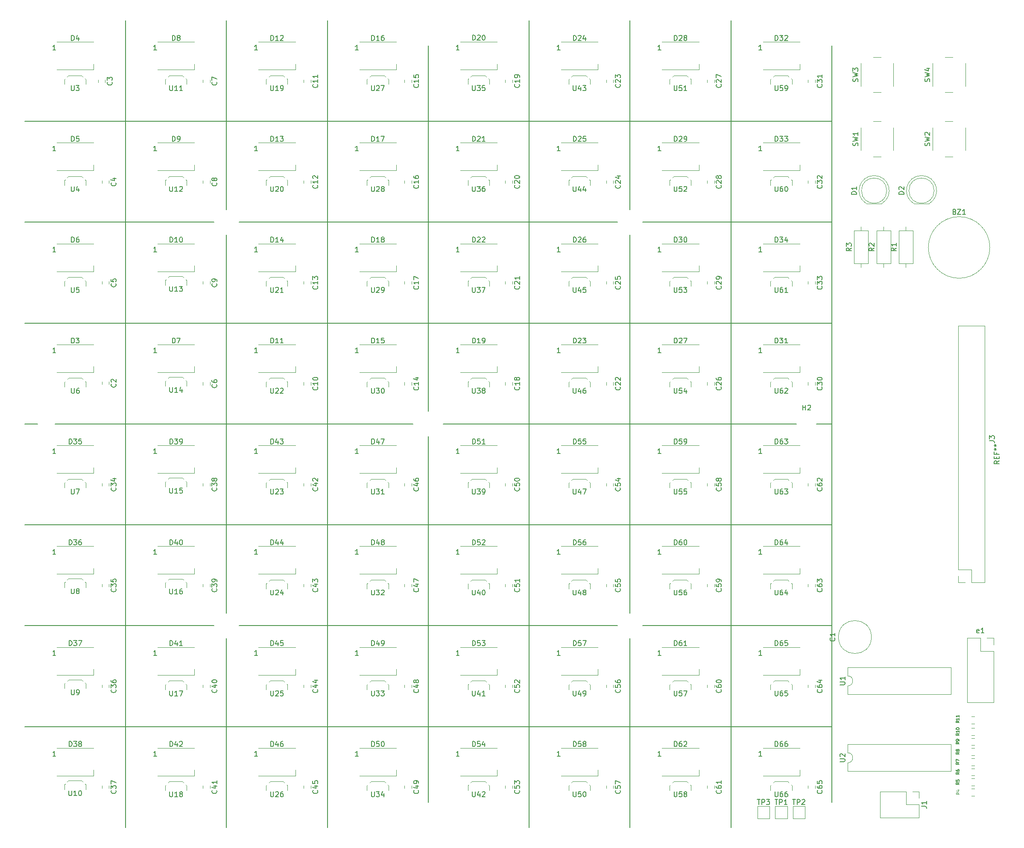
<source format=gbr>
%TF.GenerationSoftware,KiCad,Pcbnew,(5.1.4)-1*%
%TF.CreationDate,2021-06-18T22:58:37+05:30*%
%TF.ProjectId,board,626f6172-642e-46b6-9963-61645f706362,rev?*%
%TF.SameCoordinates,Original*%
%TF.FileFunction,Legend,Top*%
%TF.FilePolarity,Positive*%
%FSLAX46Y46*%
G04 Gerber Fmt 4.6, Leading zero omitted, Abs format (unit mm)*
G04 Created by KiCad (PCBNEW (5.1.4)-1) date 2021-06-18 22:58:37*
%MOMM*%
%LPD*%
G04 APERTURE LIST*
%ADD10C,0.150000*%
%ADD11C,0.120000*%
%ADD12C,0.100000*%
G04 APERTURE END LIST*
D10*
X137000000Y-130000000D02*
X66000000Y-130000000D01*
X213000000Y-130000000D02*
X143000000Y-130000000D01*
X217000000Y-130000000D02*
X220000000Y-130000000D01*
X220000000Y-127500000D02*
X220000000Y-132500000D01*
X180000000Y-165000000D02*
X180000000Y-167500000D01*
X185000000Y-170000000D02*
X182500000Y-170000000D01*
X180000000Y-175000000D02*
X180000000Y-172500000D01*
X175000000Y-170000000D02*
X177500000Y-170000000D01*
X100000000Y-175000000D02*
X100000000Y-172500000D01*
X105000000Y-170000000D02*
X102500000Y-170000000D01*
X100000000Y-165000000D02*
X100000000Y-167500000D01*
X95000000Y-170000000D02*
X97500000Y-170000000D01*
X140000000Y-135000000D02*
X140000000Y-132500000D01*
X140000000Y-125000000D02*
X140000000Y-127500000D01*
X175000000Y-90000000D02*
X177500000Y-90000000D01*
X180000000Y-95000000D02*
X180000000Y-92500000D01*
X182500000Y-90000000D02*
X185000000Y-90000000D01*
X180000000Y-87500000D02*
X180000000Y-85000000D01*
X100000000Y-95000000D02*
X100000000Y-92500000D01*
X102500000Y-90000000D02*
X105000000Y-90000000D01*
X100000000Y-87500000D02*
X100000000Y-85000000D01*
X95000000Y-90000000D02*
X97500000Y-90000000D01*
X140000000Y-125000000D02*
X140000000Y-55000000D01*
X140000000Y-205000000D02*
X140000000Y-135000000D01*
X185000000Y-90000000D02*
X220000000Y-90000000D01*
X105000000Y-90000000D02*
X175000000Y-90000000D01*
X95000000Y-90000000D02*
X60000000Y-90000000D01*
X180000000Y-85000000D02*
X180000000Y-50000000D01*
X180000000Y-165000000D02*
X180000000Y-95000000D01*
X180000000Y-210000000D02*
X180000000Y-175000000D01*
X100000000Y-85000000D02*
X100000000Y-50000000D01*
X100000000Y-165000000D02*
X100000000Y-95000000D01*
X100000000Y-210000000D02*
X100000000Y-175000000D01*
X185000000Y-170000000D02*
X220000000Y-170000000D01*
X105000000Y-170000000D02*
X175000000Y-170000000D01*
X60000000Y-170000000D02*
X95000000Y-170000000D01*
X220000000Y-127500000D02*
X220000000Y-55000000D01*
X220000000Y-205000000D02*
X220000000Y-132500000D01*
X62500000Y-130000000D02*
X60000000Y-130000000D01*
X60000000Y-70000000D02*
X220000000Y-70000000D01*
X220000000Y-110000000D02*
X220000000Y-90000000D01*
X60000000Y-110000000D02*
X220000000Y-110000000D01*
X60000000Y-150000000D02*
X220000000Y-150000000D01*
X60000000Y-190000000D02*
X220000000Y-190000000D01*
X80000000Y-50000000D02*
X80000000Y-210000000D01*
X120000000Y-50000000D02*
X120000000Y-210000000D01*
X160000000Y-50000000D02*
X160000000Y-210000000D01*
X200000000Y-50000000D02*
X200000000Y-210000000D01*
D11*
%TO.C,R11*%
X248261252Y-188040000D02*
X247738748Y-188040000D01*
X248261252Y-189460000D02*
X247738748Y-189460000D01*
%TO.C,R10*%
X248261252Y-190290000D02*
X247738748Y-190290000D01*
X248261252Y-191710000D02*
X247738748Y-191710000D01*
%TO.C,R9*%
X248261252Y-192290000D02*
X247738748Y-192290000D01*
X248261252Y-193710000D02*
X247738748Y-193710000D01*
%TO.C,R8*%
X248261252Y-194290000D02*
X247738748Y-194290000D01*
X248261252Y-195710000D02*
X247738748Y-195710000D01*
%TO.C,R7*%
X248261252Y-196290000D02*
X247738748Y-196290000D01*
X248261252Y-197710000D02*
X247738748Y-197710000D01*
%TO.C,R6*%
X248261252Y-198290000D02*
X247738748Y-198290000D01*
X248261252Y-199710000D02*
X247738748Y-199710000D01*
%TO.C,R5*%
X248261252Y-200290000D02*
X247738748Y-200290000D01*
X248261252Y-201710000D02*
X247738748Y-201710000D01*
%TO.C,R4*%
X248261252Y-202290000D02*
X247738748Y-202290000D01*
X248261252Y-203710000D02*
X247738748Y-203710000D01*
%TO.C,SW4*%
X244000000Y-57250000D02*
X242500000Y-57250000D01*
X240000000Y-58500000D02*
X240000000Y-63000000D01*
X242500000Y-64250000D02*
X244000000Y-64250000D01*
X246500000Y-63000000D02*
X246500000Y-58500000D01*
%TO.C,e1*%
X250750000Y-172420000D02*
X252080000Y-172420000D01*
X252080000Y-172420000D02*
X252080000Y-173750000D01*
X249480000Y-172420000D02*
X249480000Y-175020000D01*
X249480000Y-175020000D02*
X252080000Y-175020000D01*
X252080000Y-175020000D02*
X252080000Y-185240000D01*
X246880000Y-185240000D02*
X252080000Y-185240000D01*
X246880000Y-172420000D02*
X246880000Y-185240000D01*
X246880000Y-172420000D02*
X249480000Y-172420000D01*
%TO.C,D16*%
X133650000Y-59750000D02*
X133650000Y-58600000D01*
X126350000Y-59750000D02*
X133650000Y-59750000D01*
X126350000Y-54250000D02*
X133650000Y-54250000D01*
%TO.C,TP3*%
X205300000Y-205800000D02*
X207700000Y-205800000D01*
X207700000Y-205800000D02*
X207700000Y-208200000D01*
X207700000Y-208200000D02*
X205300000Y-208200000D01*
X205300000Y-208200000D02*
X205300000Y-205800000D01*
%TO.C,TP2*%
X212300000Y-205800000D02*
X214700000Y-205800000D01*
X214700000Y-205800000D02*
X214700000Y-208200000D01*
X214700000Y-208200000D02*
X212300000Y-208200000D01*
X212300000Y-208200000D02*
X212300000Y-205800000D01*
%TO.C,TP1*%
X208800000Y-205800000D02*
X211200000Y-205800000D01*
X211200000Y-205800000D02*
X211200000Y-208200000D01*
X211200000Y-208200000D02*
X208800000Y-208200000D01*
X208800000Y-208200000D02*
X208800000Y-205800000D01*
%TO.C,U66*%
X207860000Y-202650000D02*
X207860000Y-201700000D01*
X212110000Y-201700000D02*
X212110000Y-202650000D01*
X211260000Y-200900000D02*
X208660000Y-200900000D01*
X208660000Y-200900000D02*
X208410000Y-201150000D01*
X208010000Y-201550000D02*
X207860000Y-201700000D01*
X211260000Y-200900000D02*
X211510000Y-201150000D01*
X211960000Y-201550000D02*
X212110000Y-201700000D01*
%TO.C,U65*%
X207860000Y-182650000D02*
X207860000Y-181700000D01*
X212110000Y-181700000D02*
X212110000Y-182650000D01*
X211260000Y-180900000D02*
X208660000Y-180900000D01*
X208660000Y-180900000D02*
X208410000Y-181150000D01*
X208010000Y-181550000D02*
X207860000Y-181700000D01*
X211260000Y-180900000D02*
X211510000Y-181150000D01*
X211960000Y-181550000D02*
X212110000Y-181700000D01*
%TO.C,U64*%
X207860000Y-162650000D02*
X207860000Y-161700000D01*
X212110000Y-161700000D02*
X212110000Y-162650000D01*
X211260000Y-160900000D02*
X208660000Y-160900000D01*
X208660000Y-160900000D02*
X208410000Y-161150000D01*
X208010000Y-161550000D02*
X207860000Y-161700000D01*
X211260000Y-160900000D02*
X211510000Y-161150000D01*
X211960000Y-161550000D02*
X212110000Y-161700000D01*
%TO.C,U63*%
X207860000Y-142650000D02*
X207860000Y-141700000D01*
X212110000Y-141700000D02*
X212110000Y-142650000D01*
X211260000Y-140900000D02*
X208660000Y-140900000D01*
X208660000Y-140900000D02*
X208410000Y-141150000D01*
X208010000Y-141550000D02*
X207860000Y-141700000D01*
X211260000Y-140900000D02*
X211510000Y-141150000D01*
X211960000Y-141550000D02*
X212110000Y-141700000D01*
%TO.C,U62*%
X207860000Y-122650000D02*
X207860000Y-121700000D01*
X212110000Y-121700000D02*
X212110000Y-122650000D01*
X211260000Y-120900000D02*
X208660000Y-120900000D01*
X208660000Y-120900000D02*
X208410000Y-121150000D01*
X208010000Y-121550000D02*
X207860000Y-121700000D01*
X211260000Y-120900000D02*
X211510000Y-121150000D01*
X211960000Y-121550000D02*
X212110000Y-121700000D01*
%TO.C,U61*%
X207860000Y-102650000D02*
X207860000Y-101700000D01*
X212110000Y-101700000D02*
X212110000Y-102650000D01*
X211260000Y-100900000D02*
X208660000Y-100900000D01*
X208660000Y-100900000D02*
X208410000Y-101150000D01*
X208010000Y-101550000D02*
X207860000Y-101700000D01*
X211260000Y-100900000D02*
X211510000Y-101150000D01*
X211960000Y-101550000D02*
X212110000Y-101700000D01*
%TO.C,U59*%
X207860000Y-62650000D02*
X207860000Y-61700000D01*
X212110000Y-61700000D02*
X212110000Y-62650000D01*
X211260000Y-60900000D02*
X208660000Y-60900000D01*
X208660000Y-60900000D02*
X208410000Y-61150000D01*
X208010000Y-61550000D02*
X207860000Y-61700000D01*
X211260000Y-60900000D02*
X211510000Y-61150000D01*
X211960000Y-61550000D02*
X212110000Y-61700000D01*
%TO.C,U58*%
X187860000Y-202650000D02*
X187860000Y-201700000D01*
X192110000Y-201700000D02*
X192110000Y-202650000D01*
X191260000Y-200900000D02*
X188660000Y-200900000D01*
X188660000Y-200900000D02*
X188410000Y-201150000D01*
X188010000Y-201550000D02*
X187860000Y-201700000D01*
X191260000Y-200900000D02*
X191510000Y-201150000D01*
X191960000Y-201550000D02*
X192110000Y-201700000D01*
%TO.C,U57*%
X187860000Y-182650000D02*
X187860000Y-181700000D01*
X192110000Y-181700000D02*
X192110000Y-182650000D01*
X191260000Y-180900000D02*
X188660000Y-180900000D01*
X188660000Y-180900000D02*
X188410000Y-181150000D01*
X188010000Y-181550000D02*
X187860000Y-181700000D01*
X191260000Y-180900000D02*
X191510000Y-181150000D01*
X191960000Y-181550000D02*
X192110000Y-181700000D01*
%TO.C,U56*%
X187860000Y-162650000D02*
X187860000Y-161700000D01*
X192110000Y-161700000D02*
X192110000Y-162650000D01*
X191260000Y-160900000D02*
X188660000Y-160900000D01*
X188660000Y-160900000D02*
X188410000Y-161150000D01*
X188010000Y-161550000D02*
X187860000Y-161700000D01*
X191260000Y-160900000D02*
X191510000Y-161150000D01*
X191960000Y-161550000D02*
X192110000Y-161700000D01*
%TO.C,U55*%
X187860000Y-142650000D02*
X187860000Y-141700000D01*
X192110000Y-141700000D02*
X192110000Y-142650000D01*
X191260000Y-140900000D02*
X188660000Y-140900000D01*
X188660000Y-140900000D02*
X188410000Y-141150000D01*
X188010000Y-141550000D02*
X187860000Y-141700000D01*
X191260000Y-140900000D02*
X191510000Y-141150000D01*
X191960000Y-141550000D02*
X192110000Y-141700000D01*
%TO.C,U54*%
X187860000Y-122650000D02*
X187860000Y-121700000D01*
X192110000Y-121700000D02*
X192110000Y-122650000D01*
X191260000Y-120900000D02*
X188660000Y-120900000D01*
X188660000Y-120900000D02*
X188410000Y-121150000D01*
X188010000Y-121550000D02*
X187860000Y-121700000D01*
X191260000Y-120900000D02*
X191510000Y-121150000D01*
X191960000Y-121550000D02*
X192110000Y-121700000D01*
%TO.C,U53*%
X187860000Y-102650000D02*
X187860000Y-101700000D01*
X192110000Y-101700000D02*
X192110000Y-102650000D01*
X191260000Y-100900000D02*
X188660000Y-100900000D01*
X188660000Y-100900000D02*
X188410000Y-101150000D01*
X188010000Y-101550000D02*
X187860000Y-101700000D01*
X191260000Y-100900000D02*
X191510000Y-101150000D01*
X191960000Y-101550000D02*
X192110000Y-101700000D01*
%TO.C,U51*%
X187860000Y-62650000D02*
X187860000Y-61700000D01*
X192110000Y-61700000D02*
X192110000Y-62650000D01*
X191260000Y-60900000D02*
X188660000Y-60900000D01*
X188660000Y-60900000D02*
X188410000Y-61150000D01*
X188010000Y-61550000D02*
X187860000Y-61700000D01*
X191260000Y-60900000D02*
X191510000Y-61150000D01*
X191960000Y-61550000D02*
X192110000Y-61700000D01*
%TO.C,U50*%
X167860000Y-202650000D02*
X167860000Y-201700000D01*
X172110000Y-201700000D02*
X172110000Y-202650000D01*
X171260000Y-200900000D02*
X168660000Y-200900000D01*
X168660000Y-200900000D02*
X168410000Y-201150000D01*
X168010000Y-201550000D02*
X167860000Y-201700000D01*
X171260000Y-200900000D02*
X171510000Y-201150000D01*
X171960000Y-201550000D02*
X172110000Y-201700000D01*
%TO.C,U49*%
X167860000Y-182650000D02*
X167860000Y-181700000D01*
X172110000Y-181700000D02*
X172110000Y-182650000D01*
X171260000Y-180900000D02*
X168660000Y-180900000D01*
X168660000Y-180900000D02*
X168410000Y-181150000D01*
X168010000Y-181550000D02*
X167860000Y-181700000D01*
X171260000Y-180900000D02*
X171510000Y-181150000D01*
X171960000Y-181550000D02*
X172110000Y-181700000D01*
%TO.C,U48*%
X167860000Y-162650000D02*
X167860000Y-161700000D01*
X172110000Y-161700000D02*
X172110000Y-162650000D01*
X171260000Y-160900000D02*
X168660000Y-160900000D01*
X168660000Y-160900000D02*
X168410000Y-161150000D01*
X168010000Y-161550000D02*
X167860000Y-161700000D01*
X171260000Y-160900000D02*
X171510000Y-161150000D01*
X171960000Y-161550000D02*
X172110000Y-161700000D01*
%TO.C,U47*%
X167860000Y-142650000D02*
X167860000Y-141700000D01*
X172110000Y-141700000D02*
X172110000Y-142650000D01*
X171260000Y-140900000D02*
X168660000Y-140900000D01*
X168660000Y-140900000D02*
X168410000Y-141150000D01*
X168010000Y-141550000D02*
X167860000Y-141700000D01*
X171260000Y-140900000D02*
X171510000Y-141150000D01*
X171960000Y-141550000D02*
X172110000Y-141700000D01*
%TO.C,U46*%
X167860000Y-122650000D02*
X167860000Y-121700000D01*
X172110000Y-121700000D02*
X172110000Y-122650000D01*
X171260000Y-120900000D02*
X168660000Y-120900000D01*
X168660000Y-120900000D02*
X168410000Y-121150000D01*
X168010000Y-121550000D02*
X167860000Y-121700000D01*
X171260000Y-120900000D02*
X171510000Y-121150000D01*
X171960000Y-121550000D02*
X172110000Y-121700000D01*
%TO.C,U45*%
X167860000Y-102650000D02*
X167860000Y-101700000D01*
X172110000Y-101700000D02*
X172110000Y-102650000D01*
X171260000Y-100900000D02*
X168660000Y-100900000D01*
X168660000Y-100900000D02*
X168410000Y-101150000D01*
X168010000Y-101550000D02*
X167860000Y-101700000D01*
X171260000Y-100900000D02*
X171510000Y-101150000D01*
X171960000Y-101550000D02*
X172110000Y-101700000D01*
%TO.C,U43*%
X167860000Y-62650000D02*
X167860000Y-61700000D01*
X172110000Y-61700000D02*
X172110000Y-62650000D01*
X171260000Y-60900000D02*
X168660000Y-60900000D01*
X168660000Y-60900000D02*
X168410000Y-61150000D01*
X168010000Y-61550000D02*
X167860000Y-61700000D01*
X171260000Y-60900000D02*
X171510000Y-61150000D01*
X171960000Y-61550000D02*
X172110000Y-61700000D01*
%TO.C,U42*%
X147860000Y-202650000D02*
X147860000Y-201700000D01*
X152110000Y-201700000D02*
X152110000Y-202650000D01*
X151260000Y-200900000D02*
X148660000Y-200900000D01*
X148660000Y-200900000D02*
X148410000Y-201150000D01*
X148010000Y-201550000D02*
X147860000Y-201700000D01*
X151260000Y-200900000D02*
X151510000Y-201150000D01*
X151960000Y-201550000D02*
X152110000Y-201700000D01*
%TO.C,U41*%
X147860000Y-182650000D02*
X147860000Y-181700000D01*
X152110000Y-181700000D02*
X152110000Y-182650000D01*
X151260000Y-180900000D02*
X148660000Y-180900000D01*
X148660000Y-180900000D02*
X148410000Y-181150000D01*
X148010000Y-181550000D02*
X147860000Y-181700000D01*
X151260000Y-180900000D02*
X151510000Y-181150000D01*
X151960000Y-181550000D02*
X152110000Y-181700000D01*
%TO.C,U40*%
X147860000Y-162650000D02*
X147860000Y-161700000D01*
X152110000Y-161700000D02*
X152110000Y-162650000D01*
X151260000Y-160900000D02*
X148660000Y-160900000D01*
X148660000Y-160900000D02*
X148410000Y-161150000D01*
X148010000Y-161550000D02*
X147860000Y-161700000D01*
X151260000Y-160900000D02*
X151510000Y-161150000D01*
X151960000Y-161550000D02*
X152110000Y-161700000D01*
%TO.C,U39*%
X147860000Y-142650000D02*
X147860000Y-141700000D01*
X152110000Y-141700000D02*
X152110000Y-142650000D01*
X151260000Y-140900000D02*
X148660000Y-140900000D01*
X148660000Y-140900000D02*
X148410000Y-141150000D01*
X148010000Y-141550000D02*
X147860000Y-141700000D01*
X151260000Y-140900000D02*
X151510000Y-141150000D01*
X151960000Y-141550000D02*
X152110000Y-141700000D01*
%TO.C,U38*%
X147860000Y-122650000D02*
X147860000Y-121700000D01*
X152110000Y-121700000D02*
X152110000Y-122650000D01*
X151260000Y-120900000D02*
X148660000Y-120900000D01*
X148660000Y-120900000D02*
X148410000Y-121150000D01*
X148010000Y-121550000D02*
X147860000Y-121700000D01*
X151260000Y-120900000D02*
X151510000Y-121150000D01*
X151960000Y-121550000D02*
X152110000Y-121700000D01*
%TO.C,U37*%
X147860000Y-102650000D02*
X147860000Y-101700000D01*
X152110000Y-101700000D02*
X152110000Y-102650000D01*
X151260000Y-100900000D02*
X148660000Y-100900000D01*
X148660000Y-100900000D02*
X148410000Y-101150000D01*
X148010000Y-101550000D02*
X147860000Y-101700000D01*
X151260000Y-100900000D02*
X151510000Y-101150000D01*
X151960000Y-101550000D02*
X152110000Y-101700000D01*
%TO.C,U35*%
X147860000Y-62650000D02*
X147860000Y-61700000D01*
X152110000Y-61700000D02*
X152110000Y-62650000D01*
X151260000Y-60900000D02*
X148660000Y-60900000D01*
X148660000Y-60900000D02*
X148410000Y-61150000D01*
X148010000Y-61550000D02*
X147860000Y-61700000D01*
X151260000Y-60900000D02*
X151510000Y-61150000D01*
X151960000Y-61550000D02*
X152110000Y-61700000D01*
%TO.C,U34*%
X127860000Y-202650000D02*
X127860000Y-201700000D01*
X132110000Y-201700000D02*
X132110000Y-202650000D01*
X131260000Y-200900000D02*
X128660000Y-200900000D01*
X128660000Y-200900000D02*
X128410000Y-201150000D01*
X128010000Y-201550000D02*
X127860000Y-201700000D01*
X131260000Y-200900000D02*
X131510000Y-201150000D01*
X131960000Y-201550000D02*
X132110000Y-201700000D01*
%TO.C,U33*%
X127860000Y-182650000D02*
X127860000Y-181700000D01*
X132110000Y-181700000D02*
X132110000Y-182650000D01*
X131260000Y-180900000D02*
X128660000Y-180900000D01*
X128660000Y-180900000D02*
X128410000Y-181150000D01*
X128010000Y-181550000D02*
X127860000Y-181700000D01*
X131260000Y-180900000D02*
X131510000Y-181150000D01*
X131960000Y-181550000D02*
X132110000Y-181700000D01*
%TO.C,U32*%
X127860000Y-162650000D02*
X127860000Y-161700000D01*
X132110000Y-161700000D02*
X132110000Y-162650000D01*
X131260000Y-160900000D02*
X128660000Y-160900000D01*
X128660000Y-160900000D02*
X128410000Y-161150000D01*
X128010000Y-161550000D02*
X127860000Y-161700000D01*
X131260000Y-160900000D02*
X131510000Y-161150000D01*
X131960000Y-161550000D02*
X132110000Y-161700000D01*
%TO.C,U31*%
X127860000Y-142650000D02*
X127860000Y-141700000D01*
X132110000Y-141700000D02*
X132110000Y-142650000D01*
X131260000Y-140900000D02*
X128660000Y-140900000D01*
X128660000Y-140900000D02*
X128410000Y-141150000D01*
X128010000Y-141550000D02*
X127860000Y-141700000D01*
X131260000Y-140900000D02*
X131510000Y-141150000D01*
X131960000Y-141550000D02*
X132110000Y-141700000D01*
%TO.C,U30*%
X127860000Y-122650000D02*
X127860000Y-121700000D01*
X132110000Y-121700000D02*
X132110000Y-122650000D01*
X131260000Y-120900000D02*
X128660000Y-120900000D01*
X128660000Y-120900000D02*
X128410000Y-121150000D01*
X128010000Y-121550000D02*
X127860000Y-121700000D01*
X131260000Y-120900000D02*
X131510000Y-121150000D01*
X131960000Y-121550000D02*
X132110000Y-121700000D01*
%TO.C,U29*%
X127860000Y-102650000D02*
X127860000Y-101700000D01*
X132110000Y-101700000D02*
X132110000Y-102650000D01*
X131260000Y-100900000D02*
X128660000Y-100900000D01*
X128660000Y-100900000D02*
X128410000Y-101150000D01*
X128010000Y-101550000D02*
X127860000Y-101700000D01*
X131260000Y-100900000D02*
X131510000Y-101150000D01*
X131960000Y-101550000D02*
X132110000Y-101700000D01*
%TO.C,U27*%
X127860000Y-62650000D02*
X127860000Y-61700000D01*
X132110000Y-61700000D02*
X132110000Y-62650000D01*
X131260000Y-60900000D02*
X128660000Y-60900000D01*
X128660000Y-60900000D02*
X128410000Y-61150000D01*
X128010000Y-61550000D02*
X127860000Y-61700000D01*
X131260000Y-60900000D02*
X131510000Y-61150000D01*
X131960000Y-61550000D02*
X132110000Y-61700000D01*
%TO.C,U26*%
X107860000Y-202650000D02*
X107860000Y-201700000D01*
X112110000Y-201700000D02*
X112110000Y-202650000D01*
X111260000Y-200900000D02*
X108660000Y-200900000D01*
X108660000Y-200900000D02*
X108410000Y-201150000D01*
X108010000Y-201550000D02*
X107860000Y-201700000D01*
X111260000Y-200900000D02*
X111510000Y-201150000D01*
X111960000Y-201550000D02*
X112110000Y-201700000D01*
%TO.C,U25*%
X107860000Y-182650000D02*
X107860000Y-181700000D01*
X112110000Y-181700000D02*
X112110000Y-182650000D01*
X111260000Y-180900000D02*
X108660000Y-180900000D01*
X108660000Y-180900000D02*
X108410000Y-181150000D01*
X108010000Y-181550000D02*
X107860000Y-181700000D01*
X111260000Y-180900000D02*
X111510000Y-181150000D01*
X111960000Y-181550000D02*
X112110000Y-181700000D01*
%TO.C,U24*%
X107860000Y-162650000D02*
X107860000Y-161700000D01*
X112110000Y-161700000D02*
X112110000Y-162650000D01*
X111260000Y-160900000D02*
X108660000Y-160900000D01*
X108660000Y-160900000D02*
X108410000Y-161150000D01*
X108010000Y-161550000D02*
X107860000Y-161700000D01*
X111260000Y-160900000D02*
X111510000Y-161150000D01*
X111960000Y-161550000D02*
X112110000Y-161700000D01*
%TO.C,U23*%
X107860000Y-142650000D02*
X107860000Y-141700000D01*
X112110000Y-141700000D02*
X112110000Y-142650000D01*
X111260000Y-140900000D02*
X108660000Y-140900000D01*
X108660000Y-140900000D02*
X108410000Y-141150000D01*
X108010000Y-141550000D02*
X107860000Y-141700000D01*
X111260000Y-140900000D02*
X111510000Y-141150000D01*
X111960000Y-141550000D02*
X112110000Y-141700000D01*
%TO.C,U22*%
X107860000Y-122650000D02*
X107860000Y-121700000D01*
X112110000Y-121700000D02*
X112110000Y-122650000D01*
X111260000Y-120900000D02*
X108660000Y-120900000D01*
X108660000Y-120900000D02*
X108410000Y-121150000D01*
X108010000Y-121550000D02*
X107860000Y-121700000D01*
X111260000Y-120900000D02*
X111510000Y-121150000D01*
X111960000Y-121550000D02*
X112110000Y-121700000D01*
%TO.C,U21*%
X107860000Y-102650000D02*
X107860000Y-101700000D01*
X112110000Y-101700000D02*
X112110000Y-102650000D01*
X111260000Y-100900000D02*
X108660000Y-100900000D01*
X108660000Y-100900000D02*
X108410000Y-101150000D01*
X108010000Y-101550000D02*
X107860000Y-101700000D01*
X111260000Y-100900000D02*
X111510000Y-101150000D01*
X111960000Y-101550000D02*
X112110000Y-101700000D01*
%TO.C,U19*%
X107860000Y-62650000D02*
X107860000Y-61700000D01*
X112110000Y-61700000D02*
X112110000Y-62650000D01*
X111260000Y-60900000D02*
X108660000Y-60900000D01*
X108660000Y-60900000D02*
X108410000Y-61150000D01*
X108010000Y-61550000D02*
X107860000Y-61700000D01*
X111260000Y-60900000D02*
X111510000Y-61150000D01*
X111960000Y-61550000D02*
X112110000Y-61700000D01*
%TO.C,U18*%
X87860000Y-202650000D02*
X87860000Y-201700000D01*
X92110000Y-201700000D02*
X92110000Y-202650000D01*
X91260000Y-200900000D02*
X88660000Y-200900000D01*
X88660000Y-200900000D02*
X88410000Y-201150000D01*
X88010000Y-201550000D02*
X87860000Y-201700000D01*
X91260000Y-200900000D02*
X91510000Y-201150000D01*
X91960000Y-201550000D02*
X92110000Y-201700000D01*
%TO.C,U17*%
X87860000Y-182650000D02*
X87860000Y-181700000D01*
X92110000Y-181700000D02*
X92110000Y-182650000D01*
X91260000Y-180900000D02*
X88660000Y-180900000D01*
X88660000Y-180900000D02*
X88410000Y-181150000D01*
X88010000Y-181550000D02*
X87860000Y-181700000D01*
X91260000Y-180900000D02*
X91510000Y-181150000D01*
X91960000Y-181550000D02*
X92110000Y-181700000D01*
%TO.C,U16*%
X87860000Y-162450000D02*
X87860000Y-161500000D01*
X92110000Y-161500000D02*
X92110000Y-162450000D01*
X91260000Y-160700000D02*
X88660000Y-160700000D01*
X88660000Y-160700000D02*
X88410000Y-160950000D01*
X88010000Y-161350000D02*
X87860000Y-161500000D01*
X91260000Y-160700000D02*
X91510000Y-160950000D01*
X91960000Y-161350000D02*
X92110000Y-161500000D01*
%TO.C,U15*%
X87860000Y-142450000D02*
X87860000Y-141500000D01*
X92110000Y-141500000D02*
X92110000Y-142450000D01*
X91260000Y-140700000D02*
X88660000Y-140700000D01*
X88660000Y-140700000D02*
X88410000Y-140950000D01*
X88010000Y-141350000D02*
X87860000Y-141500000D01*
X91260000Y-140700000D02*
X91510000Y-140950000D01*
X91960000Y-141350000D02*
X92110000Y-141500000D01*
%TO.C,U14*%
X87860000Y-122450000D02*
X87860000Y-121500000D01*
X92110000Y-121500000D02*
X92110000Y-122450000D01*
X91260000Y-120700000D02*
X88660000Y-120700000D01*
X88660000Y-120700000D02*
X88410000Y-120950000D01*
X88010000Y-121350000D02*
X87860000Y-121500000D01*
X91260000Y-120700000D02*
X91510000Y-120950000D01*
X91960000Y-121350000D02*
X92110000Y-121500000D01*
%TO.C,U13*%
X87860000Y-102450000D02*
X87860000Y-101500000D01*
X92110000Y-101500000D02*
X92110000Y-102450000D01*
X91260000Y-100700000D02*
X88660000Y-100700000D01*
X88660000Y-100700000D02*
X88410000Y-100950000D01*
X88010000Y-101350000D02*
X87860000Y-101500000D01*
X91260000Y-100700000D02*
X91510000Y-100950000D01*
X91960000Y-101350000D02*
X92110000Y-101500000D01*
%TO.C,U11*%
X87860000Y-62650000D02*
X87860000Y-61700000D01*
X92110000Y-61700000D02*
X92110000Y-62650000D01*
X91260000Y-60900000D02*
X88660000Y-60900000D01*
X88660000Y-60900000D02*
X88410000Y-61150000D01*
X88010000Y-61550000D02*
X87860000Y-61700000D01*
X91260000Y-60900000D02*
X91510000Y-61150000D01*
X91960000Y-61550000D02*
X92110000Y-61700000D01*
%TO.C,U10*%
X67860000Y-202450000D02*
X67860000Y-201500000D01*
X72110000Y-201500000D02*
X72110000Y-202450000D01*
X71260000Y-200700000D02*
X68660000Y-200700000D01*
X68660000Y-200700000D02*
X68410000Y-200950000D01*
X68010000Y-201350000D02*
X67860000Y-201500000D01*
X71260000Y-200700000D02*
X71510000Y-200950000D01*
X71960000Y-201350000D02*
X72110000Y-201500000D01*
%TO.C,U9*%
X67880000Y-182450000D02*
X67880000Y-181500000D01*
X72130000Y-181500000D02*
X72130000Y-182450000D01*
X71280000Y-180700000D02*
X68680000Y-180700000D01*
X68680000Y-180700000D02*
X68430000Y-180950000D01*
X68030000Y-181350000D02*
X67880000Y-181500000D01*
X71280000Y-180700000D02*
X71530000Y-180950000D01*
X71980000Y-181350000D02*
X72130000Y-181500000D01*
%TO.C,U8*%
X67860000Y-162400000D02*
X67860000Y-161450000D01*
X72110000Y-161450000D02*
X72110000Y-162400000D01*
X71260000Y-160650000D02*
X68660000Y-160650000D01*
X68660000Y-160650000D02*
X68410000Y-160900000D01*
X68010000Y-161300000D02*
X67860000Y-161450000D01*
X71260000Y-160650000D02*
X71510000Y-160900000D01*
X71960000Y-161300000D02*
X72110000Y-161450000D01*
%TO.C,U7*%
X67860000Y-142650000D02*
X67860000Y-141700000D01*
X72110000Y-141700000D02*
X72110000Y-142650000D01*
X71260000Y-140900000D02*
X68660000Y-140900000D01*
X68660000Y-140900000D02*
X68410000Y-141150000D01*
X68010000Y-141550000D02*
X67860000Y-141700000D01*
X71260000Y-140900000D02*
X71510000Y-141150000D01*
X71960000Y-141550000D02*
X72110000Y-141700000D01*
%TO.C,U6*%
X67900000Y-122650000D02*
X67900000Y-121700000D01*
X72150000Y-121700000D02*
X72150000Y-122650000D01*
X71300000Y-120900000D02*
X68700000Y-120900000D01*
X68700000Y-120900000D02*
X68450000Y-121150000D01*
X68050000Y-121550000D02*
X67900000Y-121700000D01*
X71300000Y-120900000D02*
X71550000Y-121150000D01*
X72000000Y-121550000D02*
X72150000Y-121700000D01*
%TO.C,U5*%
X67860000Y-102650000D02*
X67860000Y-101700000D01*
X72110000Y-101700000D02*
X72110000Y-102650000D01*
X71260000Y-100900000D02*
X68660000Y-100900000D01*
X68660000Y-100900000D02*
X68410000Y-101150000D01*
X68010000Y-101550000D02*
X67860000Y-101700000D01*
X71260000Y-100900000D02*
X71510000Y-101150000D01*
X71960000Y-101550000D02*
X72110000Y-101700000D01*
%TO.C,U3*%
X67860000Y-62650000D02*
X67860000Y-61700000D01*
X72110000Y-61700000D02*
X72110000Y-62650000D01*
X71260000Y-60900000D02*
X68660000Y-60900000D01*
X68660000Y-60900000D02*
X68410000Y-61150000D01*
X68010000Y-61550000D02*
X67860000Y-61700000D01*
X71260000Y-60900000D02*
X71510000Y-61150000D01*
X71960000Y-61550000D02*
X72110000Y-61700000D01*
%TO.C,J3*%
X245120000Y-158855000D02*
X245120000Y-110535000D01*
X245120000Y-161455000D02*
X245120000Y-160125000D01*
X250320000Y-110535000D02*
X245120000Y-110535000D01*
X250320000Y-161455000D02*
X247720000Y-161455000D01*
X246450000Y-161455000D02*
X245120000Y-161455000D01*
X247720000Y-158855000D02*
X245120000Y-158855000D01*
X250320000Y-161455000D02*
X250320000Y-110535000D01*
X247720000Y-161455000D02*
X247720000Y-158855000D01*
%TO.C,U60*%
X207860000Y-82650000D02*
X207860000Y-81700000D01*
X212110000Y-81700000D02*
X212110000Y-82650000D01*
X211260000Y-80900000D02*
X208660000Y-80900000D01*
X208660000Y-80900000D02*
X208410000Y-81150000D01*
X208010000Y-81550000D02*
X207860000Y-81700000D01*
X211260000Y-80900000D02*
X211510000Y-81150000D01*
X211960000Y-81550000D02*
X212110000Y-81700000D01*
%TO.C,U52*%
X187860000Y-82650000D02*
X187860000Y-81700000D01*
X192110000Y-81700000D02*
X192110000Y-82650000D01*
X191260000Y-80900000D02*
X188660000Y-80900000D01*
X188660000Y-80900000D02*
X188410000Y-81150000D01*
X188010000Y-81550000D02*
X187860000Y-81700000D01*
X191260000Y-80900000D02*
X191510000Y-81150000D01*
X191960000Y-81550000D02*
X192110000Y-81700000D01*
%TO.C,U44*%
X167860000Y-82650000D02*
X167860000Y-81700000D01*
X172110000Y-81700000D02*
X172110000Y-82650000D01*
X171260000Y-80900000D02*
X168660000Y-80900000D01*
X168660000Y-80900000D02*
X168410000Y-81150000D01*
X168010000Y-81550000D02*
X167860000Y-81700000D01*
X171260000Y-80900000D02*
X171510000Y-81150000D01*
X171960000Y-81550000D02*
X172110000Y-81700000D01*
%TO.C,U36*%
X147860000Y-82650000D02*
X147860000Y-81700000D01*
X152110000Y-81700000D02*
X152110000Y-82650000D01*
X151260000Y-80900000D02*
X148660000Y-80900000D01*
X148660000Y-80900000D02*
X148410000Y-81150000D01*
X148010000Y-81550000D02*
X147860000Y-81700000D01*
X151260000Y-80900000D02*
X151510000Y-81150000D01*
X151960000Y-81550000D02*
X152110000Y-81700000D01*
%TO.C,U28*%
X127860000Y-82650000D02*
X127860000Y-81700000D01*
X132110000Y-81700000D02*
X132110000Y-82650000D01*
X131260000Y-80900000D02*
X128660000Y-80900000D01*
X128660000Y-80900000D02*
X128410000Y-81150000D01*
X128010000Y-81550000D02*
X127860000Y-81700000D01*
X131260000Y-80900000D02*
X131510000Y-81150000D01*
X131960000Y-81550000D02*
X132110000Y-81700000D01*
%TO.C,U20*%
X107860000Y-82650000D02*
X107860000Y-81700000D01*
X112110000Y-81700000D02*
X112110000Y-82650000D01*
X111260000Y-80900000D02*
X108660000Y-80900000D01*
X108660000Y-80900000D02*
X108410000Y-81150000D01*
X108010000Y-81550000D02*
X107860000Y-81700000D01*
X111260000Y-80900000D02*
X111510000Y-81150000D01*
X111960000Y-81550000D02*
X112110000Y-81700000D01*
%TO.C,U12*%
X87860000Y-82650000D02*
X87860000Y-81700000D01*
X92110000Y-81700000D02*
X92110000Y-82650000D01*
X91260000Y-80900000D02*
X88660000Y-80900000D01*
X88660000Y-80900000D02*
X88410000Y-81150000D01*
X88010000Y-81550000D02*
X87860000Y-81700000D01*
X91260000Y-80900000D02*
X91510000Y-81150000D01*
X91960000Y-81550000D02*
X92110000Y-81700000D01*
%TO.C,U4*%
X67860000Y-82650000D02*
X67860000Y-81700000D01*
X72110000Y-81700000D02*
X72110000Y-82650000D01*
X71260000Y-80900000D02*
X68660000Y-80900000D01*
X68660000Y-80900000D02*
X68410000Y-81150000D01*
X68010000Y-81550000D02*
X67860000Y-81700000D01*
X71260000Y-80900000D02*
X71510000Y-81150000D01*
X71960000Y-81550000D02*
X72110000Y-81700000D01*
%TO.C,D66*%
X206350000Y-194250000D02*
X213650000Y-194250000D01*
X206350000Y-199750000D02*
X213650000Y-199750000D01*
X213650000Y-199750000D02*
X213650000Y-198600000D01*
%TO.C,D65*%
X213650000Y-179750000D02*
X213650000Y-178600000D01*
X206350000Y-179750000D02*
X213650000Y-179750000D01*
X206350000Y-174250000D02*
X213650000Y-174250000D01*
%TO.C,D64*%
X213650000Y-159750000D02*
X213650000Y-158600000D01*
X206350000Y-159750000D02*
X213650000Y-159750000D01*
X206350000Y-154250000D02*
X213650000Y-154250000D01*
%TO.C,D63*%
X213650000Y-139750000D02*
X213650000Y-138600000D01*
X206350000Y-139750000D02*
X213650000Y-139750000D01*
X206350000Y-134250000D02*
X213650000Y-134250000D01*
%TO.C,D62*%
X193650000Y-199750000D02*
X193650000Y-198600000D01*
X186350000Y-199750000D02*
X193650000Y-199750000D01*
X186350000Y-194250000D02*
X193650000Y-194250000D01*
%TO.C,D61*%
X193650000Y-179750000D02*
X193650000Y-178600000D01*
X186350000Y-179750000D02*
X193650000Y-179750000D01*
X186350000Y-174250000D02*
X193650000Y-174250000D01*
%TO.C,D60*%
X193650000Y-159750000D02*
X193650000Y-158600000D01*
X186350000Y-159750000D02*
X193650000Y-159750000D01*
X186350000Y-154250000D02*
X193650000Y-154250000D01*
%TO.C,D59*%
X193650000Y-139750000D02*
X193650000Y-138600000D01*
X186350000Y-139750000D02*
X193650000Y-139750000D01*
X186350000Y-134250000D02*
X193650000Y-134250000D01*
%TO.C,D58*%
X173650000Y-199750000D02*
X173650000Y-198600000D01*
X166350000Y-199750000D02*
X173650000Y-199750000D01*
X166350000Y-194250000D02*
X173650000Y-194250000D01*
%TO.C,D57*%
X173650000Y-179750000D02*
X173650000Y-178600000D01*
X166350000Y-179750000D02*
X173650000Y-179750000D01*
X166350000Y-174250000D02*
X173650000Y-174250000D01*
%TO.C,D56*%
X173650000Y-159750000D02*
X173650000Y-158600000D01*
X166350000Y-159750000D02*
X173650000Y-159750000D01*
X166350000Y-154250000D02*
X173650000Y-154250000D01*
%TO.C,D55*%
X173650000Y-139750000D02*
X173650000Y-138600000D01*
X166350000Y-139750000D02*
X173650000Y-139750000D01*
X166350000Y-134250000D02*
X173650000Y-134250000D01*
%TO.C,D54*%
X153650000Y-199750000D02*
X153650000Y-198600000D01*
X146350000Y-199750000D02*
X153650000Y-199750000D01*
X146350000Y-194250000D02*
X153650000Y-194250000D01*
%TO.C,D53*%
X153650000Y-179750000D02*
X153650000Y-178600000D01*
X146350000Y-179750000D02*
X153650000Y-179750000D01*
X146350000Y-174250000D02*
X153650000Y-174250000D01*
%TO.C,D52*%
X153650000Y-159750000D02*
X153650000Y-158600000D01*
X146350000Y-159750000D02*
X153650000Y-159750000D01*
X146350000Y-154250000D02*
X153650000Y-154250000D01*
%TO.C,D51*%
X153650000Y-139750000D02*
X153650000Y-138600000D01*
X146350000Y-139750000D02*
X153650000Y-139750000D01*
X146350000Y-134250000D02*
X153650000Y-134250000D01*
%TO.C,D50*%
X133650000Y-199750000D02*
X133650000Y-198600000D01*
X126350000Y-199750000D02*
X133650000Y-199750000D01*
X126350000Y-194250000D02*
X133650000Y-194250000D01*
%TO.C,D49*%
X133650000Y-179750000D02*
X133650000Y-178600000D01*
X126350000Y-179750000D02*
X133650000Y-179750000D01*
X126350000Y-174250000D02*
X133650000Y-174250000D01*
%TO.C,D48*%
X133650000Y-159750000D02*
X133650000Y-158600000D01*
X126350000Y-159750000D02*
X133650000Y-159750000D01*
X126350000Y-154250000D02*
X133650000Y-154250000D01*
%TO.C,D47*%
X133650000Y-139750000D02*
X133650000Y-138600000D01*
X126350000Y-139750000D02*
X133650000Y-139750000D01*
X126350000Y-134250000D02*
X133650000Y-134250000D01*
%TO.C,D46*%
X113650000Y-199750000D02*
X113650000Y-198600000D01*
X106350000Y-199750000D02*
X113650000Y-199750000D01*
X106350000Y-194250000D02*
X113650000Y-194250000D01*
%TO.C,D45*%
X113650000Y-179750000D02*
X113650000Y-178600000D01*
X106350000Y-179750000D02*
X113650000Y-179750000D01*
X106350000Y-174250000D02*
X113650000Y-174250000D01*
%TO.C,D44*%
X113650000Y-159750000D02*
X113650000Y-158600000D01*
X106350000Y-159750000D02*
X113650000Y-159750000D01*
X106350000Y-154250000D02*
X113650000Y-154250000D01*
%TO.C,D43*%
X113650000Y-139750000D02*
X113650000Y-138600000D01*
X106350000Y-139750000D02*
X113650000Y-139750000D01*
X106350000Y-134250000D02*
X113650000Y-134250000D01*
%TO.C,D42*%
X93650000Y-199750000D02*
X93650000Y-198600000D01*
X86350000Y-199750000D02*
X93650000Y-199750000D01*
X86350000Y-194250000D02*
X93650000Y-194250000D01*
%TO.C,D41*%
X93650000Y-179750000D02*
X93650000Y-178600000D01*
X86350000Y-179750000D02*
X93650000Y-179750000D01*
X86350000Y-174250000D02*
X93650000Y-174250000D01*
%TO.C,D40*%
X93650000Y-159750000D02*
X93650000Y-158600000D01*
X86350000Y-159750000D02*
X93650000Y-159750000D01*
X86350000Y-154250000D02*
X93650000Y-154250000D01*
%TO.C,D39*%
X93650000Y-139750000D02*
X93650000Y-138600000D01*
X86350000Y-139750000D02*
X93650000Y-139750000D01*
X86350000Y-134250000D02*
X93650000Y-134250000D01*
%TO.C,D38*%
X73650000Y-199750000D02*
X73650000Y-198600000D01*
X66350000Y-199750000D02*
X73650000Y-199750000D01*
X66350000Y-194250000D02*
X73650000Y-194250000D01*
%TO.C,D37*%
X73650000Y-179750000D02*
X73650000Y-178600000D01*
X66350000Y-179750000D02*
X73650000Y-179750000D01*
X66350000Y-174250000D02*
X73650000Y-174250000D01*
%TO.C,D36*%
X73650000Y-159750000D02*
X73650000Y-158600000D01*
X66350000Y-159750000D02*
X73650000Y-159750000D01*
X66350000Y-154250000D02*
X73650000Y-154250000D01*
%TO.C,D35*%
X73650000Y-139750000D02*
X73650000Y-138600000D01*
X66350000Y-139750000D02*
X73650000Y-139750000D01*
X66350000Y-134250000D02*
X73650000Y-134250000D01*
%TO.C,D34*%
X213650000Y-99750000D02*
X213650000Y-98600000D01*
X206350000Y-99750000D02*
X213650000Y-99750000D01*
X206350000Y-94250000D02*
X213650000Y-94250000D01*
%TO.C,D33*%
X213650000Y-79750000D02*
X213650000Y-78600000D01*
X206350000Y-79750000D02*
X213650000Y-79750000D01*
X206350000Y-74250000D02*
X213650000Y-74250000D01*
%TO.C,D32*%
X213650000Y-59750000D02*
X213650000Y-58600000D01*
X206350000Y-59750000D02*
X213650000Y-59750000D01*
X206350000Y-54250000D02*
X213650000Y-54250000D01*
%TO.C,D31*%
X213650000Y-119750000D02*
X213650000Y-118600000D01*
X206350000Y-119750000D02*
X213650000Y-119750000D01*
X206350000Y-114250000D02*
X213650000Y-114250000D01*
%TO.C,D30*%
X193650000Y-99750000D02*
X193650000Y-98600000D01*
X186350000Y-99750000D02*
X193650000Y-99750000D01*
X186350000Y-94250000D02*
X193650000Y-94250000D01*
%TO.C,D29*%
X193650000Y-79750000D02*
X193650000Y-78600000D01*
X186350000Y-79750000D02*
X193650000Y-79750000D01*
X186350000Y-74250000D02*
X193650000Y-74250000D01*
%TO.C,D28*%
X193650000Y-59750000D02*
X193650000Y-58600000D01*
X186350000Y-59750000D02*
X193650000Y-59750000D01*
X186350000Y-54250000D02*
X193650000Y-54250000D01*
%TO.C,D27*%
X193650000Y-119750000D02*
X193650000Y-118600000D01*
X186350000Y-119750000D02*
X193650000Y-119750000D01*
X186350000Y-114250000D02*
X193650000Y-114250000D01*
%TO.C,D26*%
X173650000Y-99750000D02*
X173650000Y-98600000D01*
X166350000Y-99750000D02*
X173650000Y-99750000D01*
X166350000Y-94250000D02*
X173650000Y-94250000D01*
%TO.C,D25*%
X173650000Y-79750000D02*
X173650000Y-78600000D01*
X166350000Y-79750000D02*
X173650000Y-79750000D01*
X166350000Y-74250000D02*
X173650000Y-74250000D01*
%TO.C,D24*%
X173650000Y-59750000D02*
X173650000Y-58600000D01*
X166350000Y-59750000D02*
X173650000Y-59750000D01*
X166350000Y-54250000D02*
X173650000Y-54250000D01*
%TO.C,D23*%
X173650000Y-119750000D02*
X173650000Y-118600000D01*
X166350000Y-119750000D02*
X173650000Y-119750000D01*
X166350000Y-114250000D02*
X173650000Y-114250000D01*
%TO.C,D22*%
X153650000Y-99750000D02*
X153650000Y-98600000D01*
X146350000Y-99750000D02*
X153650000Y-99750000D01*
X146350000Y-94250000D02*
X153650000Y-94250000D01*
%TO.C,D21*%
X153650000Y-79750000D02*
X153650000Y-78600000D01*
X146350000Y-79750000D02*
X153650000Y-79750000D01*
X146350000Y-74250000D02*
X153650000Y-74250000D01*
%TO.C,D20*%
X153650000Y-59750000D02*
X153650000Y-58600000D01*
X146350000Y-59750000D02*
X153650000Y-59750000D01*
X146350000Y-54250000D02*
X153650000Y-54250000D01*
%TO.C,D19*%
X153650000Y-119750000D02*
X153650000Y-118600000D01*
X146350000Y-119750000D02*
X153650000Y-119750000D01*
X146350000Y-114250000D02*
X153650000Y-114250000D01*
%TO.C,D18*%
X133650000Y-99750000D02*
X133650000Y-98600000D01*
X126350000Y-99750000D02*
X133650000Y-99750000D01*
X126350000Y-94250000D02*
X133650000Y-94250000D01*
%TO.C,D17*%
X133650000Y-79750000D02*
X133650000Y-78600000D01*
X126350000Y-79750000D02*
X133650000Y-79750000D01*
X126350000Y-74250000D02*
X133650000Y-74250000D01*
%TO.C,D15*%
X133650000Y-119750000D02*
X133650000Y-118600000D01*
X126350000Y-119750000D02*
X133650000Y-119750000D01*
X126350000Y-114250000D02*
X133650000Y-114250000D01*
%TO.C,D14*%
X113650000Y-99750000D02*
X113650000Y-98600000D01*
X106350000Y-99750000D02*
X113650000Y-99750000D01*
X106350000Y-94250000D02*
X113650000Y-94250000D01*
%TO.C,D13*%
X113650000Y-79750000D02*
X113650000Y-78600000D01*
X106350000Y-79750000D02*
X113650000Y-79750000D01*
X106350000Y-74250000D02*
X113650000Y-74250000D01*
%TO.C,D12*%
X113650000Y-59750000D02*
X113650000Y-58600000D01*
X106350000Y-59750000D02*
X113650000Y-59750000D01*
X106350000Y-54250000D02*
X113650000Y-54250000D01*
%TO.C,D11*%
X113650000Y-119750000D02*
X113650000Y-118600000D01*
X106350000Y-119750000D02*
X113650000Y-119750000D01*
X106350000Y-114250000D02*
X113650000Y-114250000D01*
%TO.C,D10*%
X93650000Y-99750000D02*
X93650000Y-98600000D01*
X86350000Y-99750000D02*
X93650000Y-99750000D01*
X86350000Y-94250000D02*
X93650000Y-94250000D01*
%TO.C,D9*%
X93650000Y-79750000D02*
X93650000Y-78600000D01*
X86350000Y-79750000D02*
X93650000Y-79750000D01*
X86350000Y-74250000D02*
X93650000Y-74250000D01*
%TO.C,D8*%
X93650000Y-59750000D02*
X93650000Y-58600000D01*
X86350000Y-59750000D02*
X93650000Y-59750000D01*
X86350000Y-54250000D02*
X93650000Y-54250000D01*
%TO.C,D7*%
X93650000Y-119750000D02*
X93650000Y-118600000D01*
X86350000Y-119750000D02*
X93650000Y-119750000D01*
X86350000Y-114250000D02*
X93650000Y-114250000D01*
%TO.C,D6*%
X73650000Y-99750000D02*
X73650000Y-98600000D01*
X66350000Y-99750000D02*
X73650000Y-99750000D01*
X66350000Y-94250000D02*
X73650000Y-94250000D01*
%TO.C,D5*%
X73650000Y-79750000D02*
X73650000Y-78600000D01*
X66350000Y-79750000D02*
X73650000Y-79750000D01*
X66350000Y-74250000D02*
X73650000Y-74250000D01*
%TO.C,D4*%
X73650000Y-59750000D02*
X73650000Y-58600000D01*
X66350000Y-59750000D02*
X73650000Y-59750000D01*
X66350000Y-54250000D02*
X73650000Y-54250000D01*
%TO.C,D3*%
X73650000Y-119750000D02*
X73650000Y-118600000D01*
X66350000Y-119750000D02*
X73650000Y-119750000D01*
X66350000Y-114250000D02*
X73650000Y-114250000D01*
%TO.C,C65*%
X215290000Y-201738748D02*
X215290000Y-202261252D01*
X216710000Y-201738748D02*
X216710000Y-202261252D01*
%TO.C,C64*%
X215290000Y-181738748D02*
X215290000Y-182261252D01*
X216710000Y-181738748D02*
X216710000Y-182261252D01*
%TO.C,C63*%
X215290000Y-161738748D02*
X215290000Y-162261252D01*
X216710000Y-161738748D02*
X216710000Y-162261252D01*
%TO.C,C62*%
X215290000Y-141738748D02*
X215290000Y-142261252D01*
X216710000Y-141738748D02*
X216710000Y-142261252D01*
%TO.C,C61*%
X195290000Y-201738748D02*
X195290000Y-202261252D01*
X196710000Y-201738748D02*
X196710000Y-202261252D01*
%TO.C,C60*%
X195290000Y-181738748D02*
X195290000Y-182261252D01*
X196710000Y-181738748D02*
X196710000Y-182261252D01*
%TO.C,C59*%
X195290000Y-161738748D02*
X195290000Y-162261252D01*
X196710000Y-161738748D02*
X196710000Y-162261252D01*
%TO.C,C58*%
X195290000Y-141738748D02*
X195290000Y-142261252D01*
X196710000Y-141738748D02*
X196710000Y-142261252D01*
%TO.C,C57*%
X175290000Y-201738748D02*
X175290000Y-202261252D01*
X176710000Y-201738748D02*
X176710000Y-202261252D01*
%TO.C,C56*%
X175290000Y-181738748D02*
X175290000Y-182261252D01*
X176710000Y-181738748D02*
X176710000Y-182261252D01*
%TO.C,C55*%
X175290000Y-161738748D02*
X175290000Y-162261252D01*
X176710000Y-161738748D02*
X176710000Y-162261252D01*
%TO.C,C54*%
X175290000Y-141738748D02*
X175290000Y-142261252D01*
X176710000Y-141738748D02*
X176710000Y-142261252D01*
%TO.C,C53*%
X155290000Y-201738748D02*
X155290000Y-202261252D01*
X156710000Y-201738748D02*
X156710000Y-202261252D01*
%TO.C,C52*%
X155290000Y-181738748D02*
X155290000Y-182261252D01*
X156710000Y-181738748D02*
X156710000Y-182261252D01*
%TO.C,C51*%
X155290000Y-161738748D02*
X155290000Y-162261252D01*
X156710000Y-161738748D02*
X156710000Y-162261252D01*
%TO.C,C50*%
X155290000Y-141738748D02*
X155290000Y-142261252D01*
X156710000Y-141738748D02*
X156710000Y-142261252D01*
%TO.C,C49*%
X135290000Y-201738748D02*
X135290000Y-202261252D01*
X136710000Y-201738748D02*
X136710000Y-202261252D01*
%TO.C,C48*%
X135290000Y-181738748D02*
X135290000Y-182261252D01*
X136710000Y-181738748D02*
X136710000Y-182261252D01*
%TO.C,C47*%
X135290000Y-161738748D02*
X135290000Y-162261252D01*
X136710000Y-161738748D02*
X136710000Y-162261252D01*
%TO.C,C46*%
X135290000Y-141738748D02*
X135290000Y-142261252D01*
X136710000Y-141738748D02*
X136710000Y-142261252D01*
%TO.C,C45*%
X115290000Y-201738748D02*
X115290000Y-202261252D01*
X116710000Y-201738748D02*
X116710000Y-202261252D01*
%TO.C,C44*%
X115290000Y-181738748D02*
X115290000Y-182261252D01*
X116710000Y-181738748D02*
X116710000Y-182261252D01*
%TO.C,C43*%
X115290000Y-161738748D02*
X115290000Y-162261252D01*
X116710000Y-161738748D02*
X116710000Y-162261252D01*
%TO.C,C42*%
X115290000Y-141738748D02*
X115290000Y-142261252D01*
X116710000Y-141738748D02*
X116710000Y-142261252D01*
%TO.C,C41*%
X95290000Y-201738748D02*
X95290000Y-202261252D01*
X96710000Y-201738748D02*
X96710000Y-202261252D01*
%TO.C,C40*%
X95290000Y-181738748D02*
X95290000Y-182261252D01*
X96710000Y-181738748D02*
X96710000Y-182261252D01*
%TO.C,C39*%
X95290000Y-161738748D02*
X95290000Y-162261252D01*
X96710000Y-161738748D02*
X96710000Y-162261252D01*
%TO.C,C38*%
X95290000Y-141738748D02*
X95290000Y-142261252D01*
X96710000Y-141738748D02*
X96710000Y-142261252D01*
%TO.C,C37*%
X75290000Y-201738748D02*
X75290000Y-202261252D01*
X76710000Y-201738748D02*
X76710000Y-202261252D01*
%TO.C,C36*%
X75290000Y-181738748D02*
X75290000Y-182261252D01*
X76710000Y-181738748D02*
X76710000Y-182261252D01*
%TO.C,C35*%
X75290000Y-161738748D02*
X75290000Y-162261252D01*
X76710000Y-161738748D02*
X76710000Y-162261252D01*
%TO.C,C34*%
X75290000Y-141738748D02*
X75290000Y-142261252D01*
X76710000Y-141738748D02*
X76710000Y-142261252D01*
%TO.C,C33*%
X215290000Y-101738748D02*
X215290000Y-102261252D01*
X216710000Y-101738748D02*
X216710000Y-102261252D01*
%TO.C,C32*%
X215290000Y-81738748D02*
X215290000Y-82261252D01*
X216710000Y-81738748D02*
X216710000Y-82261252D01*
%TO.C,C31*%
X215290000Y-61738748D02*
X215290000Y-62261252D01*
X216710000Y-61738748D02*
X216710000Y-62261252D01*
%TO.C,C30*%
X215290000Y-121738748D02*
X215290000Y-122261252D01*
X216710000Y-121738748D02*
X216710000Y-122261252D01*
%TO.C,C29*%
X195290000Y-101738748D02*
X195290000Y-102261252D01*
X196710000Y-101738748D02*
X196710000Y-102261252D01*
%TO.C,C28*%
X195290000Y-81738748D02*
X195290000Y-82261252D01*
X196710000Y-81738748D02*
X196710000Y-82261252D01*
%TO.C,C27*%
X195290000Y-61738748D02*
X195290000Y-62261252D01*
X196710000Y-61738748D02*
X196710000Y-62261252D01*
%TO.C,C26*%
X195290000Y-121738748D02*
X195290000Y-122261252D01*
X196710000Y-121738748D02*
X196710000Y-122261252D01*
%TO.C,C25*%
X175290000Y-101738748D02*
X175290000Y-102261252D01*
X176710000Y-101738748D02*
X176710000Y-102261252D01*
%TO.C,C24*%
X175290000Y-81738748D02*
X175290000Y-82261252D01*
X176710000Y-81738748D02*
X176710000Y-82261252D01*
%TO.C,C23*%
X175290000Y-61738748D02*
X175290000Y-62261252D01*
X176710000Y-61738748D02*
X176710000Y-62261252D01*
%TO.C,C22*%
X175290000Y-121738748D02*
X175290000Y-122261252D01*
X176710000Y-121738748D02*
X176710000Y-122261252D01*
%TO.C,C21*%
X155290000Y-101738748D02*
X155290000Y-102261252D01*
X156710000Y-101738748D02*
X156710000Y-102261252D01*
%TO.C,C20*%
X155290000Y-81738748D02*
X155290000Y-82261252D01*
X156710000Y-81738748D02*
X156710000Y-82261252D01*
%TO.C,C19*%
X155290000Y-61738748D02*
X155290000Y-62261252D01*
X156710000Y-61738748D02*
X156710000Y-62261252D01*
%TO.C,C18*%
X155290000Y-121738748D02*
X155290000Y-122261252D01*
X156710000Y-121738748D02*
X156710000Y-122261252D01*
%TO.C,C17*%
X135290000Y-101738748D02*
X135290000Y-102261252D01*
X136710000Y-101738748D02*
X136710000Y-102261252D01*
%TO.C,C16*%
X135290000Y-81738748D02*
X135290000Y-82261252D01*
X136710000Y-81738748D02*
X136710000Y-82261252D01*
%TO.C,C15*%
X135290000Y-61738748D02*
X135290000Y-62261252D01*
X136710000Y-61738748D02*
X136710000Y-62261252D01*
%TO.C,C14*%
X135290000Y-121738748D02*
X135290000Y-122261252D01*
X136710000Y-121738748D02*
X136710000Y-122261252D01*
%TO.C,C13*%
X115290000Y-101738748D02*
X115290000Y-102261252D01*
X116710000Y-101738748D02*
X116710000Y-102261252D01*
%TO.C,C12*%
X115290000Y-81738748D02*
X115290000Y-82261252D01*
X116710000Y-81738748D02*
X116710000Y-82261252D01*
%TO.C,C11*%
X115290000Y-61763748D02*
X115290000Y-62286252D01*
X116710000Y-61763748D02*
X116710000Y-62286252D01*
%TO.C,C10*%
X115290000Y-121738748D02*
X115290000Y-122261252D01*
X116710000Y-121738748D02*
X116710000Y-122261252D01*
%TO.C,C9*%
X95290000Y-101738748D02*
X95290000Y-102261252D01*
X96710000Y-101738748D02*
X96710000Y-102261252D01*
%TO.C,C8*%
X95290000Y-81738748D02*
X95290000Y-82261252D01*
X96710000Y-81738748D02*
X96710000Y-82261252D01*
%TO.C,C7*%
X95290000Y-61738748D02*
X95290000Y-62261252D01*
X96710000Y-61738748D02*
X96710000Y-62261252D01*
%TO.C,C6*%
X95290000Y-121738748D02*
X95290000Y-122261252D01*
X96710000Y-121738748D02*
X96710000Y-122261252D01*
%TO.C,C5*%
X75290000Y-101738748D02*
X75290000Y-102261252D01*
X76710000Y-101738748D02*
X76710000Y-102261252D01*
%TO.C,C4*%
X75290000Y-81738748D02*
X75290000Y-82261252D01*
X76710000Y-81738748D02*
X76710000Y-82261252D01*
%TO.C,C3*%
X74540000Y-61738748D02*
X74540000Y-62261252D01*
X75960000Y-61738748D02*
X75960000Y-62261252D01*
%TO.C,C2*%
X75290000Y-121638748D02*
X75290000Y-122161252D01*
X76710000Y-121638748D02*
X76710000Y-122161252D01*
%TO.C,J1*%
X237330000Y-202870000D02*
X237330000Y-204200000D01*
X236000000Y-202870000D02*
X237330000Y-202870000D01*
X237330000Y-205470000D02*
X237330000Y-208070000D01*
X234730000Y-205470000D02*
X237330000Y-205470000D01*
X234730000Y-202870000D02*
X234730000Y-205470000D01*
X237330000Y-208070000D02*
X229590000Y-208070000D01*
X234730000Y-202870000D02*
X229590000Y-202870000D01*
X229590000Y-202870000D02*
X229590000Y-208070000D01*
%TO.C,C1*%
X227870000Y-172250000D02*
G75*
G03X227870000Y-172250000I-3270000J0D01*
G01*
%TO.C,BZ1*%
X251350000Y-95000000D02*
G75*
G03X251350000Y-95000000I-6100000J0D01*
G01*
%TO.C,U1*%
X223170000Y-179940000D02*
G75*
G02X223170000Y-181940000I0J-1000000D01*
G01*
X223170000Y-181940000D02*
X223170000Y-183590000D01*
X223170000Y-183590000D02*
X243610000Y-183590000D01*
X243610000Y-183590000D02*
X243610000Y-178290000D01*
X243610000Y-178290000D02*
X223170000Y-178290000D01*
X223170000Y-178290000D02*
X223170000Y-179940000D01*
%TO.C,U2*%
X223170000Y-195190000D02*
G75*
G02X223170000Y-197190000I0J-1000000D01*
G01*
X223170000Y-197190000D02*
X223170000Y-198840000D01*
X223170000Y-198840000D02*
X243610000Y-198840000D01*
X243610000Y-198840000D02*
X243610000Y-193540000D01*
X243610000Y-193540000D02*
X223170000Y-193540000D01*
X223170000Y-193540000D02*
X223170000Y-195190000D01*
%TO.C,SW3*%
X229750000Y-57250000D02*
X228250000Y-57250000D01*
X225750000Y-58500000D02*
X225750000Y-63000000D01*
X228250000Y-64250000D02*
X229750000Y-64250000D01*
X232250000Y-63000000D02*
X232250000Y-58500000D01*
%TO.C,SW1*%
X229750000Y-70000000D02*
X228250000Y-70000000D01*
X225750000Y-71250000D02*
X225750000Y-75750000D01*
X228250000Y-77000000D02*
X229750000Y-77000000D01*
X232250000Y-75750000D02*
X232250000Y-71250000D01*
%TO.C,SW2*%
X244000000Y-70000000D02*
X242500000Y-70000000D01*
X240000000Y-71250000D02*
X240000000Y-75750000D01*
X242500000Y-77000000D02*
X244000000Y-77000000D01*
X246500000Y-75750000D02*
X246500000Y-71250000D01*
%TO.C,R3*%
X225806000Y-90880000D02*
X225806000Y-91650000D01*
X225806000Y-98960000D02*
X225806000Y-98190000D01*
X224436000Y-91650000D02*
X224436000Y-98190000D01*
X227176000Y-91650000D02*
X224436000Y-91650000D01*
X227176000Y-98190000D02*
X227176000Y-91650000D01*
X224436000Y-98190000D02*
X227176000Y-98190000D01*
%TO.C,R1*%
X234696000Y-90880000D02*
X234696000Y-91650000D01*
X234696000Y-98960000D02*
X234696000Y-98190000D01*
X233326000Y-91650000D02*
X233326000Y-98190000D01*
X236066000Y-91650000D02*
X233326000Y-91650000D01*
X236066000Y-98190000D02*
X236066000Y-91650000D01*
X233326000Y-98190000D02*
X236066000Y-98190000D01*
%TO.C,R2*%
X230300000Y-90880000D02*
X230300000Y-91650000D01*
X230300000Y-98960000D02*
X230300000Y-98190000D01*
X228930000Y-91650000D02*
X228930000Y-98190000D01*
X231670000Y-91650000D02*
X228930000Y-91650000D01*
X231670000Y-98190000D02*
X231670000Y-91650000D01*
X228930000Y-98190000D02*
X231670000Y-98190000D01*
%TO.C,D2*%
X236255000Y-86290000D02*
X239345000Y-86290000D01*
X240300000Y-83730000D02*
G75*
G03X240300000Y-83730000I-2500000J0D01*
G01*
X237799538Y-80740000D02*
G75*
G02X239344830Y-86290000I462J-2990000D01*
G01*
X237800462Y-80740000D02*
G75*
G03X236255170Y-86290000I-462J-2990000D01*
G01*
%TO.C,D1*%
X226855000Y-86290000D02*
X229945000Y-86290000D01*
X230900000Y-83730000D02*
G75*
G03X230900000Y-83730000I-2500000J0D01*
G01*
X228399538Y-80740000D02*
G75*
G02X229944830Y-86290000I462J-2990000D01*
G01*
X228400462Y-80740000D02*
G75*
G03X226855170Y-86290000I-462J-2990000D01*
G01*
%TO.C,REF\002A\002A*%
D10*
X253192380Y-137323333D02*
X252716190Y-137656666D01*
X253192380Y-137894761D02*
X252192380Y-137894761D01*
X252192380Y-137513809D01*
X252240000Y-137418571D01*
X252287619Y-137370952D01*
X252382857Y-137323333D01*
X252525714Y-137323333D01*
X252620952Y-137370952D01*
X252668571Y-137418571D01*
X252716190Y-137513809D01*
X252716190Y-137894761D01*
X252668571Y-136894761D02*
X252668571Y-136561428D01*
X253192380Y-136418571D02*
X253192380Y-136894761D01*
X252192380Y-136894761D01*
X252192380Y-136418571D01*
X252668571Y-135656666D02*
X252668571Y-135990000D01*
X253192380Y-135990000D02*
X252192380Y-135990000D01*
X252192380Y-135513809D01*
X252192380Y-134990000D02*
X252430476Y-134990000D01*
X252335238Y-135228095D02*
X252430476Y-134990000D01*
X252335238Y-134751904D01*
X252620952Y-135132857D02*
X252430476Y-134990000D01*
X252620952Y-134847142D01*
X252192380Y-134228095D02*
X252430476Y-134228095D01*
X252335238Y-134466190D02*
X252430476Y-134228095D01*
X252335238Y-133990000D01*
X252620952Y-134370952D02*
X252430476Y-134228095D01*
X252620952Y-134085238D01*
%TO.C,R11*%
X245271428Y-188885714D02*
X244985714Y-189085714D01*
X245271428Y-189228571D02*
X244671428Y-189228571D01*
X244671428Y-189000000D01*
X244700000Y-188942857D01*
X244728571Y-188914285D01*
X244785714Y-188885714D01*
X244871428Y-188885714D01*
X244928571Y-188914285D01*
X244957142Y-188942857D01*
X244985714Y-189000000D01*
X244985714Y-189228571D01*
X245271428Y-188314285D02*
X245271428Y-188657142D01*
X245271428Y-188485714D02*
X244671428Y-188485714D01*
X244757142Y-188542857D01*
X244814285Y-188600000D01*
X244842857Y-188657142D01*
X245271428Y-187742857D02*
X245271428Y-188085714D01*
X245271428Y-187914285D02*
X244671428Y-187914285D01*
X244757142Y-187971428D01*
X244814285Y-188028571D01*
X244842857Y-188085714D01*
%TO.C,R10*%
X245271428Y-191385714D02*
X244985714Y-191585714D01*
X245271428Y-191728571D02*
X244671428Y-191728571D01*
X244671428Y-191500000D01*
X244700000Y-191442857D01*
X244728571Y-191414285D01*
X244785714Y-191385714D01*
X244871428Y-191385714D01*
X244928571Y-191414285D01*
X244957142Y-191442857D01*
X244985714Y-191500000D01*
X244985714Y-191728571D01*
X245271428Y-190814285D02*
X245271428Y-191157142D01*
X245271428Y-190985714D02*
X244671428Y-190985714D01*
X244757142Y-191042857D01*
X244814285Y-191100000D01*
X244842857Y-191157142D01*
X244671428Y-190442857D02*
X244671428Y-190385714D01*
X244700000Y-190328571D01*
X244728571Y-190300000D01*
X244785714Y-190271428D01*
X244900000Y-190242857D01*
X245042857Y-190242857D01*
X245157142Y-190271428D01*
X245214285Y-190300000D01*
X245242857Y-190328571D01*
X245271428Y-190385714D01*
X245271428Y-190442857D01*
X245242857Y-190500000D01*
X245214285Y-190528571D01*
X245157142Y-190557142D01*
X245042857Y-190585714D01*
X244900000Y-190585714D01*
X244785714Y-190557142D01*
X244728571Y-190528571D01*
X244700000Y-190500000D01*
X244671428Y-190442857D01*
%TO.C,R9*%
X245271428Y-193100000D02*
X244985714Y-193300000D01*
X245271428Y-193442857D02*
X244671428Y-193442857D01*
X244671428Y-193214285D01*
X244700000Y-193157142D01*
X244728571Y-193128571D01*
X244785714Y-193100000D01*
X244871428Y-193100000D01*
X244928571Y-193128571D01*
X244957142Y-193157142D01*
X244985714Y-193214285D01*
X244985714Y-193442857D01*
X245271428Y-192814285D02*
X245271428Y-192700000D01*
X245242857Y-192642857D01*
X245214285Y-192614285D01*
X245128571Y-192557142D01*
X245014285Y-192528571D01*
X244785714Y-192528571D01*
X244728571Y-192557142D01*
X244700000Y-192585714D01*
X244671428Y-192642857D01*
X244671428Y-192757142D01*
X244700000Y-192814285D01*
X244728571Y-192842857D01*
X244785714Y-192871428D01*
X244928571Y-192871428D01*
X244985714Y-192842857D01*
X245014285Y-192814285D01*
X245042857Y-192757142D01*
X245042857Y-192642857D01*
X245014285Y-192585714D01*
X244985714Y-192557142D01*
X244928571Y-192528571D01*
%TO.C,R8*%
X245271428Y-195100000D02*
X244985714Y-195300000D01*
X245271428Y-195442857D02*
X244671428Y-195442857D01*
X244671428Y-195214285D01*
X244700000Y-195157142D01*
X244728571Y-195128571D01*
X244785714Y-195100000D01*
X244871428Y-195100000D01*
X244928571Y-195128571D01*
X244957142Y-195157142D01*
X244985714Y-195214285D01*
X244985714Y-195442857D01*
X244928571Y-194757142D02*
X244900000Y-194814285D01*
X244871428Y-194842857D01*
X244814285Y-194871428D01*
X244785714Y-194871428D01*
X244728571Y-194842857D01*
X244700000Y-194814285D01*
X244671428Y-194757142D01*
X244671428Y-194642857D01*
X244700000Y-194585714D01*
X244728571Y-194557142D01*
X244785714Y-194528571D01*
X244814285Y-194528571D01*
X244871428Y-194557142D01*
X244900000Y-194585714D01*
X244928571Y-194642857D01*
X244928571Y-194757142D01*
X244957142Y-194814285D01*
X244985714Y-194842857D01*
X245042857Y-194871428D01*
X245157142Y-194871428D01*
X245214285Y-194842857D01*
X245242857Y-194814285D01*
X245271428Y-194757142D01*
X245271428Y-194642857D01*
X245242857Y-194585714D01*
X245214285Y-194557142D01*
X245157142Y-194528571D01*
X245042857Y-194528571D01*
X244985714Y-194557142D01*
X244957142Y-194585714D01*
X244928571Y-194642857D01*
%TO.C,R7*%
X245271428Y-197100000D02*
X244985714Y-197300000D01*
X245271428Y-197442857D02*
X244671428Y-197442857D01*
X244671428Y-197214285D01*
X244700000Y-197157142D01*
X244728571Y-197128571D01*
X244785714Y-197100000D01*
X244871428Y-197100000D01*
X244928571Y-197128571D01*
X244957142Y-197157142D01*
X244985714Y-197214285D01*
X244985714Y-197442857D01*
X244671428Y-196900000D02*
X244671428Y-196500000D01*
X245271428Y-196757142D01*
%TO.C,R6*%
X245271428Y-199100000D02*
X244985714Y-199300000D01*
X245271428Y-199442857D02*
X244671428Y-199442857D01*
X244671428Y-199214285D01*
X244700000Y-199157142D01*
X244728571Y-199128571D01*
X244785714Y-199100000D01*
X244871428Y-199100000D01*
X244928571Y-199128571D01*
X244957142Y-199157142D01*
X244985714Y-199214285D01*
X244985714Y-199442857D01*
X244671428Y-198585714D02*
X244671428Y-198700000D01*
X244700000Y-198757142D01*
X244728571Y-198785714D01*
X244814285Y-198842857D01*
X244928571Y-198871428D01*
X245157142Y-198871428D01*
X245214285Y-198842857D01*
X245242857Y-198814285D01*
X245271428Y-198757142D01*
X245271428Y-198642857D01*
X245242857Y-198585714D01*
X245214285Y-198557142D01*
X245157142Y-198528571D01*
X245014285Y-198528571D01*
X244957142Y-198557142D01*
X244928571Y-198585714D01*
X244900000Y-198642857D01*
X244900000Y-198757142D01*
X244928571Y-198814285D01*
X244957142Y-198842857D01*
X245014285Y-198871428D01*
%TO.C,R5*%
X245271428Y-201100000D02*
X244985714Y-201300000D01*
X245271428Y-201442857D02*
X244671428Y-201442857D01*
X244671428Y-201214285D01*
X244700000Y-201157142D01*
X244728571Y-201128571D01*
X244785714Y-201100000D01*
X244871428Y-201100000D01*
X244928571Y-201128571D01*
X244957142Y-201157142D01*
X244985714Y-201214285D01*
X244985714Y-201442857D01*
X244671428Y-200557142D02*
X244671428Y-200842857D01*
X244957142Y-200871428D01*
X244928571Y-200842857D01*
X244900000Y-200785714D01*
X244900000Y-200642857D01*
X244928571Y-200585714D01*
X244957142Y-200557142D01*
X245014285Y-200528571D01*
X245157142Y-200528571D01*
X245214285Y-200557142D01*
X245242857Y-200585714D01*
X245271428Y-200642857D01*
X245271428Y-200785714D01*
X245242857Y-200842857D01*
X245214285Y-200871428D01*
%TO.C,R4*%
D12*
X245271428Y-203100000D02*
X244985714Y-203300000D01*
X245271428Y-203442857D02*
X244671428Y-203442857D01*
X244671428Y-203214285D01*
X244700000Y-203157142D01*
X244728571Y-203128571D01*
X244785714Y-203100000D01*
X244871428Y-203100000D01*
X244928571Y-203128571D01*
X244957142Y-203157142D01*
X244985714Y-203214285D01*
X244985714Y-203442857D01*
X244871428Y-202585714D02*
X245271428Y-202585714D01*
X244642857Y-202728571D02*
X245071428Y-202871428D01*
X245071428Y-202500000D01*
%TO.C,SW4*%
D10*
X239404761Y-62083333D02*
X239452380Y-61940476D01*
X239452380Y-61702380D01*
X239404761Y-61607142D01*
X239357142Y-61559523D01*
X239261904Y-61511904D01*
X239166666Y-61511904D01*
X239071428Y-61559523D01*
X239023809Y-61607142D01*
X238976190Y-61702380D01*
X238928571Y-61892857D01*
X238880952Y-61988095D01*
X238833333Y-62035714D01*
X238738095Y-62083333D01*
X238642857Y-62083333D01*
X238547619Y-62035714D01*
X238500000Y-61988095D01*
X238452380Y-61892857D01*
X238452380Y-61654761D01*
X238500000Y-61511904D01*
X238452380Y-61178571D02*
X239452380Y-60940476D01*
X238738095Y-60750000D01*
X239452380Y-60559523D01*
X238452380Y-60321428D01*
X238785714Y-59511904D02*
X239452380Y-59511904D01*
X238404761Y-59750000D02*
X239119047Y-59988095D01*
X239119047Y-59369047D01*
%TO.C,e1*%
X249194285Y-171384761D02*
X249099047Y-171432380D01*
X248908571Y-171432380D01*
X248813333Y-171384761D01*
X248765714Y-171289523D01*
X248765714Y-170908571D01*
X248813333Y-170813333D01*
X248908571Y-170765714D01*
X249099047Y-170765714D01*
X249194285Y-170813333D01*
X249241904Y-170908571D01*
X249241904Y-171003809D01*
X248765714Y-171099047D01*
X250194285Y-171432380D02*
X249622857Y-171432380D01*
X249908571Y-171432380D02*
X249908571Y-170432380D01*
X249813333Y-170575238D01*
X249718095Y-170670476D01*
X249622857Y-170718095D01*
%TO.C,D16*%
X128785714Y-53952380D02*
X128785714Y-52952380D01*
X129023809Y-52952380D01*
X129166666Y-53000000D01*
X129261904Y-53095238D01*
X129309523Y-53190476D01*
X129357142Y-53380952D01*
X129357142Y-53523809D01*
X129309523Y-53714285D01*
X129261904Y-53809523D01*
X129166666Y-53904761D01*
X129023809Y-53952380D01*
X128785714Y-53952380D01*
X130309523Y-53952380D02*
X129738095Y-53952380D01*
X130023809Y-53952380D02*
X130023809Y-52952380D01*
X129928571Y-53095238D01*
X129833333Y-53190476D01*
X129738095Y-53238095D01*
X131166666Y-52952380D02*
X130976190Y-52952380D01*
X130880952Y-53000000D01*
X130833333Y-53047619D01*
X130738095Y-53190476D01*
X130690476Y-53380952D01*
X130690476Y-53761904D01*
X130738095Y-53857142D01*
X130785714Y-53904761D01*
X130880952Y-53952380D01*
X131071428Y-53952380D01*
X131166666Y-53904761D01*
X131214285Y-53857142D01*
X131261904Y-53761904D01*
X131261904Y-53523809D01*
X131214285Y-53428571D01*
X131166666Y-53380952D01*
X131071428Y-53333333D01*
X130880952Y-53333333D01*
X130785714Y-53380952D01*
X130738095Y-53428571D01*
X130690476Y-53523809D01*
X126135714Y-55852380D02*
X125564285Y-55852380D01*
X125850000Y-55852380D02*
X125850000Y-54852380D01*
X125754761Y-54995238D01*
X125659523Y-55090476D01*
X125564285Y-55138095D01*
%TO.C,TP3*%
X205238095Y-204454380D02*
X205809523Y-204454380D01*
X205523809Y-205454380D02*
X205523809Y-204454380D01*
X206142857Y-205454380D02*
X206142857Y-204454380D01*
X206523809Y-204454380D01*
X206619047Y-204502000D01*
X206666666Y-204549619D01*
X206714285Y-204644857D01*
X206714285Y-204787714D01*
X206666666Y-204882952D01*
X206619047Y-204930571D01*
X206523809Y-204978190D01*
X206142857Y-204978190D01*
X207047619Y-204454380D02*
X207666666Y-204454380D01*
X207333333Y-204835333D01*
X207476190Y-204835333D01*
X207571428Y-204882952D01*
X207619047Y-204930571D01*
X207666666Y-205025809D01*
X207666666Y-205263904D01*
X207619047Y-205359142D01*
X207571428Y-205406761D01*
X207476190Y-205454380D01*
X207190476Y-205454380D01*
X207095238Y-205406761D01*
X207047619Y-205359142D01*
%TO.C,TP2*%
X212238095Y-204454380D02*
X212809523Y-204454380D01*
X212523809Y-205454380D02*
X212523809Y-204454380D01*
X213142857Y-205454380D02*
X213142857Y-204454380D01*
X213523809Y-204454380D01*
X213619047Y-204502000D01*
X213666666Y-204549619D01*
X213714285Y-204644857D01*
X213714285Y-204787714D01*
X213666666Y-204882952D01*
X213619047Y-204930571D01*
X213523809Y-204978190D01*
X213142857Y-204978190D01*
X214095238Y-204549619D02*
X214142857Y-204502000D01*
X214238095Y-204454380D01*
X214476190Y-204454380D01*
X214571428Y-204502000D01*
X214619047Y-204549619D01*
X214666666Y-204644857D01*
X214666666Y-204740095D01*
X214619047Y-204882952D01*
X214047619Y-205454380D01*
X214666666Y-205454380D01*
%TO.C,TP1*%
X208738095Y-204454380D02*
X209309523Y-204454380D01*
X209023809Y-205454380D02*
X209023809Y-204454380D01*
X209642857Y-205454380D02*
X209642857Y-204454380D01*
X210023809Y-204454380D01*
X210119047Y-204502000D01*
X210166666Y-204549619D01*
X210214285Y-204644857D01*
X210214285Y-204787714D01*
X210166666Y-204882952D01*
X210119047Y-204930571D01*
X210023809Y-204978190D01*
X209642857Y-204978190D01*
X211166666Y-205454380D02*
X210595238Y-205454380D01*
X210880952Y-205454380D02*
X210880952Y-204454380D01*
X210785714Y-204597238D01*
X210690476Y-204692476D01*
X210595238Y-204740095D01*
%TO.C,U66*%
X208741904Y-202902380D02*
X208741904Y-203711904D01*
X208789523Y-203807142D01*
X208837142Y-203854761D01*
X208932380Y-203902380D01*
X209122857Y-203902380D01*
X209218095Y-203854761D01*
X209265714Y-203807142D01*
X209313333Y-203711904D01*
X209313333Y-202902380D01*
X210218095Y-202902380D02*
X210027619Y-202902380D01*
X209932380Y-202950000D01*
X209884761Y-202997619D01*
X209789523Y-203140476D01*
X209741904Y-203330952D01*
X209741904Y-203711904D01*
X209789523Y-203807142D01*
X209837142Y-203854761D01*
X209932380Y-203902380D01*
X210122857Y-203902380D01*
X210218095Y-203854761D01*
X210265714Y-203807142D01*
X210313333Y-203711904D01*
X210313333Y-203473809D01*
X210265714Y-203378571D01*
X210218095Y-203330952D01*
X210122857Y-203283333D01*
X209932380Y-203283333D01*
X209837142Y-203330952D01*
X209789523Y-203378571D01*
X209741904Y-203473809D01*
X211170476Y-202902380D02*
X210980000Y-202902380D01*
X210884761Y-202950000D01*
X210837142Y-202997619D01*
X210741904Y-203140476D01*
X210694285Y-203330952D01*
X210694285Y-203711904D01*
X210741904Y-203807142D01*
X210789523Y-203854761D01*
X210884761Y-203902380D01*
X211075238Y-203902380D01*
X211170476Y-203854761D01*
X211218095Y-203807142D01*
X211265714Y-203711904D01*
X211265714Y-203473809D01*
X211218095Y-203378571D01*
X211170476Y-203330952D01*
X211075238Y-203283333D01*
X210884761Y-203283333D01*
X210789523Y-203330952D01*
X210741904Y-203378571D01*
X210694285Y-203473809D01*
%TO.C,U65*%
X208741904Y-182902380D02*
X208741904Y-183711904D01*
X208789523Y-183807142D01*
X208837142Y-183854761D01*
X208932380Y-183902380D01*
X209122857Y-183902380D01*
X209218095Y-183854761D01*
X209265714Y-183807142D01*
X209313333Y-183711904D01*
X209313333Y-182902380D01*
X210218095Y-182902380D02*
X210027619Y-182902380D01*
X209932380Y-182950000D01*
X209884761Y-182997619D01*
X209789523Y-183140476D01*
X209741904Y-183330952D01*
X209741904Y-183711904D01*
X209789523Y-183807142D01*
X209837142Y-183854761D01*
X209932380Y-183902380D01*
X210122857Y-183902380D01*
X210218095Y-183854761D01*
X210265714Y-183807142D01*
X210313333Y-183711904D01*
X210313333Y-183473809D01*
X210265714Y-183378571D01*
X210218095Y-183330952D01*
X210122857Y-183283333D01*
X209932380Y-183283333D01*
X209837142Y-183330952D01*
X209789523Y-183378571D01*
X209741904Y-183473809D01*
X211218095Y-182902380D02*
X210741904Y-182902380D01*
X210694285Y-183378571D01*
X210741904Y-183330952D01*
X210837142Y-183283333D01*
X211075238Y-183283333D01*
X211170476Y-183330952D01*
X211218095Y-183378571D01*
X211265714Y-183473809D01*
X211265714Y-183711904D01*
X211218095Y-183807142D01*
X211170476Y-183854761D01*
X211075238Y-183902380D01*
X210837142Y-183902380D01*
X210741904Y-183854761D01*
X210694285Y-183807142D01*
%TO.C,U64*%
X208741904Y-162902380D02*
X208741904Y-163711904D01*
X208789523Y-163807142D01*
X208837142Y-163854761D01*
X208932380Y-163902380D01*
X209122857Y-163902380D01*
X209218095Y-163854761D01*
X209265714Y-163807142D01*
X209313333Y-163711904D01*
X209313333Y-162902380D01*
X210218095Y-162902380D02*
X210027619Y-162902380D01*
X209932380Y-162950000D01*
X209884761Y-162997619D01*
X209789523Y-163140476D01*
X209741904Y-163330952D01*
X209741904Y-163711904D01*
X209789523Y-163807142D01*
X209837142Y-163854761D01*
X209932380Y-163902380D01*
X210122857Y-163902380D01*
X210218095Y-163854761D01*
X210265714Y-163807142D01*
X210313333Y-163711904D01*
X210313333Y-163473809D01*
X210265714Y-163378571D01*
X210218095Y-163330952D01*
X210122857Y-163283333D01*
X209932380Y-163283333D01*
X209837142Y-163330952D01*
X209789523Y-163378571D01*
X209741904Y-163473809D01*
X211170476Y-163235714D02*
X211170476Y-163902380D01*
X210932380Y-162854761D02*
X210694285Y-163569047D01*
X211313333Y-163569047D01*
%TO.C,U63*%
X208741904Y-142902380D02*
X208741904Y-143711904D01*
X208789523Y-143807142D01*
X208837142Y-143854761D01*
X208932380Y-143902380D01*
X209122857Y-143902380D01*
X209218095Y-143854761D01*
X209265714Y-143807142D01*
X209313333Y-143711904D01*
X209313333Y-142902380D01*
X210218095Y-142902380D02*
X210027619Y-142902380D01*
X209932380Y-142950000D01*
X209884761Y-142997619D01*
X209789523Y-143140476D01*
X209741904Y-143330952D01*
X209741904Y-143711904D01*
X209789523Y-143807142D01*
X209837142Y-143854761D01*
X209932380Y-143902380D01*
X210122857Y-143902380D01*
X210218095Y-143854761D01*
X210265714Y-143807142D01*
X210313333Y-143711904D01*
X210313333Y-143473809D01*
X210265714Y-143378571D01*
X210218095Y-143330952D01*
X210122857Y-143283333D01*
X209932380Y-143283333D01*
X209837142Y-143330952D01*
X209789523Y-143378571D01*
X209741904Y-143473809D01*
X210646666Y-142902380D02*
X211265714Y-142902380D01*
X210932380Y-143283333D01*
X211075238Y-143283333D01*
X211170476Y-143330952D01*
X211218095Y-143378571D01*
X211265714Y-143473809D01*
X211265714Y-143711904D01*
X211218095Y-143807142D01*
X211170476Y-143854761D01*
X211075238Y-143902380D01*
X210789523Y-143902380D01*
X210694285Y-143854761D01*
X210646666Y-143807142D01*
%TO.C,U62*%
X208741904Y-122902380D02*
X208741904Y-123711904D01*
X208789523Y-123807142D01*
X208837142Y-123854761D01*
X208932380Y-123902380D01*
X209122857Y-123902380D01*
X209218095Y-123854761D01*
X209265714Y-123807142D01*
X209313333Y-123711904D01*
X209313333Y-122902380D01*
X210218095Y-122902380D02*
X210027619Y-122902380D01*
X209932380Y-122950000D01*
X209884761Y-122997619D01*
X209789523Y-123140476D01*
X209741904Y-123330952D01*
X209741904Y-123711904D01*
X209789523Y-123807142D01*
X209837142Y-123854761D01*
X209932380Y-123902380D01*
X210122857Y-123902380D01*
X210218095Y-123854761D01*
X210265714Y-123807142D01*
X210313333Y-123711904D01*
X210313333Y-123473809D01*
X210265714Y-123378571D01*
X210218095Y-123330952D01*
X210122857Y-123283333D01*
X209932380Y-123283333D01*
X209837142Y-123330952D01*
X209789523Y-123378571D01*
X209741904Y-123473809D01*
X210694285Y-122997619D02*
X210741904Y-122950000D01*
X210837142Y-122902380D01*
X211075238Y-122902380D01*
X211170476Y-122950000D01*
X211218095Y-122997619D01*
X211265714Y-123092857D01*
X211265714Y-123188095D01*
X211218095Y-123330952D01*
X210646666Y-123902380D01*
X211265714Y-123902380D01*
%TO.C,U61*%
X208741904Y-102902380D02*
X208741904Y-103711904D01*
X208789523Y-103807142D01*
X208837142Y-103854761D01*
X208932380Y-103902380D01*
X209122857Y-103902380D01*
X209218095Y-103854761D01*
X209265714Y-103807142D01*
X209313333Y-103711904D01*
X209313333Y-102902380D01*
X210218095Y-102902380D02*
X210027619Y-102902380D01*
X209932380Y-102950000D01*
X209884761Y-102997619D01*
X209789523Y-103140476D01*
X209741904Y-103330952D01*
X209741904Y-103711904D01*
X209789523Y-103807142D01*
X209837142Y-103854761D01*
X209932380Y-103902380D01*
X210122857Y-103902380D01*
X210218095Y-103854761D01*
X210265714Y-103807142D01*
X210313333Y-103711904D01*
X210313333Y-103473809D01*
X210265714Y-103378571D01*
X210218095Y-103330952D01*
X210122857Y-103283333D01*
X209932380Y-103283333D01*
X209837142Y-103330952D01*
X209789523Y-103378571D01*
X209741904Y-103473809D01*
X211265714Y-103902380D02*
X210694285Y-103902380D01*
X210980000Y-103902380D02*
X210980000Y-102902380D01*
X210884761Y-103045238D01*
X210789523Y-103140476D01*
X210694285Y-103188095D01*
%TO.C,U59*%
X208741904Y-62902380D02*
X208741904Y-63711904D01*
X208789523Y-63807142D01*
X208837142Y-63854761D01*
X208932380Y-63902380D01*
X209122857Y-63902380D01*
X209218095Y-63854761D01*
X209265714Y-63807142D01*
X209313333Y-63711904D01*
X209313333Y-62902380D01*
X210265714Y-62902380D02*
X209789523Y-62902380D01*
X209741904Y-63378571D01*
X209789523Y-63330952D01*
X209884761Y-63283333D01*
X210122857Y-63283333D01*
X210218095Y-63330952D01*
X210265714Y-63378571D01*
X210313333Y-63473809D01*
X210313333Y-63711904D01*
X210265714Y-63807142D01*
X210218095Y-63854761D01*
X210122857Y-63902380D01*
X209884761Y-63902380D01*
X209789523Y-63854761D01*
X209741904Y-63807142D01*
X210789523Y-63902380D02*
X210980000Y-63902380D01*
X211075238Y-63854761D01*
X211122857Y-63807142D01*
X211218095Y-63664285D01*
X211265714Y-63473809D01*
X211265714Y-63092857D01*
X211218095Y-62997619D01*
X211170476Y-62950000D01*
X211075238Y-62902380D01*
X210884761Y-62902380D01*
X210789523Y-62950000D01*
X210741904Y-62997619D01*
X210694285Y-63092857D01*
X210694285Y-63330952D01*
X210741904Y-63426190D01*
X210789523Y-63473809D01*
X210884761Y-63521428D01*
X211075238Y-63521428D01*
X211170476Y-63473809D01*
X211218095Y-63426190D01*
X211265714Y-63330952D01*
%TO.C,U58*%
X188741904Y-202902380D02*
X188741904Y-203711904D01*
X188789523Y-203807142D01*
X188837142Y-203854761D01*
X188932380Y-203902380D01*
X189122857Y-203902380D01*
X189218095Y-203854761D01*
X189265714Y-203807142D01*
X189313333Y-203711904D01*
X189313333Y-202902380D01*
X190265714Y-202902380D02*
X189789523Y-202902380D01*
X189741904Y-203378571D01*
X189789523Y-203330952D01*
X189884761Y-203283333D01*
X190122857Y-203283333D01*
X190218095Y-203330952D01*
X190265714Y-203378571D01*
X190313333Y-203473809D01*
X190313333Y-203711904D01*
X190265714Y-203807142D01*
X190218095Y-203854761D01*
X190122857Y-203902380D01*
X189884761Y-203902380D01*
X189789523Y-203854761D01*
X189741904Y-203807142D01*
X190884761Y-203330952D02*
X190789523Y-203283333D01*
X190741904Y-203235714D01*
X190694285Y-203140476D01*
X190694285Y-203092857D01*
X190741904Y-202997619D01*
X190789523Y-202950000D01*
X190884761Y-202902380D01*
X191075238Y-202902380D01*
X191170476Y-202950000D01*
X191218095Y-202997619D01*
X191265714Y-203092857D01*
X191265714Y-203140476D01*
X191218095Y-203235714D01*
X191170476Y-203283333D01*
X191075238Y-203330952D01*
X190884761Y-203330952D01*
X190789523Y-203378571D01*
X190741904Y-203426190D01*
X190694285Y-203521428D01*
X190694285Y-203711904D01*
X190741904Y-203807142D01*
X190789523Y-203854761D01*
X190884761Y-203902380D01*
X191075238Y-203902380D01*
X191170476Y-203854761D01*
X191218095Y-203807142D01*
X191265714Y-203711904D01*
X191265714Y-203521428D01*
X191218095Y-203426190D01*
X191170476Y-203378571D01*
X191075238Y-203330952D01*
%TO.C,U57*%
X188741904Y-182902380D02*
X188741904Y-183711904D01*
X188789523Y-183807142D01*
X188837142Y-183854761D01*
X188932380Y-183902380D01*
X189122857Y-183902380D01*
X189218095Y-183854761D01*
X189265714Y-183807142D01*
X189313333Y-183711904D01*
X189313333Y-182902380D01*
X190265714Y-182902380D02*
X189789523Y-182902380D01*
X189741904Y-183378571D01*
X189789523Y-183330952D01*
X189884761Y-183283333D01*
X190122857Y-183283333D01*
X190218095Y-183330952D01*
X190265714Y-183378571D01*
X190313333Y-183473809D01*
X190313333Y-183711904D01*
X190265714Y-183807142D01*
X190218095Y-183854761D01*
X190122857Y-183902380D01*
X189884761Y-183902380D01*
X189789523Y-183854761D01*
X189741904Y-183807142D01*
X190646666Y-182902380D02*
X191313333Y-182902380D01*
X190884761Y-183902380D01*
%TO.C,U56*%
X188741904Y-162902380D02*
X188741904Y-163711904D01*
X188789523Y-163807142D01*
X188837142Y-163854761D01*
X188932380Y-163902380D01*
X189122857Y-163902380D01*
X189218095Y-163854761D01*
X189265714Y-163807142D01*
X189313333Y-163711904D01*
X189313333Y-162902380D01*
X190265714Y-162902380D02*
X189789523Y-162902380D01*
X189741904Y-163378571D01*
X189789523Y-163330952D01*
X189884761Y-163283333D01*
X190122857Y-163283333D01*
X190218095Y-163330952D01*
X190265714Y-163378571D01*
X190313333Y-163473809D01*
X190313333Y-163711904D01*
X190265714Y-163807142D01*
X190218095Y-163854761D01*
X190122857Y-163902380D01*
X189884761Y-163902380D01*
X189789523Y-163854761D01*
X189741904Y-163807142D01*
X191170476Y-162902380D02*
X190980000Y-162902380D01*
X190884761Y-162950000D01*
X190837142Y-162997619D01*
X190741904Y-163140476D01*
X190694285Y-163330952D01*
X190694285Y-163711904D01*
X190741904Y-163807142D01*
X190789523Y-163854761D01*
X190884761Y-163902380D01*
X191075238Y-163902380D01*
X191170476Y-163854761D01*
X191218095Y-163807142D01*
X191265714Y-163711904D01*
X191265714Y-163473809D01*
X191218095Y-163378571D01*
X191170476Y-163330952D01*
X191075238Y-163283333D01*
X190884761Y-163283333D01*
X190789523Y-163330952D01*
X190741904Y-163378571D01*
X190694285Y-163473809D01*
%TO.C,U55*%
X188741904Y-142902380D02*
X188741904Y-143711904D01*
X188789523Y-143807142D01*
X188837142Y-143854761D01*
X188932380Y-143902380D01*
X189122857Y-143902380D01*
X189218095Y-143854761D01*
X189265714Y-143807142D01*
X189313333Y-143711904D01*
X189313333Y-142902380D01*
X190265714Y-142902380D02*
X189789523Y-142902380D01*
X189741904Y-143378571D01*
X189789523Y-143330952D01*
X189884761Y-143283333D01*
X190122857Y-143283333D01*
X190218095Y-143330952D01*
X190265714Y-143378571D01*
X190313333Y-143473809D01*
X190313333Y-143711904D01*
X190265714Y-143807142D01*
X190218095Y-143854761D01*
X190122857Y-143902380D01*
X189884761Y-143902380D01*
X189789523Y-143854761D01*
X189741904Y-143807142D01*
X191218095Y-142902380D02*
X190741904Y-142902380D01*
X190694285Y-143378571D01*
X190741904Y-143330952D01*
X190837142Y-143283333D01*
X191075238Y-143283333D01*
X191170476Y-143330952D01*
X191218095Y-143378571D01*
X191265714Y-143473809D01*
X191265714Y-143711904D01*
X191218095Y-143807142D01*
X191170476Y-143854761D01*
X191075238Y-143902380D01*
X190837142Y-143902380D01*
X190741904Y-143854761D01*
X190694285Y-143807142D01*
%TO.C,U54*%
X188741904Y-122902380D02*
X188741904Y-123711904D01*
X188789523Y-123807142D01*
X188837142Y-123854761D01*
X188932380Y-123902380D01*
X189122857Y-123902380D01*
X189218095Y-123854761D01*
X189265714Y-123807142D01*
X189313333Y-123711904D01*
X189313333Y-122902380D01*
X190265714Y-122902380D02*
X189789523Y-122902380D01*
X189741904Y-123378571D01*
X189789523Y-123330952D01*
X189884761Y-123283333D01*
X190122857Y-123283333D01*
X190218095Y-123330952D01*
X190265714Y-123378571D01*
X190313333Y-123473809D01*
X190313333Y-123711904D01*
X190265714Y-123807142D01*
X190218095Y-123854761D01*
X190122857Y-123902380D01*
X189884761Y-123902380D01*
X189789523Y-123854761D01*
X189741904Y-123807142D01*
X191170476Y-123235714D02*
X191170476Y-123902380D01*
X190932380Y-122854761D02*
X190694285Y-123569047D01*
X191313333Y-123569047D01*
%TO.C,U53*%
X188741904Y-102902380D02*
X188741904Y-103711904D01*
X188789523Y-103807142D01*
X188837142Y-103854761D01*
X188932380Y-103902380D01*
X189122857Y-103902380D01*
X189218095Y-103854761D01*
X189265714Y-103807142D01*
X189313333Y-103711904D01*
X189313333Y-102902380D01*
X190265714Y-102902380D02*
X189789523Y-102902380D01*
X189741904Y-103378571D01*
X189789523Y-103330952D01*
X189884761Y-103283333D01*
X190122857Y-103283333D01*
X190218095Y-103330952D01*
X190265714Y-103378571D01*
X190313333Y-103473809D01*
X190313333Y-103711904D01*
X190265714Y-103807142D01*
X190218095Y-103854761D01*
X190122857Y-103902380D01*
X189884761Y-103902380D01*
X189789523Y-103854761D01*
X189741904Y-103807142D01*
X190646666Y-102902380D02*
X191265714Y-102902380D01*
X190932380Y-103283333D01*
X191075238Y-103283333D01*
X191170476Y-103330952D01*
X191218095Y-103378571D01*
X191265714Y-103473809D01*
X191265714Y-103711904D01*
X191218095Y-103807142D01*
X191170476Y-103854761D01*
X191075238Y-103902380D01*
X190789523Y-103902380D01*
X190694285Y-103854761D01*
X190646666Y-103807142D01*
%TO.C,U51*%
X188741904Y-62902380D02*
X188741904Y-63711904D01*
X188789523Y-63807142D01*
X188837142Y-63854761D01*
X188932380Y-63902380D01*
X189122857Y-63902380D01*
X189218095Y-63854761D01*
X189265714Y-63807142D01*
X189313333Y-63711904D01*
X189313333Y-62902380D01*
X190265714Y-62902380D02*
X189789523Y-62902380D01*
X189741904Y-63378571D01*
X189789523Y-63330952D01*
X189884761Y-63283333D01*
X190122857Y-63283333D01*
X190218095Y-63330952D01*
X190265714Y-63378571D01*
X190313333Y-63473809D01*
X190313333Y-63711904D01*
X190265714Y-63807142D01*
X190218095Y-63854761D01*
X190122857Y-63902380D01*
X189884761Y-63902380D01*
X189789523Y-63854761D01*
X189741904Y-63807142D01*
X191265714Y-63902380D02*
X190694285Y-63902380D01*
X190980000Y-63902380D02*
X190980000Y-62902380D01*
X190884761Y-63045238D01*
X190789523Y-63140476D01*
X190694285Y-63188095D01*
%TO.C,U50*%
X168741904Y-202902380D02*
X168741904Y-203711904D01*
X168789523Y-203807142D01*
X168837142Y-203854761D01*
X168932380Y-203902380D01*
X169122857Y-203902380D01*
X169218095Y-203854761D01*
X169265714Y-203807142D01*
X169313333Y-203711904D01*
X169313333Y-202902380D01*
X170265714Y-202902380D02*
X169789523Y-202902380D01*
X169741904Y-203378571D01*
X169789523Y-203330952D01*
X169884761Y-203283333D01*
X170122857Y-203283333D01*
X170218095Y-203330952D01*
X170265714Y-203378571D01*
X170313333Y-203473809D01*
X170313333Y-203711904D01*
X170265714Y-203807142D01*
X170218095Y-203854761D01*
X170122857Y-203902380D01*
X169884761Y-203902380D01*
X169789523Y-203854761D01*
X169741904Y-203807142D01*
X170932380Y-202902380D02*
X171027619Y-202902380D01*
X171122857Y-202950000D01*
X171170476Y-202997619D01*
X171218095Y-203092857D01*
X171265714Y-203283333D01*
X171265714Y-203521428D01*
X171218095Y-203711904D01*
X171170476Y-203807142D01*
X171122857Y-203854761D01*
X171027619Y-203902380D01*
X170932380Y-203902380D01*
X170837142Y-203854761D01*
X170789523Y-203807142D01*
X170741904Y-203711904D01*
X170694285Y-203521428D01*
X170694285Y-203283333D01*
X170741904Y-203092857D01*
X170789523Y-202997619D01*
X170837142Y-202950000D01*
X170932380Y-202902380D01*
%TO.C,U49*%
X168741904Y-182902380D02*
X168741904Y-183711904D01*
X168789523Y-183807142D01*
X168837142Y-183854761D01*
X168932380Y-183902380D01*
X169122857Y-183902380D01*
X169218095Y-183854761D01*
X169265714Y-183807142D01*
X169313333Y-183711904D01*
X169313333Y-182902380D01*
X170218095Y-183235714D02*
X170218095Y-183902380D01*
X169980000Y-182854761D02*
X169741904Y-183569047D01*
X170360952Y-183569047D01*
X170789523Y-183902380D02*
X170980000Y-183902380D01*
X171075238Y-183854761D01*
X171122857Y-183807142D01*
X171218095Y-183664285D01*
X171265714Y-183473809D01*
X171265714Y-183092857D01*
X171218095Y-182997619D01*
X171170476Y-182950000D01*
X171075238Y-182902380D01*
X170884761Y-182902380D01*
X170789523Y-182950000D01*
X170741904Y-182997619D01*
X170694285Y-183092857D01*
X170694285Y-183330952D01*
X170741904Y-183426190D01*
X170789523Y-183473809D01*
X170884761Y-183521428D01*
X171075238Y-183521428D01*
X171170476Y-183473809D01*
X171218095Y-183426190D01*
X171265714Y-183330952D01*
%TO.C,U48*%
X168741904Y-162902380D02*
X168741904Y-163711904D01*
X168789523Y-163807142D01*
X168837142Y-163854761D01*
X168932380Y-163902380D01*
X169122857Y-163902380D01*
X169218095Y-163854761D01*
X169265714Y-163807142D01*
X169313333Y-163711904D01*
X169313333Y-162902380D01*
X170218095Y-163235714D02*
X170218095Y-163902380D01*
X169980000Y-162854761D02*
X169741904Y-163569047D01*
X170360952Y-163569047D01*
X170884761Y-163330952D02*
X170789523Y-163283333D01*
X170741904Y-163235714D01*
X170694285Y-163140476D01*
X170694285Y-163092857D01*
X170741904Y-162997619D01*
X170789523Y-162950000D01*
X170884761Y-162902380D01*
X171075238Y-162902380D01*
X171170476Y-162950000D01*
X171218095Y-162997619D01*
X171265714Y-163092857D01*
X171265714Y-163140476D01*
X171218095Y-163235714D01*
X171170476Y-163283333D01*
X171075238Y-163330952D01*
X170884761Y-163330952D01*
X170789523Y-163378571D01*
X170741904Y-163426190D01*
X170694285Y-163521428D01*
X170694285Y-163711904D01*
X170741904Y-163807142D01*
X170789523Y-163854761D01*
X170884761Y-163902380D01*
X171075238Y-163902380D01*
X171170476Y-163854761D01*
X171218095Y-163807142D01*
X171265714Y-163711904D01*
X171265714Y-163521428D01*
X171218095Y-163426190D01*
X171170476Y-163378571D01*
X171075238Y-163330952D01*
%TO.C,U47*%
X168741904Y-142902380D02*
X168741904Y-143711904D01*
X168789523Y-143807142D01*
X168837142Y-143854761D01*
X168932380Y-143902380D01*
X169122857Y-143902380D01*
X169218095Y-143854761D01*
X169265714Y-143807142D01*
X169313333Y-143711904D01*
X169313333Y-142902380D01*
X170218095Y-143235714D02*
X170218095Y-143902380D01*
X169980000Y-142854761D02*
X169741904Y-143569047D01*
X170360952Y-143569047D01*
X170646666Y-142902380D02*
X171313333Y-142902380D01*
X170884761Y-143902380D01*
%TO.C,U46*%
X168741904Y-122902380D02*
X168741904Y-123711904D01*
X168789523Y-123807142D01*
X168837142Y-123854761D01*
X168932380Y-123902380D01*
X169122857Y-123902380D01*
X169218095Y-123854761D01*
X169265714Y-123807142D01*
X169313333Y-123711904D01*
X169313333Y-122902380D01*
X170218095Y-123235714D02*
X170218095Y-123902380D01*
X169980000Y-122854761D02*
X169741904Y-123569047D01*
X170360952Y-123569047D01*
X171170476Y-122902380D02*
X170980000Y-122902380D01*
X170884761Y-122950000D01*
X170837142Y-122997619D01*
X170741904Y-123140476D01*
X170694285Y-123330952D01*
X170694285Y-123711904D01*
X170741904Y-123807142D01*
X170789523Y-123854761D01*
X170884761Y-123902380D01*
X171075238Y-123902380D01*
X171170476Y-123854761D01*
X171218095Y-123807142D01*
X171265714Y-123711904D01*
X171265714Y-123473809D01*
X171218095Y-123378571D01*
X171170476Y-123330952D01*
X171075238Y-123283333D01*
X170884761Y-123283333D01*
X170789523Y-123330952D01*
X170741904Y-123378571D01*
X170694285Y-123473809D01*
%TO.C,U45*%
X168741904Y-102902380D02*
X168741904Y-103711904D01*
X168789523Y-103807142D01*
X168837142Y-103854761D01*
X168932380Y-103902380D01*
X169122857Y-103902380D01*
X169218095Y-103854761D01*
X169265714Y-103807142D01*
X169313333Y-103711904D01*
X169313333Y-102902380D01*
X170218095Y-103235714D02*
X170218095Y-103902380D01*
X169980000Y-102854761D02*
X169741904Y-103569047D01*
X170360952Y-103569047D01*
X171218095Y-102902380D02*
X170741904Y-102902380D01*
X170694285Y-103378571D01*
X170741904Y-103330952D01*
X170837142Y-103283333D01*
X171075238Y-103283333D01*
X171170476Y-103330952D01*
X171218095Y-103378571D01*
X171265714Y-103473809D01*
X171265714Y-103711904D01*
X171218095Y-103807142D01*
X171170476Y-103854761D01*
X171075238Y-103902380D01*
X170837142Y-103902380D01*
X170741904Y-103854761D01*
X170694285Y-103807142D01*
%TO.C,U43*%
X168741904Y-62902380D02*
X168741904Y-63711904D01*
X168789523Y-63807142D01*
X168837142Y-63854761D01*
X168932380Y-63902380D01*
X169122857Y-63902380D01*
X169218095Y-63854761D01*
X169265714Y-63807142D01*
X169313333Y-63711904D01*
X169313333Y-62902380D01*
X170218095Y-63235714D02*
X170218095Y-63902380D01*
X169980000Y-62854761D02*
X169741904Y-63569047D01*
X170360952Y-63569047D01*
X170646666Y-62902380D02*
X171265714Y-62902380D01*
X170932380Y-63283333D01*
X171075238Y-63283333D01*
X171170476Y-63330952D01*
X171218095Y-63378571D01*
X171265714Y-63473809D01*
X171265714Y-63711904D01*
X171218095Y-63807142D01*
X171170476Y-63854761D01*
X171075238Y-63902380D01*
X170789523Y-63902380D01*
X170694285Y-63854761D01*
X170646666Y-63807142D01*
%TO.C,U42*%
X148741904Y-202902380D02*
X148741904Y-203711904D01*
X148789523Y-203807142D01*
X148837142Y-203854761D01*
X148932380Y-203902380D01*
X149122857Y-203902380D01*
X149218095Y-203854761D01*
X149265714Y-203807142D01*
X149313333Y-203711904D01*
X149313333Y-202902380D01*
X150218095Y-203235714D02*
X150218095Y-203902380D01*
X149980000Y-202854761D02*
X149741904Y-203569047D01*
X150360952Y-203569047D01*
X150694285Y-202997619D02*
X150741904Y-202950000D01*
X150837142Y-202902380D01*
X151075238Y-202902380D01*
X151170476Y-202950000D01*
X151218095Y-202997619D01*
X151265714Y-203092857D01*
X151265714Y-203188095D01*
X151218095Y-203330952D01*
X150646666Y-203902380D01*
X151265714Y-203902380D01*
%TO.C,U41*%
X148741904Y-182902380D02*
X148741904Y-183711904D01*
X148789523Y-183807142D01*
X148837142Y-183854761D01*
X148932380Y-183902380D01*
X149122857Y-183902380D01*
X149218095Y-183854761D01*
X149265714Y-183807142D01*
X149313333Y-183711904D01*
X149313333Y-182902380D01*
X150218095Y-183235714D02*
X150218095Y-183902380D01*
X149980000Y-182854761D02*
X149741904Y-183569047D01*
X150360952Y-183569047D01*
X151265714Y-183902380D02*
X150694285Y-183902380D01*
X150980000Y-183902380D02*
X150980000Y-182902380D01*
X150884761Y-183045238D01*
X150789523Y-183140476D01*
X150694285Y-183188095D01*
%TO.C,U40*%
X148741904Y-162902380D02*
X148741904Y-163711904D01*
X148789523Y-163807142D01*
X148837142Y-163854761D01*
X148932380Y-163902380D01*
X149122857Y-163902380D01*
X149218095Y-163854761D01*
X149265714Y-163807142D01*
X149313333Y-163711904D01*
X149313333Y-162902380D01*
X150218095Y-163235714D02*
X150218095Y-163902380D01*
X149980000Y-162854761D02*
X149741904Y-163569047D01*
X150360952Y-163569047D01*
X150932380Y-162902380D02*
X151027619Y-162902380D01*
X151122857Y-162950000D01*
X151170476Y-162997619D01*
X151218095Y-163092857D01*
X151265714Y-163283333D01*
X151265714Y-163521428D01*
X151218095Y-163711904D01*
X151170476Y-163807142D01*
X151122857Y-163854761D01*
X151027619Y-163902380D01*
X150932380Y-163902380D01*
X150837142Y-163854761D01*
X150789523Y-163807142D01*
X150741904Y-163711904D01*
X150694285Y-163521428D01*
X150694285Y-163283333D01*
X150741904Y-163092857D01*
X150789523Y-162997619D01*
X150837142Y-162950000D01*
X150932380Y-162902380D01*
%TO.C,U39*%
X148741904Y-142902380D02*
X148741904Y-143711904D01*
X148789523Y-143807142D01*
X148837142Y-143854761D01*
X148932380Y-143902380D01*
X149122857Y-143902380D01*
X149218095Y-143854761D01*
X149265714Y-143807142D01*
X149313333Y-143711904D01*
X149313333Y-142902380D01*
X149694285Y-142902380D02*
X150313333Y-142902380D01*
X149980000Y-143283333D01*
X150122857Y-143283333D01*
X150218095Y-143330952D01*
X150265714Y-143378571D01*
X150313333Y-143473809D01*
X150313333Y-143711904D01*
X150265714Y-143807142D01*
X150218095Y-143854761D01*
X150122857Y-143902380D01*
X149837142Y-143902380D01*
X149741904Y-143854761D01*
X149694285Y-143807142D01*
X150789523Y-143902380D02*
X150980000Y-143902380D01*
X151075238Y-143854761D01*
X151122857Y-143807142D01*
X151218095Y-143664285D01*
X151265714Y-143473809D01*
X151265714Y-143092857D01*
X151218095Y-142997619D01*
X151170476Y-142950000D01*
X151075238Y-142902380D01*
X150884761Y-142902380D01*
X150789523Y-142950000D01*
X150741904Y-142997619D01*
X150694285Y-143092857D01*
X150694285Y-143330952D01*
X150741904Y-143426190D01*
X150789523Y-143473809D01*
X150884761Y-143521428D01*
X151075238Y-143521428D01*
X151170476Y-143473809D01*
X151218095Y-143426190D01*
X151265714Y-143330952D01*
%TO.C,U38*%
X148741904Y-122902380D02*
X148741904Y-123711904D01*
X148789523Y-123807142D01*
X148837142Y-123854761D01*
X148932380Y-123902380D01*
X149122857Y-123902380D01*
X149218095Y-123854761D01*
X149265714Y-123807142D01*
X149313333Y-123711904D01*
X149313333Y-122902380D01*
X149694285Y-122902380D02*
X150313333Y-122902380D01*
X149980000Y-123283333D01*
X150122857Y-123283333D01*
X150218095Y-123330952D01*
X150265714Y-123378571D01*
X150313333Y-123473809D01*
X150313333Y-123711904D01*
X150265714Y-123807142D01*
X150218095Y-123854761D01*
X150122857Y-123902380D01*
X149837142Y-123902380D01*
X149741904Y-123854761D01*
X149694285Y-123807142D01*
X150884761Y-123330952D02*
X150789523Y-123283333D01*
X150741904Y-123235714D01*
X150694285Y-123140476D01*
X150694285Y-123092857D01*
X150741904Y-122997619D01*
X150789523Y-122950000D01*
X150884761Y-122902380D01*
X151075238Y-122902380D01*
X151170476Y-122950000D01*
X151218095Y-122997619D01*
X151265714Y-123092857D01*
X151265714Y-123140476D01*
X151218095Y-123235714D01*
X151170476Y-123283333D01*
X151075238Y-123330952D01*
X150884761Y-123330952D01*
X150789523Y-123378571D01*
X150741904Y-123426190D01*
X150694285Y-123521428D01*
X150694285Y-123711904D01*
X150741904Y-123807142D01*
X150789523Y-123854761D01*
X150884761Y-123902380D01*
X151075238Y-123902380D01*
X151170476Y-123854761D01*
X151218095Y-123807142D01*
X151265714Y-123711904D01*
X151265714Y-123521428D01*
X151218095Y-123426190D01*
X151170476Y-123378571D01*
X151075238Y-123330952D01*
%TO.C,U37*%
X148741904Y-102902380D02*
X148741904Y-103711904D01*
X148789523Y-103807142D01*
X148837142Y-103854761D01*
X148932380Y-103902380D01*
X149122857Y-103902380D01*
X149218095Y-103854761D01*
X149265714Y-103807142D01*
X149313333Y-103711904D01*
X149313333Y-102902380D01*
X149694285Y-102902380D02*
X150313333Y-102902380D01*
X149980000Y-103283333D01*
X150122857Y-103283333D01*
X150218095Y-103330952D01*
X150265714Y-103378571D01*
X150313333Y-103473809D01*
X150313333Y-103711904D01*
X150265714Y-103807142D01*
X150218095Y-103854761D01*
X150122857Y-103902380D01*
X149837142Y-103902380D01*
X149741904Y-103854761D01*
X149694285Y-103807142D01*
X150646666Y-102902380D02*
X151313333Y-102902380D01*
X150884761Y-103902380D01*
%TO.C,U35*%
X148741904Y-62902380D02*
X148741904Y-63711904D01*
X148789523Y-63807142D01*
X148837142Y-63854761D01*
X148932380Y-63902380D01*
X149122857Y-63902380D01*
X149218095Y-63854761D01*
X149265714Y-63807142D01*
X149313333Y-63711904D01*
X149313333Y-62902380D01*
X149694285Y-62902380D02*
X150313333Y-62902380D01*
X149980000Y-63283333D01*
X150122857Y-63283333D01*
X150218095Y-63330952D01*
X150265714Y-63378571D01*
X150313333Y-63473809D01*
X150313333Y-63711904D01*
X150265714Y-63807142D01*
X150218095Y-63854761D01*
X150122857Y-63902380D01*
X149837142Y-63902380D01*
X149741904Y-63854761D01*
X149694285Y-63807142D01*
X151218095Y-62902380D02*
X150741904Y-62902380D01*
X150694285Y-63378571D01*
X150741904Y-63330952D01*
X150837142Y-63283333D01*
X151075238Y-63283333D01*
X151170476Y-63330952D01*
X151218095Y-63378571D01*
X151265714Y-63473809D01*
X151265714Y-63711904D01*
X151218095Y-63807142D01*
X151170476Y-63854761D01*
X151075238Y-63902380D01*
X150837142Y-63902380D01*
X150741904Y-63854761D01*
X150694285Y-63807142D01*
%TO.C,U34*%
X128741904Y-202902380D02*
X128741904Y-203711904D01*
X128789523Y-203807142D01*
X128837142Y-203854761D01*
X128932380Y-203902380D01*
X129122857Y-203902380D01*
X129218095Y-203854761D01*
X129265714Y-203807142D01*
X129313333Y-203711904D01*
X129313333Y-202902380D01*
X129694285Y-202902380D02*
X130313333Y-202902380D01*
X129980000Y-203283333D01*
X130122857Y-203283333D01*
X130218095Y-203330952D01*
X130265714Y-203378571D01*
X130313333Y-203473809D01*
X130313333Y-203711904D01*
X130265714Y-203807142D01*
X130218095Y-203854761D01*
X130122857Y-203902380D01*
X129837142Y-203902380D01*
X129741904Y-203854761D01*
X129694285Y-203807142D01*
X131170476Y-203235714D02*
X131170476Y-203902380D01*
X130932380Y-202854761D02*
X130694285Y-203569047D01*
X131313333Y-203569047D01*
%TO.C,U33*%
X128741904Y-182902380D02*
X128741904Y-183711904D01*
X128789523Y-183807142D01*
X128837142Y-183854761D01*
X128932380Y-183902380D01*
X129122857Y-183902380D01*
X129218095Y-183854761D01*
X129265714Y-183807142D01*
X129313333Y-183711904D01*
X129313333Y-182902380D01*
X129694285Y-182902380D02*
X130313333Y-182902380D01*
X129980000Y-183283333D01*
X130122857Y-183283333D01*
X130218095Y-183330952D01*
X130265714Y-183378571D01*
X130313333Y-183473809D01*
X130313333Y-183711904D01*
X130265714Y-183807142D01*
X130218095Y-183854761D01*
X130122857Y-183902380D01*
X129837142Y-183902380D01*
X129741904Y-183854761D01*
X129694285Y-183807142D01*
X130646666Y-182902380D02*
X131265714Y-182902380D01*
X130932380Y-183283333D01*
X131075238Y-183283333D01*
X131170476Y-183330952D01*
X131218095Y-183378571D01*
X131265714Y-183473809D01*
X131265714Y-183711904D01*
X131218095Y-183807142D01*
X131170476Y-183854761D01*
X131075238Y-183902380D01*
X130789523Y-183902380D01*
X130694285Y-183854761D01*
X130646666Y-183807142D01*
%TO.C,U32*%
X128741904Y-162902380D02*
X128741904Y-163711904D01*
X128789523Y-163807142D01*
X128837142Y-163854761D01*
X128932380Y-163902380D01*
X129122857Y-163902380D01*
X129218095Y-163854761D01*
X129265714Y-163807142D01*
X129313333Y-163711904D01*
X129313333Y-162902380D01*
X129694285Y-162902380D02*
X130313333Y-162902380D01*
X129980000Y-163283333D01*
X130122857Y-163283333D01*
X130218095Y-163330952D01*
X130265714Y-163378571D01*
X130313333Y-163473809D01*
X130313333Y-163711904D01*
X130265714Y-163807142D01*
X130218095Y-163854761D01*
X130122857Y-163902380D01*
X129837142Y-163902380D01*
X129741904Y-163854761D01*
X129694285Y-163807142D01*
X130694285Y-162997619D02*
X130741904Y-162950000D01*
X130837142Y-162902380D01*
X131075238Y-162902380D01*
X131170476Y-162950000D01*
X131218095Y-162997619D01*
X131265714Y-163092857D01*
X131265714Y-163188095D01*
X131218095Y-163330952D01*
X130646666Y-163902380D01*
X131265714Y-163902380D01*
%TO.C,U31*%
X128741904Y-142902380D02*
X128741904Y-143711904D01*
X128789523Y-143807142D01*
X128837142Y-143854761D01*
X128932380Y-143902380D01*
X129122857Y-143902380D01*
X129218095Y-143854761D01*
X129265714Y-143807142D01*
X129313333Y-143711904D01*
X129313333Y-142902380D01*
X129694285Y-142902380D02*
X130313333Y-142902380D01*
X129980000Y-143283333D01*
X130122857Y-143283333D01*
X130218095Y-143330952D01*
X130265714Y-143378571D01*
X130313333Y-143473809D01*
X130313333Y-143711904D01*
X130265714Y-143807142D01*
X130218095Y-143854761D01*
X130122857Y-143902380D01*
X129837142Y-143902380D01*
X129741904Y-143854761D01*
X129694285Y-143807142D01*
X131265714Y-143902380D02*
X130694285Y-143902380D01*
X130980000Y-143902380D02*
X130980000Y-142902380D01*
X130884761Y-143045238D01*
X130789523Y-143140476D01*
X130694285Y-143188095D01*
%TO.C,U30*%
X128741904Y-122902380D02*
X128741904Y-123711904D01*
X128789523Y-123807142D01*
X128837142Y-123854761D01*
X128932380Y-123902380D01*
X129122857Y-123902380D01*
X129218095Y-123854761D01*
X129265714Y-123807142D01*
X129313333Y-123711904D01*
X129313333Y-122902380D01*
X129694285Y-122902380D02*
X130313333Y-122902380D01*
X129980000Y-123283333D01*
X130122857Y-123283333D01*
X130218095Y-123330952D01*
X130265714Y-123378571D01*
X130313333Y-123473809D01*
X130313333Y-123711904D01*
X130265714Y-123807142D01*
X130218095Y-123854761D01*
X130122857Y-123902380D01*
X129837142Y-123902380D01*
X129741904Y-123854761D01*
X129694285Y-123807142D01*
X130932380Y-122902380D02*
X131027619Y-122902380D01*
X131122857Y-122950000D01*
X131170476Y-122997619D01*
X131218095Y-123092857D01*
X131265714Y-123283333D01*
X131265714Y-123521428D01*
X131218095Y-123711904D01*
X131170476Y-123807142D01*
X131122857Y-123854761D01*
X131027619Y-123902380D01*
X130932380Y-123902380D01*
X130837142Y-123854761D01*
X130789523Y-123807142D01*
X130741904Y-123711904D01*
X130694285Y-123521428D01*
X130694285Y-123283333D01*
X130741904Y-123092857D01*
X130789523Y-122997619D01*
X130837142Y-122950000D01*
X130932380Y-122902380D01*
%TO.C,U29*%
X128741904Y-102902380D02*
X128741904Y-103711904D01*
X128789523Y-103807142D01*
X128837142Y-103854761D01*
X128932380Y-103902380D01*
X129122857Y-103902380D01*
X129218095Y-103854761D01*
X129265714Y-103807142D01*
X129313333Y-103711904D01*
X129313333Y-102902380D01*
X129741904Y-102997619D02*
X129789523Y-102950000D01*
X129884761Y-102902380D01*
X130122857Y-102902380D01*
X130218095Y-102950000D01*
X130265714Y-102997619D01*
X130313333Y-103092857D01*
X130313333Y-103188095D01*
X130265714Y-103330952D01*
X129694285Y-103902380D01*
X130313333Y-103902380D01*
X130789523Y-103902380D02*
X130980000Y-103902380D01*
X131075238Y-103854761D01*
X131122857Y-103807142D01*
X131218095Y-103664285D01*
X131265714Y-103473809D01*
X131265714Y-103092857D01*
X131218095Y-102997619D01*
X131170476Y-102950000D01*
X131075238Y-102902380D01*
X130884761Y-102902380D01*
X130789523Y-102950000D01*
X130741904Y-102997619D01*
X130694285Y-103092857D01*
X130694285Y-103330952D01*
X130741904Y-103426190D01*
X130789523Y-103473809D01*
X130884761Y-103521428D01*
X131075238Y-103521428D01*
X131170476Y-103473809D01*
X131218095Y-103426190D01*
X131265714Y-103330952D01*
%TO.C,U27*%
X128741904Y-62902380D02*
X128741904Y-63711904D01*
X128789523Y-63807142D01*
X128837142Y-63854761D01*
X128932380Y-63902380D01*
X129122857Y-63902380D01*
X129218095Y-63854761D01*
X129265714Y-63807142D01*
X129313333Y-63711904D01*
X129313333Y-62902380D01*
X129741904Y-62997619D02*
X129789523Y-62950000D01*
X129884761Y-62902380D01*
X130122857Y-62902380D01*
X130218095Y-62950000D01*
X130265714Y-62997619D01*
X130313333Y-63092857D01*
X130313333Y-63188095D01*
X130265714Y-63330952D01*
X129694285Y-63902380D01*
X130313333Y-63902380D01*
X130646666Y-62902380D02*
X131313333Y-62902380D01*
X130884761Y-63902380D01*
%TO.C,U26*%
X108741904Y-202902380D02*
X108741904Y-203711904D01*
X108789523Y-203807142D01*
X108837142Y-203854761D01*
X108932380Y-203902380D01*
X109122857Y-203902380D01*
X109218095Y-203854761D01*
X109265714Y-203807142D01*
X109313333Y-203711904D01*
X109313333Y-202902380D01*
X109741904Y-202997619D02*
X109789523Y-202950000D01*
X109884761Y-202902380D01*
X110122857Y-202902380D01*
X110218095Y-202950000D01*
X110265714Y-202997619D01*
X110313333Y-203092857D01*
X110313333Y-203188095D01*
X110265714Y-203330952D01*
X109694285Y-203902380D01*
X110313333Y-203902380D01*
X111170476Y-202902380D02*
X110980000Y-202902380D01*
X110884761Y-202950000D01*
X110837142Y-202997619D01*
X110741904Y-203140476D01*
X110694285Y-203330952D01*
X110694285Y-203711904D01*
X110741904Y-203807142D01*
X110789523Y-203854761D01*
X110884761Y-203902380D01*
X111075238Y-203902380D01*
X111170476Y-203854761D01*
X111218095Y-203807142D01*
X111265714Y-203711904D01*
X111265714Y-203473809D01*
X111218095Y-203378571D01*
X111170476Y-203330952D01*
X111075238Y-203283333D01*
X110884761Y-203283333D01*
X110789523Y-203330952D01*
X110741904Y-203378571D01*
X110694285Y-203473809D01*
%TO.C,U25*%
X108741904Y-182902380D02*
X108741904Y-183711904D01*
X108789523Y-183807142D01*
X108837142Y-183854761D01*
X108932380Y-183902380D01*
X109122857Y-183902380D01*
X109218095Y-183854761D01*
X109265714Y-183807142D01*
X109313333Y-183711904D01*
X109313333Y-182902380D01*
X109741904Y-182997619D02*
X109789523Y-182950000D01*
X109884761Y-182902380D01*
X110122857Y-182902380D01*
X110218095Y-182950000D01*
X110265714Y-182997619D01*
X110313333Y-183092857D01*
X110313333Y-183188095D01*
X110265714Y-183330952D01*
X109694285Y-183902380D01*
X110313333Y-183902380D01*
X111218095Y-182902380D02*
X110741904Y-182902380D01*
X110694285Y-183378571D01*
X110741904Y-183330952D01*
X110837142Y-183283333D01*
X111075238Y-183283333D01*
X111170476Y-183330952D01*
X111218095Y-183378571D01*
X111265714Y-183473809D01*
X111265714Y-183711904D01*
X111218095Y-183807142D01*
X111170476Y-183854761D01*
X111075238Y-183902380D01*
X110837142Y-183902380D01*
X110741904Y-183854761D01*
X110694285Y-183807142D01*
%TO.C,U24*%
X108741904Y-162902380D02*
X108741904Y-163711904D01*
X108789523Y-163807142D01*
X108837142Y-163854761D01*
X108932380Y-163902380D01*
X109122857Y-163902380D01*
X109218095Y-163854761D01*
X109265714Y-163807142D01*
X109313333Y-163711904D01*
X109313333Y-162902380D01*
X109741904Y-162997619D02*
X109789523Y-162950000D01*
X109884761Y-162902380D01*
X110122857Y-162902380D01*
X110218095Y-162950000D01*
X110265714Y-162997619D01*
X110313333Y-163092857D01*
X110313333Y-163188095D01*
X110265714Y-163330952D01*
X109694285Y-163902380D01*
X110313333Y-163902380D01*
X111170476Y-163235714D02*
X111170476Y-163902380D01*
X110932380Y-162854761D02*
X110694285Y-163569047D01*
X111313333Y-163569047D01*
%TO.C,U23*%
X108741904Y-142902380D02*
X108741904Y-143711904D01*
X108789523Y-143807142D01*
X108837142Y-143854761D01*
X108932380Y-143902380D01*
X109122857Y-143902380D01*
X109218095Y-143854761D01*
X109265714Y-143807142D01*
X109313333Y-143711904D01*
X109313333Y-142902380D01*
X109741904Y-142997619D02*
X109789523Y-142950000D01*
X109884761Y-142902380D01*
X110122857Y-142902380D01*
X110218095Y-142950000D01*
X110265714Y-142997619D01*
X110313333Y-143092857D01*
X110313333Y-143188095D01*
X110265714Y-143330952D01*
X109694285Y-143902380D01*
X110313333Y-143902380D01*
X110646666Y-142902380D02*
X111265714Y-142902380D01*
X110932380Y-143283333D01*
X111075238Y-143283333D01*
X111170476Y-143330952D01*
X111218095Y-143378571D01*
X111265714Y-143473809D01*
X111265714Y-143711904D01*
X111218095Y-143807142D01*
X111170476Y-143854761D01*
X111075238Y-143902380D01*
X110789523Y-143902380D01*
X110694285Y-143854761D01*
X110646666Y-143807142D01*
%TO.C,U22*%
X108741904Y-122902380D02*
X108741904Y-123711904D01*
X108789523Y-123807142D01*
X108837142Y-123854761D01*
X108932380Y-123902380D01*
X109122857Y-123902380D01*
X109218095Y-123854761D01*
X109265714Y-123807142D01*
X109313333Y-123711904D01*
X109313333Y-122902380D01*
X109741904Y-122997619D02*
X109789523Y-122950000D01*
X109884761Y-122902380D01*
X110122857Y-122902380D01*
X110218095Y-122950000D01*
X110265714Y-122997619D01*
X110313333Y-123092857D01*
X110313333Y-123188095D01*
X110265714Y-123330952D01*
X109694285Y-123902380D01*
X110313333Y-123902380D01*
X110694285Y-122997619D02*
X110741904Y-122950000D01*
X110837142Y-122902380D01*
X111075238Y-122902380D01*
X111170476Y-122950000D01*
X111218095Y-122997619D01*
X111265714Y-123092857D01*
X111265714Y-123188095D01*
X111218095Y-123330952D01*
X110646666Y-123902380D01*
X111265714Y-123902380D01*
%TO.C,U21*%
X108741904Y-102902380D02*
X108741904Y-103711904D01*
X108789523Y-103807142D01*
X108837142Y-103854761D01*
X108932380Y-103902380D01*
X109122857Y-103902380D01*
X109218095Y-103854761D01*
X109265714Y-103807142D01*
X109313333Y-103711904D01*
X109313333Y-102902380D01*
X109741904Y-102997619D02*
X109789523Y-102950000D01*
X109884761Y-102902380D01*
X110122857Y-102902380D01*
X110218095Y-102950000D01*
X110265714Y-102997619D01*
X110313333Y-103092857D01*
X110313333Y-103188095D01*
X110265714Y-103330952D01*
X109694285Y-103902380D01*
X110313333Y-103902380D01*
X111265714Y-103902380D02*
X110694285Y-103902380D01*
X110980000Y-103902380D02*
X110980000Y-102902380D01*
X110884761Y-103045238D01*
X110789523Y-103140476D01*
X110694285Y-103188095D01*
%TO.C,U19*%
X108741904Y-62902380D02*
X108741904Y-63711904D01*
X108789523Y-63807142D01*
X108837142Y-63854761D01*
X108932380Y-63902380D01*
X109122857Y-63902380D01*
X109218095Y-63854761D01*
X109265714Y-63807142D01*
X109313333Y-63711904D01*
X109313333Y-62902380D01*
X110313333Y-63902380D02*
X109741904Y-63902380D01*
X110027619Y-63902380D02*
X110027619Y-62902380D01*
X109932380Y-63045238D01*
X109837142Y-63140476D01*
X109741904Y-63188095D01*
X110789523Y-63902380D02*
X110980000Y-63902380D01*
X111075238Y-63854761D01*
X111122857Y-63807142D01*
X111218095Y-63664285D01*
X111265714Y-63473809D01*
X111265714Y-63092857D01*
X111218095Y-62997619D01*
X111170476Y-62950000D01*
X111075238Y-62902380D01*
X110884761Y-62902380D01*
X110789523Y-62950000D01*
X110741904Y-62997619D01*
X110694285Y-63092857D01*
X110694285Y-63330952D01*
X110741904Y-63426190D01*
X110789523Y-63473809D01*
X110884761Y-63521428D01*
X111075238Y-63521428D01*
X111170476Y-63473809D01*
X111218095Y-63426190D01*
X111265714Y-63330952D01*
%TO.C,U18*%
X88741904Y-202902380D02*
X88741904Y-203711904D01*
X88789523Y-203807142D01*
X88837142Y-203854761D01*
X88932380Y-203902380D01*
X89122857Y-203902380D01*
X89218095Y-203854761D01*
X89265714Y-203807142D01*
X89313333Y-203711904D01*
X89313333Y-202902380D01*
X90313333Y-203902380D02*
X89741904Y-203902380D01*
X90027619Y-203902380D02*
X90027619Y-202902380D01*
X89932380Y-203045238D01*
X89837142Y-203140476D01*
X89741904Y-203188095D01*
X90884761Y-203330952D02*
X90789523Y-203283333D01*
X90741904Y-203235714D01*
X90694285Y-203140476D01*
X90694285Y-203092857D01*
X90741904Y-202997619D01*
X90789523Y-202950000D01*
X90884761Y-202902380D01*
X91075238Y-202902380D01*
X91170476Y-202950000D01*
X91218095Y-202997619D01*
X91265714Y-203092857D01*
X91265714Y-203140476D01*
X91218095Y-203235714D01*
X91170476Y-203283333D01*
X91075238Y-203330952D01*
X90884761Y-203330952D01*
X90789523Y-203378571D01*
X90741904Y-203426190D01*
X90694285Y-203521428D01*
X90694285Y-203711904D01*
X90741904Y-203807142D01*
X90789523Y-203854761D01*
X90884761Y-203902380D01*
X91075238Y-203902380D01*
X91170476Y-203854761D01*
X91218095Y-203807142D01*
X91265714Y-203711904D01*
X91265714Y-203521428D01*
X91218095Y-203426190D01*
X91170476Y-203378571D01*
X91075238Y-203330952D01*
%TO.C,U17*%
X88741904Y-182902380D02*
X88741904Y-183711904D01*
X88789523Y-183807142D01*
X88837142Y-183854761D01*
X88932380Y-183902380D01*
X89122857Y-183902380D01*
X89218095Y-183854761D01*
X89265714Y-183807142D01*
X89313333Y-183711904D01*
X89313333Y-182902380D01*
X90313333Y-183902380D02*
X89741904Y-183902380D01*
X90027619Y-183902380D02*
X90027619Y-182902380D01*
X89932380Y-183045238D01*
X89837142Y-183140476D01*
X89741904Y-183188095D01*
X90646666Y-182902380D02*
X91313333Y-182902380D01*
X90884761Y-183902380D01*
%TO.C,U16*%
X88741904Y-162702380D02*
X88741904Y-163511904D01*
X88789523Y-163607142D01*
X88837142Y-163654761D01*
X88932380Y-163702380D01*
X89122857Y-163702380D01*
X89218095Y-163654761D01*
X89265714Y-163607142D01*
X89313333Y-163511904D01*
X89313333Y-162702380D01*
X90313333Y-163702380D02*
X89741904Y-163702380D01*
X90027619Y-163702380D02*
X90027619Y-162702380D01*
X89932380Y-162845238D01*
X89837142Y-162940476D01*
X89741904Y-162988095D01*
X91170476Y-162702380D02*
X90980000Y-162702380D01*
X90884761Y-162750000D01*
X90837142Y-162797619D01*
X90741904Y-162940476D01*
X90694285Y-163130952D01*
X90694285Y-163511904D01*
X90741904Y-163607142D01*
X90789523Y-163654761D01*
X90884761Y-163702380D01*
X91075238Y-163702380D01*
X91170476Y-163654761D01*
X91218095Y-163607142D01*
X91265714Y-163511904D01*
X91265714Y-163273809D01*
X91218095Y-163178571D01*
X91170476Y-163130952D01*
X91075238Y-163083333D01*
X90884761Y-163083333D01*
X90789523Y-163130952D01*
X90741904Y-163178571D01*
X90694285Y-163273809D01*
%TO.C,U15*%
X88741904Y-142702380D02*
X88741904Y-143511904D01*
X88789523Y-143607142D01*
X88837142Y-143654761D01*
X88932380Y-143702380D01*
X89122857Y-143702380D01*
X89218095Y-143654761D01*
X89265714Y-143607142D01*
X89313333Y-143511904D01*
X89313333Y-142702380D01*
X90313333Y-143702380D02*
X89741904Y-143702380D01*
X90027619Y-143702380D02*
X90027619Y-142702380D01*
X89932380Y-142845238D01*
X89837142Y-142940476D01*
X89741904Y-142988095D01*
X91218095Y-142702380D02*
X90741904Y-142702380D01*
X90694285Y-143178571D01*
X90741904Y-143130952D01*
X90837142Y-143083333D01*
X91075238Y-143083333D01*
X91170476Y-143130952D01*
X91218095Y-143178571D01*
X91265714Y-143273809D01*
X91265714Y-143511904D01*
X91218095Y-143607142D01*
X91170476Y-143654761D01*
X91075238Y-143702380D01*
X90837142Y-143702380D01*
X90741904Y-143654761D01*
X90694285Y-143607142D01*
%TO.C,U14*%
X88741904Y-122702380D02*
X88741904Y-123511904D01*
X88789523Y-123607142D01*
X88837142Y-123654761D01*
X88932380Y-123702380D01*
X89122857Y-123702380D01*
X89218095Y-123654761D01*
X89265714Y-123607142D01*
X89313333Y-123511904D01*
X89313333Y-122702380D01*
X90313333Y-123702380D02*
X89741904Y-123702380D01*
X90027619Y-123702380D02*
X90027619Y-122702380D01*
X89932380Y-122845238D01*
X89837142Y-122940476D01*
X89741904Y-122988095D01*
X91170476Y-123035714D02*
X91170476Y-123702380D01*
X90932380Y-122654761D02*
X90694285Y-123369047D01*
X91313333Y-123369047D01*
%TO.C,U13*%
X88741904Y-102702380D02*
X88741904Y-103511904D01*
X88789523Y-103607142D01*
X88837142Y-103654761D01*
X88932380Y-103702380D01*
X89122857Y-103702380D01*
X89218095Y-103654761D01*
X89265714Y-103607142D01*
X89313333Y-103511904D01*
X89313333Y-102702380D01*
X90313333Y-103702380D02*
X89741904Y-103702380D01*
X90027619Y-103702380D02*
X90027619Y-102702380D01*
X89932380Y-102845238D01*
X89837142Y-102940476D01*
X89741904Y-102988095D01*
X90646666Y-102702380D02*
X91265714Y-102702380D01*
X90932380Y-103083333D01*
X91075238Y-103083333D01*
X91170476Y-103130952D01*
X91218095Y-103178571D01*
X91265714Y-103273809D01*
X91265714Y-103511904D01*
X91218095Y-103607142D01*
X91170476Y-103654761D01*
X91075238Y-103702380D01*
X90789523Y-103702380D01*
X90694285Y-103654761D01*
X90646666Y-103607142D01*
%TO.C,U11*%
X88741904Y-62902380D02*
X88741904Y-63711904D01*
X88789523Y-63807142D01*
X88837142Y-63854761D01*
X88932380Y-63902380D01*
X89122857Y-63902380D01*
X89218095Y-63854761D01*
X89265714Y-63807142D01*
X89313333Y-63711904D01*
X89313333Y-62902380D01*
X90313333Y-63902380D02*
X89741904Y-63902380D01*
X90027619Y-63902380D02*
X90027619Y-62902380D01*
X89932380Y-63045238D01*
X89837142Y-63140476D01*
X89741904Y-63188095D01*
X91265714Y-63902380D02*
X90694285Y-63902380D01*
X90980000Y-63902380D02*
X90980000Y-62902380D01*
X90884761Y-63045238D01*
X90789523Y-63140476D01*
X90694285Y-63188095D01*
%TO.C,U10*%
X68741904Y-202702380D02*
X68741904Y-203511904D01*
X68789523Y-203607142D01*
X68837142Y-203654761D01*
X68932380Y-203702380D01*
X69122857Y-203702380D01*
X69218095Y-203654761D01*
X69265714Y-203607142D01*
X69313333Y-203511904D01*
X69313333Y-202702380D01*
X70313333Y-203702380D02*
X69741904Y-203702380D01*
X70027619Y-203702380D02*
X70027619Y-202702380D01*
X69932380Y-202845238D01*
X69837142Y-202940476D01*
X69741904Y-202988095D01*
X70932380Y-202702380D02*
X71027619Y-202702380D01*
X71122857Y-202750000D01*
X71170476Y-202797619D01*
X71218095Y-202892857D01*
X71265714Y-203083333D01*
X71265714Y-203321428D01*
X71218095Y-203511904D01*
X71170476Y-203607142D01*
X71122857Y-203654761D01*
X71027619Y-203702380D01*
X70932380Y-203702380D01*
X70837142Y-203654761D01*
X70789523Y-203607142D01*
X70741904Y-203511904D01*
X70694285Y-203321428D01*
X70694285Y-203083333D01*
X70741904Y-202892857D01*
X70789523Y-202797619D01*
X70837142Y-202750000D01*
X70932380Y-202702380D01*
%TO.C,U9*%
X69238095Y-182702380D02*
X69238095Y-183511904D01*
X69285714Y-183607142D01*
X69333333Y-183654761D01*
X69428571Y-183702380D01*
X69619047Y-183702380D01*
X69714285Y-183654761D01*
X69761904Y-183607142D01*
X69809523Y-183511904D01*
X69809523Y-182702380D01*
X70333333Y-183702380D02*
X70523809Y-183702380D01*
X70619047Y-183654761D01*
X70666666Y-183607142D01*
X70761904Y-183464285D01*
X70809523Y-183273809D01*
X70809523Y-182892857D01*
X70761904Y-182797619D01*
X70714285Y-182750000D01*
X70619047Y-182702380D01*
X70428571Y-182702380D01*
X70333333Y-182750000D01*
X70285714Y-182797619D01*
X70238095Y-182892857D01*
X70238095Y-183130952D01*
X70285714Y-183226190D01*
X70333333Y-183273809D01*
X70428571Y-183321428D01*
X70619047Y-183321428D01*
X70714285Y-183273809D01*
X70761904Y-183226190D01*
X70809523Y-183130952D01*
%TO.C,U8*%
X69218095Y-162652380D02*
X69218095Y-163461904D01*
X69265714Y-163557142D01*
X69313333Y-163604761D01*
X69408571Y-163652380D01*
X69599047Y-163652380D01*
X69694285Y-163604761D01*
X69741904Y-163557142D01*
X69789523Y-163461904D01*
X69789523Y-162652380D01*
X70408571Y-163080952D02*
X70313333Y-163033333D01*
X70265714Y-162985714D01*
X70218095Y-162890476D01*
X70218095Y-162842857D01*
X70265714Y-162747619D01*
X70313333Y-162700000D01*
X70408571Y-162652380D01*
X70599047Y-162652380D01*
X70694285Y-162700000D01*
X70741904Y-162747619D01*
X70789523Y-162842857D01*
X70789523Y-162890476D01*
X70741904Y-162985714D01*
X70694285Y-163033333D01*
X70599047Y-163080952D01*
X70408571Y-163080952D01*
X70313333Y-163128571D01*
X70265714Y-163176190D01*
X70218095Y-163271428D01*
X70218095Y-163461904D01*
X70265714Y-163557142D01*
X70313333Y-163604761D01*
X70408571Y-163652380D01*
X70599047Y-163652380D01*
X70694285Y-163604761D01*
X70741904Y-163557142D01*
X70789523Y-163461904D01*
X70789523Y-163271428D01*
X70741904Y-163176190D01*
X70694285Y-163128571D01*
X70599047Y-163080952D01*
%TO.C,U7*%
X69218095Y-142902380D02*
X69218095Y-143711904D01*
X69265714Y-143807142D01*
X69313333Y-143854761D01*
X69408571Y-143902380D01*
X69599047Y-143902380D01*
X69694285Y-143854761D01*
X69741904Y-143807142D01*
X69789523Y-143711904D01*
X69789523Y-142902380D01*
X70170476Y-142902380D02*
X70837142Y-142902380D01*
X70408571Y-143902380D01*
%TO.C,U6*%
X69258095Y-122902380D02*
X69258095Y-123711904D01*
X69305714Y-123807142D01*
X69353333Y-123854761D01*
X69448571Y-123902380D01*
X69639047Y-123902380D01*
X69734285Y-123854761D01*
X69781904Y-123807142D01*
X69829523Y-123711904D01*
X69829523Y-122902380D01*
X70734285Y-122902380D02*
X70543809Y-122902380D01*
X70448571Y-122950000D01*
X70400952Y-122997619D01*
X70305714Y-123140476D01*
X70258095Y-123330952D01*
X70258095Y-123711904D01*
X70305714Y-123807142D01*
X70353333Y-123854761D01*
X70448571Y-123902380D01*
X70639047Y-123902380D01*
X70734285Y-123854761D01*
X70781904Y-123807142D01*
X70829523Y-123711904D01*
X70829523Y-123473809D01*
X70781904Y-123378571D01*
X70734285Y-123330952D01*
X70639047Y-123283333D01*
X70448571Y-123283333D01*
X70353333Y-123330952D01*
X70305714Y-123378571D01*
X70258095Y-123473809D01*
%TO.C,U5*%
X69218095Y-102902380D02*
X69218095Y-103711904D01*
X69265714Y-103807142D01*
X69313333Y-103854761D01*
X69408571Y-103902380D01*
X69599047Y-103902380D01*
X69694285Y-103854761D01*
X69741904Y-103807142D01*
X69789523Y-103711904D01*
X69789523Y-102902380D01*
X70741904Y-102902380D02*
X70265714Y-102902380D01*
X70218095Y-103378571D01*
X70265714Y-103330952D01*
X70360952Y-103283333D01*
X70599047Y-103283333D01*
X70694285Y-103330952D01*
X70741904Y-103378571D01*
X70789523Y-103473809D01*
X70789523Y-103711904D01*
X70741904Y-103807142D01*
X70694285Y-103854761D01*
X70599047Y-103902380D01*
X70360952Y-103902380D01*
X70265714Y-103854761D01*
X70218095Y-103807142D01*
%TO.C,U3*%
X69218095Y-62902380D02*
X69218095Y-63711904D01*
X69265714Y-63807142D01*
X69313333Y-63854761D01*
X69408571Y-63902380D01*
X69599047Y-63902380D01*
X69694285Y-63854761D01*
X69741904Y-63807142D01*
X69789523Y-63711904D01*
X69789523Y-62902380D01*
X70170476Y-62902380D02*
X70789523Y-62902380D01*
X70456190Y-63283333D01*
X70599047Y-63283333D01*
X70694285Y-63330952D01*
X70741904Y-63378571D01*
X70789523Y-63473809D01*
X70789523Y-63711904D01*
X70741904Y-63807142D01*
X70694285Y-63854761D01*
X70599047Y-63902380D01*
X70313333Y-63902380D01*
X70218095Y-63854761D01*
X70170476Y-63807142D01*
%TO.C,J3*%
X251252380Y-133333333D02*
X251966666Y-133333333D01*
X252109523Y-133380952D01*
X252204761Y-133476190D01*
X252252380Y-133619047D01*
X252252380Y-133714285D01*
X251252380Y-132952380D02*
X251252380Y-132333333D01*
X251633333Y-132666666D01*
X251633333Y-132523809D01*
X251680952Y-132428571D01*
X251728571Y-132380952D01*
X251823809Y-132333333D01*
X252061904Y-132333333D01*
X252157142Y-132380952D01*
X252204761Y-132428571D01*
X252252380Y-132523809D01*
X252252380Y-132809523D01*
X252204761Y-132904761D01*
X252157142Y-132952380D01*
%TO.C,U60*%
X208741904Y-82902380D02*
X208741904Y-83711904D01*
X208789523Y-83807142D01*
X208837142Y-83854761D01*
X208932380Y-83902380D01*
X209122857Y-83902380D01*
X209218095Y-83854761D01*
X209265714Y-83807142D01*
X209313333Y-83711904D01*
X209313333Y-82902380D01*
X210218095Y-82902380D02*
X210027619Y-82902380D01*
X209932380Y-82950000D01*
X209884761Y-82997619D01*
X209789523Y-83140476D01*
X209741904Y-83330952D01*
X209741904Y-83711904D01*
X209789523Y-83807142D01*
X209837142Y-83854761D01*
X209932380Y-83902380D01*
X210122857Y-83902380D01*
X210218095Y-83854761D01*
X210265714Y-83807142D01*
X210313333Y-83711904D01*
X210313333Y-83473809D01*
X210265714Y-83378571D01*
X210218095Y-83330952D01*
X210122857Y-83283333D01*
X209932380Y-83283333D01*
X209837142Y-83330952D01*
X209789523Y-83378571D01*
X209741904Y-83473809D01*
X210932380Y-82902380D02*
X211027619Y-82902380D01*
X211122857Y-82950000D01*
X211170476Y-82997619D01*
X211218095Y-83092857D01*
X211265714Y-83283333D01*
X211265714Y-83521428D01*
X211218095Y-83711904D01*
X211170476Y-83807142D01*
X211122857Y-83854761D01*
X211027619Y-83902380D01*
X210932380Y-83902380D01*
X210837142Y-83854761D01*
X210789523Y-83807142D01*
X210741904Y-83711904D01*
X210694285Y-83521428D01*
X210694285Y-83283333D01*
X210741904Y-83092857D01*
X210789523Y-82997619D01*
X210837142Y-82950000D01*
X210932380Y-82902380D01*
%TO.C,U52*%
X188741904Y-82902380D02*
X188741904Y-83711904D01*
X188789523Y-83807142D01*
X188837142Y-83854761D01*
X188932380Y-83902380D01*
X189122857Y-83902380D01*
X189218095Y-83854761D01*
X189265714Y-83807142D01*
X189313333Y-83711904D01*
X189313333Y-82902380D01*
X190265714Y-82902380D02*
X189789523Y-82902380D01*
X189741904Y-83378571D01*
X189789523Y-83330952D01*
X189884761Y-83283333D01*
X190122857Y-83283333D01*
X190218095Y-83330952D01*
X190265714Y-83378571D01*
X190313333Y-83473809D01*
X190313333Y-83711904D01*
X190265714Y-83807142D01*
X190218095Y-83854761D01*
X190122857Y-83902380D01*
X189884761Y-83902380D01*
X189789523Y-83854761D01*
X189741904Y-83807142D01*
X190694285Y-82997619D02*
X190741904Y-82950000D01*
X190837142Y-82902380D01*
X191075238Y-82902380D01*
X191170476Y-82950000D01*
X191218095Y-82997619D01*
X191265714Y-83092857D01*
X191265714Y-83188095D01*
X191218095Y-83330952D01*
X190646666Y-83902380D01*
X191265714Y-83902380D01*
%TO.C,U44*%
X168741904Y-82902380D02*
X168741904Y-83711904D01*
X168789523Y-83807142D01*
X168837142Y-83854761D01*
X168932380Y-83902380D01*
X169122857Y-83902380D01*
X169218095Y-83854761D01*
X169265714Y-83807142D01*
X169313333Y-83711904D01*
X169313333Y-82902380D01*
X170218095Y-83235714D02*
X170218095Y-83902380D01*
X169980000Y-82854761D02*
X169741904Y-83569047D01*
X170360952Y-83569047D01*
X171170476Y-83235714D02*
X171170476Y-83902380D01*
X170932380Y-82854761D02*
X170694285Y-83569047D01*
X171313333Y-83569047D01*
%TO.C,U36*%
X148741904Y-82902380D02*
X148741904Y-83711904D01*
X148789523Y-83807142D01*
X148837142Y-83854761D01*
X148932380Y-83902380D01*
X149122857Y-83902380D01*
X149218095Y-83854761D01*
X149265714Y-83807142D01*
X149313333Y-83711904D01*
X149313333Y-82902380D01*
X149694285Y-82902380D02*
X150313333Y-82902380D01*
X149980000Y-83283333D01*
X150122857Y-83283333D01*
X150218095Y-83330952D01*
X150265714Y-83378571D01*
X150313333Y-83473809D01*
X150313333Y-83711904D01*
X150265714Y-83807142D01*
X150218095Y-83854761D01*
X150122857Y-83902380D01*
X149837142Y-83902380D01*
X149741904Y-83854761D01*
X149694285Y-83807142D01*
X151170476Y-82902380D02*
X150980000Y-82902380D01*
X150884761Y-82950000D01*
X150837142Y-82997619D01*
X150741904Y-83140476D01*
X150694285Y-83330952D01*
X150694285Y-83711904D01*
X150741904Y-83807142D01*
X150789523Y-83854761D01*
X150884761Y-83902380D01*
X151075238Y-83902380D01*
X151170476Y-83854761D01*
X151218095Y-83807142D01*
X151265714Y-83711904D01*
X151265714Y-83473809D01*
X151218095Y-83378571D01*
X151170476Y-83330952D01*
X151075238Y-83283333D01*
X150884761Y-83283333D01*
X150789523Y-83330952D01*
X150741904Y-83378571D01*
X150694285Y-83473809D01*
%TO.C,U28*%
X128741904Y-82902380D02*
X128741904Y-83711904D01*
X128789523Y-83807142D01*
X128837142Y-83854761D01*
X128932380Y-83902380D01*
X129122857Y-83902380D01*
X129218095Y-83854761D01*
X129265714Y-83807142D01*
X129313333Y-83711904D01*
X129313333Y-82902380D01*
X129741904Y-82997619D02*
X129789523Y-82950000D01*
X129884761Y-82902380D01*
X130122857Y-82902380D01*
X130218095Y-82950000D01*
X130265714Y-82997619D01*
X130313333Y-83092857D01*
X130313333Y-83188095D01*
X130265714Y-83330952D01*
X129694285Y-83902380D01*
X130313333Y-83902380D01*
X130884761Y-83330952D02*
X130789523Y-83283333D01*
X130741904Y-83235714D01*
X130694285Y-83140476D01*
X130694285Y-83092857D01*
X130741904Y-82997619D01*
X130789523Y-82950000D01*
X130884761Y-82902380D01*
X131075238Y-82902380D01*
X131170476Y-82950000D01*
X131218095Y-82997619D01*
X131265714Y-83092857D01*
X131265714Y-83140476D01*
X131218095Y-83235714D01*
X131170476Y-83283333D01*
X131075238Y-83330952D01*
X130884761Y-83330952D01*
X130789523Y-83378571D01*
X130741904Y-83426190D01*
X130694285Y-83521428D01*
X130694285Y-83711904D01*
X130741904Y-83807142D01*
X130789523Y-83854761D01*
X130884761Y-83902380D01*
X131075238Y-83902380D01*
X131170476Y-83854761D01*
X131218095Y-83807142D01*
X131265714Y-83711904D01*
X131265714Y-83521428D01*
X131218095Y-83426190D01*
X131170476Y-83378571D01*
X131075238Y-83330952D01*
%TO.C,U20*%
X108741904Y-82902380D02*
X108741904Y-83711904D01*
X108789523Y-83807142D01*
X108837142Y-83854761D01*
X108932380Y-83902380D01*
X109122857Y-83902380D01*
X109218095Y-83854761D01*
X109265714Y-83807142D01*
X109313333Y-83711904D01*
X109313333Y-82902380D01*
X109741904Y-82997619D02*
X109789523Y-82950000D01*
X109884761Y-82902380D01*
X110122857Y-82902380D01*
X110218095Y-82950000D01*
X110265714Y-82997619D01*
X110313333Y-83092857D01*
X110313333Y-83188095D01*
X110265714Y-83330952D01*
X109694285Y-83902380D01*
X110313333Y-83902380D01*
X110932380Y-82902380D02*
X111027619Y-82902380D01*
X111122857Y-82950000D01*
X111170476Y-82997619D01*
X111218095Y-83092857D01*
X111265714Y-83283333D01*
X111265714Y-83521428D01*
X111218095Y-83711904D01*
X111170476Y-83807142D01*
X111122857Y-83854761D01*
X111027619Y-83902380D01*
X110932380Y-83902380D01*
X110837142Y-83854761D01*
X110789523Y-83807142D01*
X110741904Y-83711904D01*
X110694285Y-83521428D01*
X110694285Y-83283333D01*
X110741904Y-83092857D01*
X110789523Y-82997619D01*
X110837142Y-82950000D01*
X110932380Y-82902380D01*
%TO.C,U12*%
X88741904Y-82902380D02*
X88741904Y-83711904D01*
X88789523Y-83807142D01*
X88837142Y-83854761D01*
X88932380Y-83902380D01*
X89122857Y-83902380D01*
X89218095Y-83854761D01*
X89265714Y-83807142D01*
X89313333Y-83711904D01*
X89313333Y-82902380D01*
X90313333Y-83902380D02*
X89741904Y-83902380D01*
X90027619Y-83902380D02*
X90027619Y-82902380D01*
X89932380Y-83045238D01*
X89837142Y-83140476D01*
X89741904Y-83188095D01*
X90694285Y-82997619D02*
X90741904Y-82950000D01*
X90837142Y-82902380D01*
X91075238Y-82902380D01*
X91170476Y-82950000D01*
X91218095Y-82997619D01*
X91265714Y-83092857D01*
X91265714Y-83188095D01*
X91218095Y-83330952D01*
X90646666Y-83902380D01*
X91265714Y-83902380D01*
%TO.C,U4*%
X69218095Y-82902380D02*
X69218095Y-83711904D01*
X69265714Y-83807142D01*
X69313333Y-83854761D01*
X69408571Y-83902380D01*
X69599047Y-83902380D01*
X69694285Y-83854761D01*
X69741904Y-83807142D01*
X69789523Y-83711904D01*
X69789523Y-82902380D01*
X70694285Y-83235714D02*
X70694285Y-83902380D01*
X70456190Y-82854761D02*
X70218095Y-83569047D01*
X70837142Y-83569047D01*
%TO.C,D66*%
X208785714Y-193952380D02*
X208785714Y-192952380D01*
X209023809Y-192952380D01*
X209166666Y-193000000D01*
X209261904Y-193095238D01*
X209309523Y-193190476D01*
X209357142Y-193380952D01*
X209357142Y-193523809D01*
X209309523Y-193714285D01*
X209261904Y-193809523D01*
X209166666Y-193904761D01*
X209023809Y-193952380D01*
X208785714Y-193952380D01*
X210214285Y-192952380D02*
X210023809Y-192952380D01*
X209928571Y-193000000D01*
X209880952Y-193047619D01*
X209785714Y-193190476D01*
X209738095Y-193380952D01*
X209738095Y-193761904D01*
X209785714Y-193857142D01*
X209833333Y-193904761D01*
X209928571Y-193952380D01*
X210119047Y-193952380D01*
X210214285Y-193904761D01*
X210261904Y-193857142D01*
X210309523Y-193761904D01*
X210309523Y-193523809D01*
X210261904Y-193428571D01*
X210214285Y-193380952D01*
X210119047Y-193333333D01*
X209928571Y-193333333D01*
X209833333Y-193380952D01*
X209785714Y-193428571D01*
X209738095Y-193523809D01*
X211166666Y-192952380D02*
X210976190Y-192952380D01*
X210880952Y-193000000D01*
X210833333Y-193047619D01*
X210738095Y-193190476D01*
X210690476Y-193380952D01*
X210690476Y-193761904D01*
X210738095Y-193857142D01*
X210785714Y-193904761D01*
X210880952Y-193952380D01*
X211071428Y-193952380D01*
X211166666Y-193904761D01*
X211214285Y-193857142D01*
X211261904Y-193761904D01*
X211261904Y-193523809D01*
X211214285Y-193428571D01*
X211166666Y-193380952D01*
X211071428Y-193333333D01*
X210880952Y-193333333D01*
X210785714Y-193380952D01*
X210738095Y-193428571D01*
X210690476Y-193523809D01*
X206135714Y-195852380D02*
X205564285Y-195852380D01*
X205850000Y-195852380D02*
X205850000Y-194852380D01*
X205754761Y-194995238D01*
X205659523Y-195090476D01*
X205564285Y-195138095D01*
%TO.C,D65*%
X208785714Y-173952380D02*
X208785714Y-172952380D01*
X209023809Y-172952380D01*
X209166666Y-173000000D01*
X209261904Y-173095238D01*
X209309523Y-173190476D01*
X209357142Y-173380952D01*
X209357142Y-173523809D01*
X209309523Y-173714285D01*
X209261904Y-173809523D01*
X209166666Y-173904761D01*
X209023809Y-173952380D01*
X208785714Y-173952380D01*
X210214285Y-172952380D02*
X210023809Y-172952380D01*
X209928571Y-173000000D01*
X209880952Y-173047619D01*
X209785714Y-173190476D01*
X209738095Y-173380952D01*
X209738095Y-173761904D01*
X209785714Y-173857142D01*
X209833333Y-173904761D01*
X209928571Y-173952380D01*
X210119047Y-173952380D01*
X210214285Y-173904761D01*
X210261904Y-173857142D01*
X210309523Y-173761904D01*
X210309523Y-173523809D01*
X210261904Y-173428571D01*
X210214285Y-173380952D01*
X210119047Y-173333333D01*
X209928571Y-173333333D01*
X209833333Y-173380952D01*
X209785714Y-173428571D01*
X209738095Y-173523809D01*
X211214285Y-172952380D02*
X210738095Y-172952380D01*
X210690476Y-173428571D01*
X210738095Y-173380952D01*
X210833333Y-173333333D01*
X211071428Y-173333333D01*
X211166666Y-173380952D01*
X211214285Y-173428571D01*
X211261904Y-173523809D01*
X211261904Y-173761904D01*
X211214285Y-173857142D01*
X211166666Y-173904761D01*
X211071428Y-173952380D01*
X210833333Y-173952380D01*
X210738095Y-173904761D01*
X210690476Y-173857142D01*
X206135714Y-175852380D02*
X205564285Y-175852380D01*
X205850000Y-175852380D02*
X205850000Y-174852380D01*
X205754761Y-174995238D01*
X205659523Y-175090476D01*
X205564285Y-175138095D01*
%TO.C,D64*%
X208785714Y-153952380D02*
X208785714Y-152952380D01*
X209023809Y-152952380D01*
X209166666Y-153000000D01*
X209261904Y-153095238D01*
X209309523Y-153190476D01*
X209357142Y-153380952D01*
X209357142Y-153523809D01*
X209309523Y-153714285D01*
X209261904Y-153809523D01*
X209166666Y-153904761D01*
X209023809Y-153952380D01*
X208785714Y-153952380D01*
X210214285Y-152952380D02*
X210023809Y-152952380D01*
X209928571Y-153000000D01*
X209880952Y-153047619D01*
X209785714Y-153190476D01*
X209738095Y-153380952D01*
X209738095Y-153761904D01*
X209785714Y-153857142D01*
X209833333Y-153904761D01*
X209928571Y-153952380D01*
X210119047Y-153952380D01*
X210214285Y-153904761D01*
X210261904Y-153857142D01*
X210309523Y-153761904D01*
X210309523Y-153523809D01*
X210261904Y-153428571D01*
X210214285Y-153380952D01*
X210119047Y-153333333D01*
X209928571Y-153333333D01*
X209833333Y-153380952D01*
X209785714Y-153428571D01*
X209738095Y-153523809D01*
X211166666Y-153285714D02*
X211166666Y-153952380D01*
X210928571Y-152904761D02*
X210690476Y-153619047D01*
X211309523Y-153619047D01*
X206135714Y-155852380D02*
X205564285Y-155852380D01*
X205850000Y-155852380D02*
X205850000Y-154852380D01*
X205754761Y-154995238D01*
X205659523Y-155090476D01*
X205564285Y-155138095D01*
%TO.C,D63*%
X208785714Y-133952380D02*
X208785714Y-132952380D01*
X209023809Y-132952380D01*
X209166666Y-133000000D01*
X209261904Y-133095238D01*
X209309523Y-133190476D01*
X209357142Y-133380952D01*
X209357142Y-133523809D01*
X209309523Y-133714285D01*
X209261904Y-133809523D01*
X209166666Y-133904761D01*
X209023809Y-133952380D01*
X208785714Y-133952380D01*
X210214285Y-132952380D02*
X210023809Y-132952380D01*
X209928571Y-133000000D01*
X209880952Y-133047619D01*
X209785714Y-133190476D01*
X209738095Y-133380952D01*
X209738095Y-133761904D01*
X209785714Y-133857142D01*
X209833333Y-133904761D01*
X209928571Y-133952380D01*
X210119047Y-133952380D01*
X210214285Y-133904761D01*
X210261904Y-133857142D01*
X210309523Y-133761904D01*
X210309523Y-133523809D01*
X210261904Y-133428571D01*
X210214285Y-133380952D01*
X210119047Y-133333333D01*
X209928571Y-133333333D01*
X209833333Y-133380952D01*
X209785714Y-133428571D01*
X209738095Y-133523809D01*
X210642857Y-132952380D02*
X211261904Y-132952380D01*
X210928571Y-133333333D01*
X211071428Y-133333333D01*
X211166666Y-133380952D01*
X211214285Y-133428571D01*
X211261904Y-133523809D01*
X211261904Y-133761904D01*
X211214285Y-133857142D01*
X211166666Y-133904761D01*
X211071428Y-133952380D01*
X210785714Y-133952380D01*
X210690476Y-133904761D01*
X210642857Y-133857142D01*
X206135714Y-135852380D02*
X205564285Y-135852380D01*
X205850000Y-135852380D02*
X205850000Y-134852380D01*
X205754761Y-134995238D01*
X205659523Y-135090476D01*
X205564285Y-135138095D01*
%TO.C,D62*%
X188785714Y-193952380D02*
X188785714Y-192952380D01*
X189023809Y-192952380D01*
X189166666Y-193000000D01*
X189261904Y-193095238D01*
X189309523Y-193190476D01*
X189357142Y-193380952D01*
X189357142Y-193523809D01*
X189309523Y-193714285D01*
X189261904Y-193809523D01*
X189166666Y-193904761D01*
X189023809Y-193952380D01*
X188785714Y-193952380D01*
X190214285Y-192952380D02*
X190023809Y-192952380D01*
X189928571Y-193000000D01*
X189880952Y-193047619D01*
X189785714Y-193190476D01*
X189738095Y-193380952D01*
X189738095Y-193761904D01*
X189785714Y-193857142D01*
X189833333Y-193904761D01*
X189928571Y-193952380D01*
X190119047Y-193952380D01*
X190214285Y-193904761D01*
X190261904Y-193857142D01*
X190309523Y-193761904D01*
X190309523Y-193523809D01*
X190261904Y-193428571D01*
X190214285Y-193380952D01*
X190119047Y-193333333D01*
X189928571Y-193333333D01*
X189833333Y-193380952D01*
X189785714Y-193428571D01*
X189738095Y-193523809D01*
X190690476Y-193047619D02*
X190738095Y-193000000D01*
X190833333Y-192952380D01*
X191071428Y-192952380D01*
X191166666Y-193000000D01*
X191214285Y-193047619D01*
X191261904Y-193142857D01*
X191261904Y-193238095D01*
X191214285Y-193380952D01*
X190642857Y-193952380D01*
X191261904Y-193952380D01*
X186135714Y-195852380D02*
X185564285Y-195852380D01*
X185850000Y-195852380D02*
X185850000Y-194852380D01*
X185754761Y-194995238D01*
X185659523Y-195090476D01*
X185564285Y-195138095D01*
%TO.C,D61*%
X188785714Y-173952380D02*
X188785714Y-172952380D01*
X189023809Y-172952380D01*
X189166666Y-173000000D01*
X189261904Y-173095238D01*
X189309523Y-173190476D01*
X189357142Y-173380952D01*
X189357142Y-173523809D01*
X189309523Y-173714285D01*
X189261904Y-173809523D01*
X189166666Y-173904761D01*
X189023809Y-173952380D01*
X188785714Y-173952380D01*
X190214285Y-172952380D02*
X190023809Y-172952380D01*
X189928571Y-173000000D01*
X189880952Y-173047619D01*
X189785714Y-173190476D01*
X189738095Y-173380952D01*
X189738095Y-173761904D01*
X189785714Y-173857142D01*
X189833333Y-173904761D01*
X189928571Y-173952380D01*
X190119047Y-173952380D01*
X190214285Y-173904761D01*
X190261904Y-173857142D01*
X190309523Y-173761904D01*
X190309523Y-173523809D01*
X190261904Y-173428571D01*
X190214285Y-173380952D01*
X190119047Y-173333333D01*
X189928571Y-173333333D01*
X189833333Y-173380952D01*
X189785714Y-173428571D01*
X189738095Y-173523809D01*
X191261904Y-173952380D02*
X190690476Y-173952380D01*
X190976190Y-173952380D02*
X190976190Y-172952380D01*
X190880952Y-173095238D01*
X190785714Y-173190476D01*
X190690476Y-173238095D01*
X186135714Y-175852380D02*
X185564285Y-175852380D01*
X185850000Y-175852380D02*
X185850000Y-174852380D01*
X185754761Y-174995238D01*
X185659523Y-175090476D01*
X185564285Y-175138095D01*
%TO.C,D60*%
X188785714Y-153952380D02*
X188785714Y-152952380D01*
X189023809Y-152952380D01*
X189166666Y-153000000D01*
X189261904Y-153095238D01*
X189309523Y-153190476D01*
X189357142Y-153380952D01*
X189357142Y-153523809D01*
X189309523Y-153714285D01*
X189261904Y-153809523D01*
X189166666Y-153904761D01*
X189023809Y-153952380D01*
X188785714Y-153952380D01*
X190214285Y-152952380D02*
X190023809Y-152952380D01*
X189928571Y-153000000D01*
X189880952Y-153047619D01*
X189785714Y-153190476D01*
X189738095Y-153380952D01*
X189738095Y-153761904D01*
X189785714Y-153857142D01*
X189833333Y-153904761D01*
X189928571Y-153952380D01*
X190119047Y-153952380D01*
X190214285Y-153904761D01*
X190261904Y-153857142D01*
X190309523Y-153761904D01*
X190309523Y-153523809D01*
X190261904Y-153428571D01*
X190214285Y-153380952D01*
X190119047Y-153333333D01*
X189928571Y-153333333D01*
X189833333Y-153380952D01*
X189785714Y-153428571D01*
X189738095Y-153523809D01*
X190928571Y-152952380D02*
X191023809Y-152952380D01*
X191119047Y-153000000D01*
X191166666Y-153047619D01*
X191214285Y-153142857D01*
X191261904Y-153333333D01*
X191261904Y-153571428D01*
X191214285Y-153761904D01*
X191166666Y-153857142D01*
X191119047Y-153904761D01*
X191023809Y-153952380D01*
X190928571Y-153952380D01*
X190833333Y-153904761D01*
X190785714Y-153857142D01*
X190738095Y-153761904D01*
X190690476Y-153571428D01*
X190690476Y-153333333D01*
X190738095Y-153142857D01*
X190785714Y-153047619D01*
X190833333Y-153000000D01*
X190928571Y-152952380D01*
X186135714Y-155852380D02*
X185564285Y-155852380D01*
X185850000Y-155852380D02*
X185850000Y-154852380D01*
X185754761Y-154995238D01*
X185659523Y-155090476D01*
X185564285Y-155138095D01*
%TO.C,D59*%
X188785714Y-133952380D02*
X188785714Y-132952380D01*
X189023809Y-132952380D01*
X189166666Y-133000000D01*
X189261904Y-133095238D01*
X189309523Y-133190476D01*
X189357142Y-133380952D01*
X189357142Y-133523809D01*
X189309523Y-133714285D01*
X189261904Y-133809523D01*
X189166666Y-133904761D01*
X189023809Y-133952380D01*
X188785714Y-133952380D01*
X190261904Y-132952380D02*
X189785714Y-132952380D01*
X189738095Y-133428571D01*
X189785714Y-133380952D01*
X189880952Y-133333333D01*
X190119047Y-133333333D01*
X190214285Y-133380952D01*
X190261904Y-133428571D01*
X190309523Y-133523809D01*
X190309523Y-133761904D01*
X190261904Y-133857142D01*
X190214285Y-133904761D01*
X190119047Y-133952380D01*
X189880952Y-133952380D01*
X189785714Y-133904761D01*
X189738095Y-133857142D01*
X190785714Y-133952380D02*
X190976190Y-133952380D01*
X191071428Y-133904761D01*
X191119047Y-133857142D01*
X191214285Y-133714285D01*
X191261904Y-133523809D01*
X191261904Y-133142857D01*
X191214285Y-133047619D01*
X191166666Y-133000000D01*
X191071428Y-132952380D01*
X190880952Y-132952380D01*
X190785714Y-133000000D01*
X190738095Y-133047619D01*
X190690476Y-133142857D01*
X190690476Y-133380952D01*
X190738095Y-133476190D01*
X190785714Y-133523809D01*
X190880952Y-133571428D01*
X191071428Y-133571428D01*
X191166666Y-133523809D01*
X191214285Y-133476190D01*
X191261904Y-133380952D01*
X186135714Y-135852380D02*
X185564285Y-135852380D01*
X185850000Y-135852380D02*
X185850000Y-134852380D01*
X185754761Y-134995238D01*
X185659523Y-135090476D01*
X185564285Y-135138095D01*
%TO.C,D58*%
X168785714Y-193952380D02*
X168785714Y-192952380D01*
X169023809Y-192952380D01*
X169166666Y-193000000D01*
X169261904Y-193095238D01*
X169309523Y-193190476D01*
X169357142Y-193380952D01*
X169357142Y-193523809D01*
X169309523Y-193714285D01*
X169261904Y-193809523D01*
X169166666Y-193904761D01*
X169023809Y-193952380D01*
X168785714Y-193952380D01*
X170261904Y-192952380D02*
X169785714Y-192952380D01*
X169738095Y-193428571D01*
X169785714Y-193380952D01*
X169880952Y-193333333D01*
X170119047Y-193333333D01*
X170214285Y-193380952D01*
X170261904Y-193428571D01*
X170309523Y-193523809D01*
X170309523Y-193761904D01*
X170261904Y-193857142D01*
X170214285Y-193904761D01*
X170119047Y-193952380D01*
X169880952Y-193952380D01*
X169785714Y-193904761D01*
X169738095Y-193857142D01*
X170880952Y-193380952D02*
X170785714Y-193333333D01*
X170738095Y-193285714D01*
X170690476Y-193190476D01*
X170690476Y-193142857D01*
X170738095Y-193047619D01*
X170785714Y-193000000D01*
X170880952Y-192952380D01*
X171071428Y-192952380D01*
X171166666Y-193000000D01*
X171214285Y-193047619D01*
X171261904Y-193142857D01*
X171261904Y-193190476D01*
X171214285Y-193285714D01*
X171166666Y-193333333D01*
X171071428Y-193380952D01*
X170880952Y-193380952D01*
X170785714Y-193428571D01*
X170738095Y-193476190D01*
X170690476Y-193571428D01*
X170690476Y-193761904D01*
X170738095Y-193857142D01*
X170785714Y-193904761D01*
X170880952Y-193952380D01*
X171071428Y-193952380D01*
X171166666Y-193904761D01*
X171214285Y-193857142D01*
X171261904Y-193761904D01*
X171261904Y-193571428D01*
X171214285Y-193476190D01*
X171166666Y-193428571D01*
X171071428Y-193380952D01*
X166135714Y-195852380D02*
X165564285Y-195852380D01*
X165850000Y-195852380D02*
X165850000Y-194852380D01*
X165754761Y-194995238D01*
X165659523Y-195090476D01*
X165564285Y-195138095D01*
%TO.C,D57*%
X168785714Y-173952380D02*
X168785714Y-172952380D01*
X169023809Y-172952380D01*
X169166666Y-173000000D01*
X169261904Y-173095238D01*
X169309523Y-173190476D01*
X169357142Y-173380952D01*
X169357142Y-173523809D01*
X169309523Y-173714285D01*
X169261904Y-173809523D01*
X169166666Y-173904761D01*
X169023809Y-173952380D01*
X168785714Y-173952380D01*
X170261904Y-172952380D02*
X169785714Y-172952380D01*
X169738095Y-173428571D01*
X169785714Y-173380952D01*
X169880952Y-173333333D01*
X170119047Y-173333333D01*
X170214285Y-173380952D01*
X170261904Y-173428571D01*
X170309523Y-173523809D01*
X170309523Y-173761904D01*
X170261904Y-173857142D01*
X170214285Y-173904761D01*
X170119047Y-173952380D01*
X169880952Y-173952380D01*
X169785714Y-173904761D01*
X169738095Y-173857142D01*
X170642857Y-172952380D02*
X171309523Y-172952380D01*
X170880952Y-173952380D01*
X166135714Y-175852380D02*
X165564285Y-175852380D01*
X165850000Y-175852380D02*
X165850000Y-174852380D01*
X165754761Y-174995238D01*
X165659523Y-175090476D01*
X165564285Y-175138095D01*
%TO.C,D56*%
X168785714Y-153952380D02*
X168785714Y-152952380D01*
X169023809Y-152952380D01*
X169166666Y-153000000D01*
X169261904Y-153095238D01*
X169309523Y-153190476D01*
X169357142Y-153380952D01*
X169357142Y-153523809D01*
X169309523Y-153714285D01*
X169261904Y-153809523D01*
X169166666Y-153904761D01*
X169023809Y-153952380D01*
X168785714Y-153952380D01*
X170261904Y-152952380D02*
X169785714Y-152952380D01*
X169738095Y-153428571D01*
X169785714Y-153380952D01*
X169880952Y-153333333D01*
X170119047Y-153333333D01*
X170214285Y-153380952D01*
X170261904Y-153428571D01*
X170309523Y-153523809D01*
X170309523Y-153761904D01*
X170261904Y-153857142D01*
X170214285Y-153904761D01*
X170119047Y-153952380D01*
X169880952Y-153952380D01*
X169785714Y-153904761D01*
X169738095Y-153857142D01*
X171166666Y-152952380D02*
X170976190Y-152952380D01*
X170880952Y-153000000D01*
X170833333Y-153047619D01*
X170738095Y-153190476D01*
X170690476Y-153380952D01*
X170690476Y-153761904D01*
X170738095Y-153857142D01*
X170785714Y-153904761D01*
X170880952Y-153952380D01*
X171071428Y-153952380D01*
X171166666Y-153904761D01*
X171214285Y-153857142D01*
X171261904Y-153761904D01*
X171261904Y-153523809D01*
X171214285Y-153428571D01*
X171166666Y-153380952D01*
X171071428Y-153333333D01*
X170880952Y-153333333D01*
X170785714Y-153380952D01*
X170738095Y-153428571D01*
X170690476Y-153523809D01*
X166135714Y-155852380D02*
X165564285Y-155852380D01*
X165850000Y-155852380D02*
X165850000Y-154852380D01*
X165754761Y-154995238D01*
X165659523Y-155090476D01*
X165564285Y-155138095D01*
%TO.C,D55*%
X168785714Y-133952380D02*
X168785714Y-132952380D01*
X169023809Y-132952380D01*
X169166666Y-133000000D01*
X169261904Y-133095238D01*
X169309523Y-133190476D01*
X169357142Y-133380952D01*
X169357142Y-133523809D01*
X169309523Y-133714285D01*
X169261904Y-133809523D01*
X169166666Y-133904761D01*
X169023809Y-133952380D01*
X168785714Y-133952380D01*
X170261904Y-132952380D02*
X169785714Y-132952380D01*
X169738095Y-133428571D01*
X169785714Y-133380952D01*
X169880952Y-133333333D01*
X170119047Y-133333333D01*
X170214285Y-133380952D01*
X170261904Y-133428571D01*
X170309523Y-133523809D01*
X170309523Y-133761904D01*
X170261904Y-133857142D01*
X170214285Y-133904761D01*
X170119047Y-133952380D01*
X169880952Y-133952380D01*
X169785714Y-133904761D01*
X169738095Y-133857142D01*
X171214285Y-132952380D02*
X170738095Y-132952380D01*
X170690476Y-133428571D01*
X170738095Y-133380952D01*
X170833333Y-133333333D01*
X171071428Y-133333333D01*
X171166666Y-133380952D01*
X171214285Y-133428571D01*
X171261904Y-133523809D01*
X171261904Y-133761904D01*
X171214285Y-133857142D01*
X171166666Y-133904761D01*
X171071428Y-133952380D01*
X170833333Y-133952380D01*
X170738095Y-133904761D01*
X170690476Y-133857142D01*
X166135714Y-135852380D02*
X165564285Y-135852380D01*
X165850000Y-135852380D02*
X165850000Y-134852380D01*
X165754761Y-134995238D01*
X165659523Y-135090476D01*
X165564285Y-135138095D01*
%TO.C,D54*%
X148785714Y-193952380D02*
X148785714Y-192952380D01*
X149023809Y-192952380D01*
X149166666Y-193000000D01*
X149261904Y-193095238D01*
X149309523Y-193190476D01*
X149357142Y-193380952D01*
X149357142Y-193523809D01*
X149309523Y-193714285D01*
X149261904Y-193809523D01*
X149166666Y-193904761D01*
X149023809Y-193952380D01*
X148785714Y-193952380D01*
X150261904Y-192952380D02*
X149785714Y-192952380D01*
X149738095Y-193428571D01*
X149785714Y-193380952D01*
X149880952Y-193333333D01*
X150119047Y-193333333D01*
X150214285Y-193380952D01*
X150261904Y-193428571D01*
X150309523Y-193523809D01*
X150309523Y-193761904D01*
X150261904Y-193857142D01*
X150214285Y-193904761D01*
X150119047Y-193952380D01*
X149880952Y-193952380D01*
X149785714Y-193904761D01*
X149738095Y-193857142D01*
X151166666Y-193285714D02*
X151166666Y-193952380D01*
X150928571Y-192904761D02*
X150690476Y-193619047D01*
X151309523Y-193619047D01*
X146135714Y-195852380D02*
X145564285Y-195852380D01*
X145850000Y-195852380D02*
X145850000Y-194852380D01*
X145754761Y-194995238D01*
X145659523Y-195090476D01*
X145564285Y-195138095D01*
%TO.C,D53*%
X148785714Y-173952380D02*
X148785714Y-172952380D01*
X149023809Y-172952380D01*
X149166666Y-173000000D01*
X149261904Y-173095238D01*
X149309523Y-173190476D01*
X149357142Y-173380952D01*
X149357142Y-173523809D01*
X149309523Y-173714285D01*
X149261904Y-173809523D01*
X149166666Y-173904761D01*
X149023809Y-173952380D01*
X148785714Y-173952380D01*
X150261904Y-172952380D02*
X149785714Y-172952380D01*
X149738095Y-173428571D01*
X149785714Y-173380952D01*
X149880952Y-173333333D01*
X150119047Y-173333333D01*
X150214285Y-173380952D01*
X150261904Y-173428571D01*
X150309523Y-173523809D01*
X150309523Y-173761904D01*
X150261904Y-173857142D01*
X150214285Y-173904761D01*
X150119047Y-173952380D01*
X149880952Y-173952380D01*
X149785714Y-173904761D01*
X149738095Y-173857142D01*
X150642857Y-172952380D02*
X151261904Y-172952380D01*
X150928571Y-173333333D01*
X151071428Y-173333333D01*
X151166666Y-173380952D01*
X151214285Y-173428571D01*
X151261904Y-173523809D01*
X151261904Y-173761904D01*
X151214285Y-173857142D01*
X151166666Y-173904761D01*
X151071428Y-173952380D01*
X150785714Y-173952380D01*
X150690476Y-173904761D01*
X150642857Y-173857142D01*
X146135714Y-175852380D02*
X145564285Y-175852380D01*
X145850000Y-175852380D02*
X145850000Y-174852380D01*
X145754761Y-174995238D01*
X145659523Y-175090476D01*
X145564285Y-175138095D01*
%TO.C,D52*%
X148785714Y-153952380D02*
X148785714Y-152952380D01*
X149023809Y-152952380D01*
X149166666Y-153000000D01*
X149261904Y-153095238D01*
X149309523Y-153190476D01*
X149357142Y-153380952D01*
X149357142Y-153523809D01*
X149309523Y-153714285D01*
X149261904Y-153809523D01*
X149166666Y-153904761D01*
X149023809Y-153952380D01*
X148785714Y-153952380D01*
X150261904Y-152952380D02*
X149785714Y-152952380D01*
X149738095Y-153428571D01*
X149785714Y-153380952D01*
X149880952Y-153333333D01*
X150119047Y-153333333D01*
X150214285Y-153380952D01*
X150261904Y-153428571D01*
X150309523Y-153523809D01*
X150309523Y-153761904D01*
X150261904Y-153857142D01*
X150214285Y-153904761D01*
X150119047Y-153952380D01*
X149880952Y-153952380D01*
X149785714Y-153904761D01*
X149738095Y-153857142D01*
X150690476Y-153047619D02*
X150738095Y-153000000D01*
X150833333Y-152952380D01*
X151071428Y-152952380D01*
X151166666Y-153000000D01*
X151214285Y-153047619D01*
X151261904Y-153142857D01*
X151261904Y-153238095D01*
X151214285Y-153380952D01*
X150642857Y-153952380D01*
X151261904Y-153952380D01*
X146135714Y-155852380D02*
X145564285Y-155852380D01*
X145850000Y-155852380D02*
X145850000Y-154852380D01*
X145754761Y-154995238D01*
X145659523Y-155090476D01*
X145564285Y-155138095D01*
%TO.C,D51*%
X148785714Y-133952380D02*
X148785714Y-132952380D01*
X149023809Y-132952380D01*
X149166666Y-133000000D01*
X149261904Y-133095238D01*
X149309523Y-133190476D01*
X149357142Y-133380952D01*
X149357142Y-133523809D01*
X149309523Y-133714285D01*
X149261904Y-133809523D01*
X149166666Y-133904761D01*
X149023809Y-133952380D01*
X148785714Y-133952380D01*
X150261904Y-132952380D02*
X149785714Y-132952380D01*
X149738095Y-133428571D01*
X149785714Y-133380952D01*
X149880952Y-133333333D01*
X150119047Y-133333333D01*
X150214285Y-133380952D01*
X150261904Y-133428571D01*
X150309523Y-133523809D01*
X150309523Y-133761904D01*
X150261904Y-133857142D01*
X150214285Y-133904761D01*
X150119047Y-133952380D01*
X149880952Y-133952380D01*
X149785714Y-133904761D01*
X149738095Y-133857142D01*
X151261904Y-133952380D02*
X150690476Y-133952380D01*
X150976190Y-133952380D02*
X150976190Y-132952380D01*
X150880952Y-133095238D01*
X150785714Y-133190476D01*
X150690476Y-133238095D01*
X146135714Y-135852380D02*
X145564285Y-135852380D01*
X145850000Y-135852380D02*
X145850000Y-134852380D01*
X145754761Y-134995238D01*
X145659523Y-135090476D01*
X145564285Y-135138095D01*
%TO.C,D50*%
X128785714Y-193952380D02*
X128785714Y-192952380D01*
X129023809Y-192952380D01*
X129166666Y-193000000D01*
X129261904Y-193095238D01*
X129309523Y-193190476D01*
X129357142Y-193380952D01*
X129357142Y-193523809D01*
X129309523Y-193714285D01*
X129261904Y-193809523D01*
X129166666Y-193904761D01*
X129023809Y-193952380D01*
X128785714Y-193952380D01*
X130261904Y-192952380D02*
X129785714Y-192952380D01*
X129738095Y-193428571D01*
X129785714Y-193380952D01*
X129880952Y-193333333D01*
X130119047Y-193333333D01*
X130214285Y-193380952D01*
X130261904Y-193428571D01*
X130309523Y-193523809D01*
X130309523Y-193761904D01*
X130261904Y-193857142D01*
X130214285Y-193904761D01*
X130119047Y-193952380D01*
X129880952Y-193952380D01*
X129785714Y-193904761D01*
X129738095Y-193857142D01*
X130928571Y-192952380D02*
X131023809Y-192952380D01*
X131119047Y-193000000D01*
X131166666Y-193047619D01*
X131214285Y-193142857D01*
X131261904Y-193333333D01*
X131261904Y-193571428D01*
X131214285Y-193761904D01*
X131166666Y-193857142D01*
X131119047Y-193904761D01*
X131023809Y-193952380D01*
X130928571Y-193952380D01*
X130833333Y-193904761D01*
X130785714Y-193857142D01*
X130738095Y-193761904D01*
X130690476Y-193571428D01*
X130690476Y-193333333D01*
X130738095Y-193142857D01*
X130785714Y-193047619D01*
X130833333Y-193000000D01*
X130928571Y-192952380D01*
X126135714Y-195852380D02*
X125564285Y-195852380D01*
X125850000Y-195852380D02*
X125850000Y-194852380D01*
X125754761Y-194995238D01*
X125659523Y-195090476D01*
X125564285Y-195138095D01*
%TO.C,D49*%
X128785714Y-173952380D02*
X128785714Y-172952380D01*
X129023809Y-172952380D01*
X129166666Y-173000000D01*
X129261904Y-173095238D01*
X129309523Y-173190476D01*
X129357142Y-173380952D01*
X129357142Y-173523809D01*
X129309523Y-173714285D01*
X129261904Y-173809523D01*
X129166666Y-173904761D01*
X129023809Y-173952380D01*
X128785714Y-173952380D01*
X130214285Y-173285714D02*
X130214285Y-173952380D01*
X129976190Y-172904761D02*
X129738095Y-173619047D01*
X130357142Y-173619047D01*
X130785714Y-173952380D02*
X130976190Y-173952380D01*
X131071428Y-173904761D01*
X131119047Y-173857142D01*
X131214285Y-173714285D01*
X131261904Y-173523809D01*
X131261904Y-173142857D01*
X131214285Y-173047619D01*
X131166666Y-173000000D01*
X131071428Y-172952380D01*
X130880952Y-172952380D01*
X130785714Y-173000000D01*
X130738095Y-173047619D01*
X130690476Y-173142857D01*
X130690476Y-173380952D01*
X130738095Y-173476190D01*
X130785714Y-173523809D01*
X130880952Y-173571428D01*
X131071428Y-173571428D01*
X131166666Y-173523809D01*
X131214285Y-173476190D01*
X131261904Y-173380952D01*
X126135714Y-175852380D02*
X125564285Y-175852380D01*
X125850000Y-175852380D02*
X125850000Y-174852380D01*
X125754761Y-174995238D01*
X125659523Y-175090476D01*
X125564285Y-175138095D01*
%TO.C,D48*%
X128785714Y-153952380D02*
X128785714Y-152952380D01*
X129023809Y-152952380D01*
X129166666Y-153000000D01*
X129261904Y-153095238D01*
X129309523Y-153190476D01*
X129357142Y-153380952D01*
X129357142Y-153523809D01*
X129309523Y-153714285D01*
X129261904Y-153809523D01*
X129166666Y-153904761D01*
X129023809Y-153952380D01*
X128785714Y-153952380D01*
X130214285Y-153285714D02*
X130214285Y-153952380D01*
X129976190Y-152904761D02*
X129738095Y-153619047D01*
X130357142Y-153619047D01*
X130880952Y-153380952D02*
X130785714Y-153333333D01*
X130738095Y-153285714D01*
X130690476Y-153190476D01*
X130690476Y-153142857D01*
X130738095Y-153047619D01*
X130785714Y-153000000D01*
X130880952Y-152952380D01*
X131071428Y-152952380D01*
X131166666Y-153000000D01*
X131214285Y-153047619D01*
X131261904Y-153142857D01*
X131261904Y-153190476D01*
X131214285Y-153285714D01*
X131166666Y-153333333D01*
X131071428Y-153380952D01*
X130880952Y-153380952D01*
X130785714Y-153428571D01*
X130738095Y-153476190D01*
X130690476Y-153571428D01*
X130690476Y-153761904D01*
X130738095Y-153857142D01*
X130785714Y-153904761D01*
X130880952Y-153952380D01*
X131071428Y-153952380D01*
X131166666Y-153904761D01*
X131214285Y-153857142D01*
X131261904Y-153761904D01*
X131261904Y-153571428D01*
X131214285Y-153476190D01*
X131166666Y-153428571D01*
X131071428Y-153380952D01*
X126135714Y-155852380D02*
X125564285Y-155852380D01*
X125850000Y-155852380D02*
X125850000Y-154852380D01*
X125754761Y-154995238D01*
X125659523Y-155090476D01*
X125564285Y-155138095D01*
%TO.C,D47*%
X128785714Y-133952380D02*
X128785714Y-132952380D01*
X129023809Y-132952380D01*
X129166666Y-133000000D01*
X129261904Y-133095238D01*
X129309523Y-133190476D01*
X129357142Y-133380952D01*
X129357142Y-133523809D01*
X129309523Y-133714285D01*
X129261904Y-133809523D01*
X129166666Y-133904761D01*
X129023809Y-133952380D01*
X128785714Y-133952380D01*
X130214285Y-133285714D02*
X130214285Y-133952380D01*
X129976190Y-132904761D02*
X129738095Y-133619047D01*
X130357142Y-133619047D01*
X130642857Y-132952380D02*
X131309523Y-132952380D01*
X130880952Y-133952380D01*
X126135714Y-135852380D02*
X125564285Y-135852380D01*
X125850000Y-135852380D02*
X125850000Y-134852380D01*
X125754761Y-134995238D01*
X125659523Y-135090476D01*
X125564285Y-135138095D01*
%TO.C,D46*%
X108785714Y-193952380D02*
X108785714Y-192952380D01*
X109023809Y-192952380D01*
X109166666Y-193000000D01*
X109261904Y-193095238D01*
X109309523Y-193190476D01*
X109357142Y-193380952D01*
X109357142Y-193523809D01*
X109309523Y-193714285D01*
X109261904Y-193809523D01*
X109166666Y-193904761D01*
X109023809Y-193952380D01*
X108785714Y-193952380D01*
X110214285Y-193285714D02*
X110214285Y-193952380D01*
X109976190Y-192904761D02*
X109738095Y-193619047D01*
X110357142Y-193619047D01*
X111166666Y-192952380D02*
X110976190Y-192952380D01*
X110880952Y-193000000D01*
X110833333Y-193047619D01*
X110738095Y-193190476D01*
X110690476Y-193380952D01*
X110690476Y-193761904D01*
X110738095Y-193857142D01*
X110785714Y-193904761D01*
X110880952Y-193952380D01*
X111071428Y-193952380D01*
X111166666Y-193904761D01*
X111214285Y-193857142D01*
X111261904Y-193761904D01*
X111261904Y-193523809D01*
X111214285Y-193428571D01*
X111166666Y-193380952D01*
X111071428Y-193333333D01*
X110880952Y-193333333D01*
X110785714Y-193380952D01*
X110738095Y-193428571D01*
X110690476Y-193523809D01*
X106135714Y-195852380D02*
X105564285Y-195852380D01*
X105850000Y-195852380D02*
X105850000Y-194852380D01*
X105754761Y-194995238D01*
X105659523Y-195090476D01*
X105564285Y-195138095D01*
%TO.C,D45*%
X108785714Y-173952380D02*
X108785714Y-172952380D01*
X109023809Y-172952380D01*
X109166666Y-173000000D01*
X109261904Y-173095238D01*
X109309523Y-173190476D01*
X109357142Y-173380952D01*
X109357142Y-173523809D01*
X109309523Y-173714285D01*
X109261904Y-173809523D01*
X109166666Y-173904761D01*
X109023809Y-173952380D01*
X108785714Y-173952380D01*
X110214285Y-173285714D02*
X110214285Y-173952380D01*
X109976190Y-172904761D02*
X109738095Y-173619047D01*
X110357142Y-173619047D01*
X111214285Y-172952380D02*
X110738095Y-172952380D01*
X110690476Y-173428571D01*
X110738095Y-173380952D01*
X110833333Y-173333333D01*
X111071428Y-173333333D01*
X111166666Y-173380952D01*
X111214285Y-173428571D01*
X111261904Y-173523809D01*
X111261904Y-173761904D01*
X111214285Y-173857142D01*
X111166666Y-173904761D01*
X111071428Y-173952380D01*
X110833333Y-173952380D01*
X110738095Y-173904761D01*
X110690476Y-173857142D01*
X106135714Y-175852380D02*
X105564285Y-175852380D01*
X105850000Y-175852380D02*
X105850000Y-174852380D01*
X105754761Y-174995238D01*
X105659523Y-175090476D01*
X105564285Y-175138095D01*
%TO.C,D44*%
X108785714Y-153952380D02*
X108785714Y-152952380D01*
X109023809Y-152952380D01*
X109166666Y-153000000D01*
X109261904Y-153095238D01*
X109309523Y-153190476D01*
X109357142Y-153380952D01*
X109357142Y-153523809D01*
X109309523Y-153714285D01*
X109261904Y-153809523D01*
X109166666Y-153904761D01*
X109023809Y-153952380D01*
X108785714Y-153952380D01*
X110214285Y-153285714D02*
X110214285Y-153952380D01*
X109976190Y-152904761D02*
X109738095Y-153619047D01*
X110357142Y-153619047D01*
X111166666Y-153285714D02*
X111166666Y-153952380D01*
X110928571Y-152904761D02*
X110690476Y-153619047D01*
X111309523Y-153619047D01*
X106135714Y-155852380D02*
X105564285Y-155852380D01*
X105850000Y-155852380D02*
X105850000Y-154852380D01*
X105754761Y-154995238D01*
X105659523Y-155090476D01*
X105564285Y-155138095D01*
%TO.C,D43*%
X108785714Y-133952380D02*
X108785714Y-132952380D01*
X109023809Y-132952380D01*
X109166666Y-133000000D01*
X109261904Y-133095238D01*
X109309523Y-133190476D01*
X109357142Y-133380952D01*
X109357142Y-133523809D01*
X109309523Y-133714285D01*
X109261904Y-133809523D01*
X109166666Y-133904761D01*
X109023809Y-133952380D01*
X108785714Y-133952380D01*
X110214285Y-133285714D02*
X110214285Y-133952380D01*
X109976190Y-132904761D02*
X109738095Y-133619047D01*
X110357142Y-133619047D01*
X110642857Y-132952380D02*
X111261904Y-132952380D01*
X110928571Y-133333333D01*
X111071428Y-133333333D01*
X111166666Y-133380952D01*
X111214285Y-133428571D01*
X111261904Y-133523809D01*
X111261904Y-133761904D01*
X111214285Y-133857142D01*
X111166666Y-133904761D01*
X111071428Y-133952380D01*
X110785714Y-133952380D01*
X110690476Y-133904761D01*
X110642857Y-133857142D01*
X106135714Y-135852380D02*
X105564285Y-135852380D01*
X105850000Y-135852380D02*
X105850000Y-134852380D01*
X105754761Y-134995238D01*
X105659523Y-135090476D01*
X105564285Y-135138095D01*
%TO.C,D42*%
X88785714Y-193952380D02*
X88785714Y-192952380D01*
X89023809Y-192952380D01*
X89166666Y-193000000D01*
X89261904Y-193095238D01*
X89309523Y-193190476D01*
X89357142Y-193380952D01*
X89357142Y-193523809D01*
X89309523Y-193714285D01*
X89261904Y-193809523D01*
X89166666Y-193904761D01*
X89023809Y-193952380D01*
X88785714Y-193952380D01*
X90214285Y-193285714D02*
X90214285Y-193952380D01*
X89976190Y-192904761D02*
X89738095Y-193619047D01*
X90357142Y-193619047D01*
X90690476Y-193047619D02*
X90738095Y-193000000D01*
X90833333Y-192952380D01*
X91071428Y-192952380D01*
X91166666Y-193000000D01*
X91214285Y-193047619D01*
X91261904Y-193142857D01*
X91261904Y-193238095D01*
X91214285Y-193380952D01*
X90642857Y-193952380D01*
X91261904Y-193952380D01*
X86135714Y-195852380D02*
X85564285Y-195852380D01*
X85850000Y-195852380D02*
X85850000Y-194852380D01*
X85754761Y-194995238D01*
X85659523Y-195090476D01*
X85564285Y-195138095D01*
%TO.C,D41*%
X88785714Y-173952380D02*
X88785714Y-172952380D01*
X89023809Y-172952380D01*
X89166666Y-173000000D01*
X89261904Y-173095238D01*
X89309523Y-173190476D01*
X89357142Y-173380952D01*
X89357142Y-173523809D01*
X89309523Y-173714285D01*
X89261904Y-173809523D01*
X89166666Y-173904761D01*
X89023809Y-173952380D01*
X88785714Y-173952380D01*
X90214285Y-173285714D02*
X90214285Y-173952380D01*
X89976190Y-172904761D02*
X89738095Y-173619047D01*
X90357142Y-173619047D01*
X91261904Y-173952380D02*
X90690476Y-173952380D01*
X90976190Y-173952380D02*
X90976190Y-172952380D01*
X90880952Y-173095238D01*
X90785714Y-173190476D01*
X90690476Y-173238095D01*
X86135714Y-175852380D02*
X85564285Y-175852380D01*
X85850000Y-175852380D02*
X85850000Y-174852380D01*
X85754761Y-174995238D01*
X85659523Y-175090476D01*
X85564285Y-175138095D01*
%TO.C,D40*%
X88785714Y-153952380D02*
X88785714Y-152952380D01*
X89023809Y-152952380D01*
X89166666Y-153000000D01*
X89261904Y-153095238D01*
X89309523Y-153190476D01*
X89357142Y-153380952D01*
X89357142Y-153523809D01*
X89309523Y-153714285D01*
X89261904Y-153809523D01*
X89166666Y-153904761D01*
X89023809Y-153952380D01*
X88785714Y-153952380D01*
X90214285Y-153285714D02*
X90214285Y-153952380D01*
X89976190Y-152904761D02*
X89738095Y-153619047D01*
X90357142Y-153619047D01*
X90928571Y-152952380D02*
X91023809Y-152952380D01*
X91119047Y-153000000D01*
X91166666Y-153047619D01*
X91214285Y-153142857D01*
X91261904Y-153333333D01*
X91261904Y-153571428D01*
X91214285Y-153761904D01*
X91166666Y-153857142D01*
X91119047Y-153904761D01*
X91023809Y-153952380D01*
X90928571Y-153952380D01*
X90833333Y-153904761D01*
X90785714Y-153857142D01*
X90738095Y-153761904D01*
X90690476Y-153571428D01*
X90690476Y-153333333D01*
X90738095Y-153142857D01*
X90785714Y-153047619D01*
X90833333Y-153000000D01*
X90928571Y-152952380D01*
X86135714Y-155852380D02*
X85564285Y-155852380D01*
X85850000Y-155852380D02*
X85850000Y-154852380D01*
X85754761Y-154995238D01*
X85659523Y-155090476D01*
X85564285Y-155138095D01*
%TO.C,D39*%
X88785714Y-133952380D02*
X88785714Y-132952380D01*
X89023809Y-132952380D01*
X89166666Y-133000000D01*
X89261904Y-133095238D01*
X89309523Y-133190476D01*
X89357142Y-133380952D01*
X89357142Y-133523809D01*
X89309523Y-133714285D01*
X89261904Y-133809523D01*
X89166666Y-133904761D01*
X89023809Y-133952380D01*
X88785714Y-133952380D01*
X89690476Y-132952380D02*
X90309523Y-132952380D01*
X89976190Y-133333333D01*
X90119047Y-133333333D01*
X90214285Y-133380952D01*
X90261904Y-133428571D01*
X90309523Y-133523809D01*
X90309523Y-133761904D01*
X90261904Y-133857142D01*
X90214285Y-133904761D01*
X90119047Y-133952380D01*
X89833333Y-133952380D01*
X89738095Y-133904761D01*
X89690476Y-133857142D01*
X90785714Y-133952380D02*
X90976190Y-133952380D01*
X91071428Y-133904761D01*
X91119047Y-133857142D01*
X91214285Y-133714285D01*
X91261904Y-133523809D01*
X91261904Y-133142857D01*
X91214285Y-133047619D01*
X91166666Y-133000000D01*
X91071428Y-132952380D01*
X90880952Y-132952380D01*
X90785714Y-133000000D01*
X90738095Y-133047619D01*
X90690476Y-133142857D01*
X90690476Y-133380952D01*
X90738095Y-133476190D01*
X90785714Y-133523809D01*
X90880952Y-133571428D01*
X91071428Y-133571428D01*
X91166666Y-133523809D01*
X91214285Y-133476190D01*
X91261904Y-133380952D01*
X86135714Y-135852380D02*
X85564285Y-135852380D01*
X85850000Y-135852380D02*
X85850000Y-134852380D01*
X85754761Y-134995238D01*
X85659523Y-135090476D01*
X85564285Y-135138095D01*
%TO.C,D38*%
X68785714Y-193952380D02*
X68785714Y-192952380D01*
X69023809Y-192952380D01*
X69166666Y-193000000D01*
X69261904Y-193095238D01*
X69309523Y-193190476D01*
X69357142Y-193380952D01*
X69357142Y-193523809D01*
X69309523Y-193714285D01*
X69261904Y-193809523D01*
X69166666Y-193904761D01*
X69023809Y-193952380D01*
X68785714Y-193952380D01*
X69690476Y-192952380D02*
X70309523Y-192952380D01*
X69976190Y-193333333D01*
X70119047Y-193333333D01*
X70214285Y-193380952D01*
X70261904Y-193428571D01*
X70309523Y-193523809D01*
X70309523Y-193761904D01*
X70261904Y-193857142D01*
X70214285Y-193904761D01*
X70119047Y-193952380D01*
X69833333Y-193952380D01*
X69738095Y-193904761D01*
X69690476Y-193857142D01*
X70880952Y-193380952D02*
X70785714Y-193333333D01*
X70738095Y-193285714D01*
X70690476Y-193190476D01*
X70690476Y-193142857D01*
X70738095Y-193047619D01*
X70785714Y-193000000D01*
X70880952Y-192952380D01*
X71071428Y-192952380D01*
X71166666Y-193000000D01*
X71214285Y-193047619D01*
X71261904Y-193142857D01*
X71261904Y-193190476D01*
X71214285Y-193285714D01*
X71166666Y-193333333D01*
X71071428Y-193380952D01*
X70880952Y-193380952D01*
X70785714Y-193428571D01*
X70738095Y-193476190D01*
X70690476Y-193571428D01*
X70690476Y-193761904D01*
X70738095Y-193857142D01*
X70785714Y-193904761D01*
X70880952Y-193952380D01*
X71071428Y-193952380D01*
X71166666Y-193904761D01*
X71214285Y-193857142D01*
X71261904Y-193761904D01*
X71261904Y-193571428D01*
X71214285Y-193476190D01*
X71166666Y-193428571D01*
X71071428Y-193380952D01*
X66135714Y-195852380D02*
X65564285Y-195852380D01*
X65850000Y-195852380D02*
X65850000Y-194852380D01*
X65754761Y-194995238D01*
X65659523Y-195090476D01*
X65564285Y-195138095D01*
%TO.C,D37*%
X68785714Y-173952380D02*
X68785714Y-172952380D01*
X69023809Y-172952380D01*
X69166666Y-173000000D01*
X69261904Y-173095238D01*
X69309523Y-173190476D01*
X69357142Y-173380952D01*
X69357142Y-173523809D01*
X69309523Y-173714285D01*
X69261904Y-173809523D01*
X69166666Y-173904761D01*
X69023809Y-173952380D01*
X68785714Y-173952380D01*
X69690476Y-172952380D02*
X70309523Y-172952380D01*
X69976190Y-173333333D01*
X70119047Y-173333333D01*
X70214285Y-173380952D01*
X70261904Y-173428571D01*
X70309523Y-173523809D01*
X70309523Y-173761904D01*
X70261904Y-173857142D01*
X70214285Y-173904761D01*
X70119047Y-173952380D01*
X69833333Y-173952380D01*
X69738095Y-173904761D01*
X69690476Y-173857142D01*
X70642857Y-172952380D02*
X71309523Y-172952380D01*
X70880952Y-173952380D01*
X66135714Y-175852380D02*
X65564285Y-175852380D01*
X65850000Y-175852380D02*
X65850000Y-174852380D01*
X65754761Y-174995238D01*
X65659523Y-175090476D01*
X65564285Y-175138095D01*
%TO.C,D36*%
X68785714Y-153952380D02*
X68785714Y-152952380D01*
X69023809Y-152952380D01*
X69166666Y-153000000D01*
X69261904Y-153095238D01*
X69309523Y-153190476D01*
X69357142Y-153380952D01*
X69357142Y-153523809D01*
X69309523Y-153714285D01*
X69261904Y-153809523D01*
X69166666Y-153904761D01*
X69023809Y-153952380D01*
X68785714Y-153952380D01*
X69690476Y-152952380D02*
X70309523Y-152952380D01*
X69976190Y-153333333D01*
X70119047Y-153333333D01*
X70214285Y-153380952D01*
X70261904Y-153428571D01*
X70309523Y-153523809D01*
X70309523Y-153761904D01*
X70261904Y-153857142D01*
X70214285Y-153904761D01*
X70119047Y-153952380D01*
X69833333Y-153952380D01*
X69738095Y-153904761D01*
X69690476Y-153857142D01*
X71166666Y-152952380D02*
X70976190Y-152952380D01*
X70880952Y-153000000D01*
X70833333Y-153047619D01*
X70738095Y-153190476D01*
X70690476Y-153380952D01*
X70690476Y-153761904D01*
X70738095Y-153857142D01*
X70785714Y-153904761D01*
X70880952Y-153952380D01*
X71071428Y-153952380D01*
X71166666Y-153904761D01*
X71214285Y-153857142D01*
X71261904Y-153761904D01*
X71261904Y-153523809D01*
X71214285Y-153428571D01*
X71166666Y-153380952D01*
X71071428Y-153333333D01*
X70880952Y-153333333D01*
X70785714Y-153380952D01*
X70738095Y-153428571D01*
X70690476Y-153523809D01*
X66135714Y-155852380D02*
X65564285Y-155852380D01*
X65850000Y-155852380D02*
X65850000Y-154852380D01*
X65754761Y-154995238D01*
X65659523Y-155090476D01*
X65564285Y-155138095D01*
%TO.C,D35*%
X68785714Y-133952380D02*
X68785714Y-132952380D01*
X69023809Y-132952380D01*
X69166666Y-133000000D01*
X69261904Y-133095238D01*
X69309523Y-133190476D01*
X69357142Y-133380952D01*
X69357142Y-133523809D01*
X69309523Y-133714285D01*
X69261904Y-133809523D01*
X69166666Y-133904761D01*
X69023809Y-133952380D01*
X68785714Y-133952380D01*
X69690476Y-132952380D02*
X70309523Y-132952380D01*
X69976190Y-133333333D01*
X70119047Y-133333333D01*
X70214285Y-133380952D01*
X70261904Y-133428571D01*
X70309523Y-133523809D01*
X70309523Y-133761904D01*
X70261904Y-133857142D01*
X70214285Y-133904761D01*
X70119047Y-133952380D01*
X69833333Y-133952380D01*
X69738095Y-133904761D01*
X69690476Y-133857142D01*
X71214285Y-132952380D02*
X70738095Y-132952380D01*
X70690476Y-133428571D01*
X70738095Y-133380952D01*
X70833333Y-133333333D01*
X71071428Y-133333333D01*
X71166666Y-133380952D01*
X71214285Y-133428571D01*
X71261904Y-133523809D01*
X71261904Y-133761904D01*
X71214285Y-133857142D01*
X71166666Y-133904761D01*
X71071428Y-133952380D01*
X70833333Y-133952380D01*
X70738095Y-133904761D01*
X70690476Y-133857142D01*
X66135714Y-135852380D02*
X65564285Y-135852380D01*
X65850000Y-135852380D02*
X65850000Y-134852380D01*
X65754761Y-134995238D01*
X65659523Y-135090476D01*
X65564285Y-135138095D01*
%TO.C,D34*%
X208785714Y-93952380D02*
X208785714Y-92952380D01*
X209023809Y-92952380D01*
X209166666Y-93000000D01*
X209261904Y-93095238D01*
X209309523Y-93190476D01*
X209357142Y-93380952D01*
X209357142Y-93523809D01*
X209309523Y-93714285D01*
X209261904Y-93809523D01*
X209166666Y-93904761D01*
X209023809Y-93952380D01*
X208785714Y-93952380D01*
X209690476Y-92952380D02*
X210309523Y-92952380D01*
X209976190Y-93333333D01*
X210119047Y-93333333D01*
X210214285Y-93380952D01*
X210261904Y-93428571D01*
X210309523Y-93523809D01*
X210309523Y-93761904D01*
X210261904Y-93857142D01*
X210214285Y-93904761D01*
X210119047Y-93952380D01*
X209833333Y-93952380D01*
X209738095Y-93904761D01*
X209690476Y-93857142D01*
X211166666Y-93285714D02*
X211166666Y-93952380D01*
X210928571Y-92904761D02*
X210690476Y-93619047D01*
X211309523Y-93619047D01*
X206135714Y-95852380D02*
X205564285Y-95852380D01*
X205850000Y-95852380D02*
X205850000Y-94852380D01*
X205754761Y-94995238D01*
X205659523Y-95090476D01*
X205564285Y-95138095D01*
%TO.C,D33*%
X208785714Y-73952380D02*
X208785714Y-72952380D01*
X209023809Y-72952380D01*
X209166666Y-73000000D01*
X209261904Y-73095238D01*
X209309523Y-73190476D01*
X209357142Y-73380952D01*
X209357142Y-73523809D01*
X209309523Y-73714285D01*
X209261904Y-73809523D01*
X209166666Y-73904761D01*
X209023809Y-73952380D01*
X208785714Y-73952380D01*
X209690476Y-72952380D02*
X210309523Y-72952380D01*
X209976190Y-73333333D01*
X210119047Y-73333333D01*
X210214285Y-73380952D01*
X210261904Y-73428571D01*
X210309523Y-73523809D01*
X210309523Y-73761904D01*
X210261904Y-73857142D01*
X210214285Y-73904761D01*
X210119047Y-73952380D01*
X209833333Y-73952380D01*
X209738095Y-73904761D01*
X209690476Y-73857142D01*
X210642857Y-72952380D02*
X211261904Y-72952380D01*
X210928571Y-73333333D01*
X211071428Y-73333333D01*
X211166666Y-73380952D01*
X211214285Y-73428571D01*
X211261904Y-73523809D01*
X211261904Y-73761904D01*
X211214285Y-73857142D01*
X211166666Y-73904761D01*
X211071428Y-73952380D01*
X210785714Y-73952380D01*
X210690476Y-73904761D01*
X210642857Y-73857142D01*
X206135714Y-75852380D02*
X205564285Y-75852380D01*
X205850000Y-75852380D02*
X205850000Y-74852380D01*
X205754761Y-74995238D01*
X205659523Y-75090476D01*
X205564285Y-75138095D01*
%TO.C,D32*%
X208785714Y-53952380D02*
X208785714Y-52952380D01*
X209023809Y-52952380D01*
X209166666Y-53000000D01*
X209261904Y-53095238D01*
X209309523Y-53190476D01*
X209357142Y-53380952D01*
X209357142Y-53523809D01*
X209309523Y-53714285D01*
X209261904Y-53809523D01*
X209166666Y-53904761D01*
X209023809Y-53952380D01*
X208785714Y-53952380D01*
X209690476Y-52952380D02*
X210309523Y-52952380D01*
X209976190Y-53333333D01*
X210119047Y-53333333D01*
X210214285Y-53380952D01*
X210261904Y-53428571D01*
X210309523Y-53523809D01*
X210309523Y-53761904D01*
X210261904Y-53857142D01*
X210214285Y-53904761D01*
X210119047Y-53952380D01*
X209833333Y-53952380D01*
X209738095Y-53904761D01*
X209690476Y-53857142D01*
X210690476Y-53047619D02*
X210738095Y-53000000D01*
X210833333Y-52952380D01*
X211071428Y-52952380D01*
X211166666Y-53000000D01*
X211214285Y-53047619D01*
X211261904Y-53142857D01*
X211261904Y-53238095D01*
X211214285Y-53380952D01*
X210642857Y-53952380D01*
X211261904Y-53952380D01*
X206135714Y-55852380D02*
X205564285Y-55852380D01*
X205850000Y-55852380D02*
X205850000Y-54852380D01*
X205754761Y-54995238D01*
X205659523Y-55090476D01*
X205564285Y-55138095D01*
%TO.C,D31*%
X208785714Y-113952380D02*
X208785714Y-112952380D01*
X209023809Y-112952380D01*
X209166666Y-113000000D01*
X209261904Y-113095238D01*
X209309523Y-113190476D01*
X209357142Y-113380952D01*
X209357142Y-113523809D01*
X209309523Y-113714285D01*
X209261904Y-113809523D01*
X209166666Y-113904761D01*
X209023809Y-113952380D01*
X208785714Y-113952380D01*
X209690476Y-112952380D02*
X210309523Y-112952380D01*
X209976190Y-113333333D01*
X210119047Y-113333333D01*
X210214285Y-113380952D01*
X210261904Y-113428571D01*
X210309523Y-113523809D01*
X210309523Y-113761904D01*
X210261904Y-113857142D01*
X210214285Y-113904761D01*
X210119047Y-113952380D01*
X209833333Y-113952380D01*
X209738095Y-113904761D01*
X209690476Y-113857142D01*
X211261904Y-113952380D02*
X210690476Y-113952380D01*
X210976190Y-113952380D02*
X210976190Y-112952380D01*
X210880952Y-113095238D01*
X210785714Y-113190476D01*
X210690476Y-113238095D01*
X206135714Y-115852380D02*
X205564285Y-115852380D01*
X205850000Y-115852380D02*
X205850000Y-114852380D01*
X205754761Y-114995238D01*
X205659523Y-115090476D01*
X205564285Y-115138095D01*
%TO.C,D30*%
X188785714Y-93952380D02*
X188785714Y-92952380D01*
X189023809Y-92952380D01*
X189166666Y-93000000D01*
X189261904Y-93095238D01*
X189309523Y-93190476D01*
X189357142Y-93380952D01*
X189357142Y-93523809D01*
X189309523Y-93714285D01*
X189261904Y-93809523D01*
X189166666Y-93904761D01*
X189023809Y-93952380D01*
X188785714Y-93952380D01*
X189690476Y-92952380D02*
X190309523Y-92952380D01*
X189976190Y-93333333D01*
X190119047Y-93333333D01*
X190214285Y-93380952D01*
X190261904Y-93428571D01*
X190309523Y-93523809D01*
X190309523Y-93761904D01*
X190261904Y-93857142D01*
X190214285Y-93904761D01*
X190119047Y-93952380D01*
X189833333Y-93952380D01*
X189738095Y-93904761D01*
X189690476Y-93857142D01*
X190928571Y-92952380D02*
X191023809Y-92952380D01*
X191119047Y-93000000D01*
X191166666Y-93047619D01*
X191214285Y-93142857D01*
X191261904Y-93333333D01*
X191261904Y-93571428D01*
X191214285Y-93761904D01*
X191166666Y-93857142D01*
X191119047Y-93904761D01*
X191023809Y-93952380D01*
X190928571Y-93952380D01*
X190833333Y-93904761D01*
X190785714Y-93857142D01*
X190738095Y-93761904D01*
X190690476Y-93571428D01*
X190690476Y-93333333D01*
X190738095Y-93142857D01*
X190785714Y-93047619D01*
X190833333Y-93000000D01*
X190928571Y-92952380D01*
X186135714Y-95852380D02*
X185564285Y-95852380D01*
X185850000Y-95852380D02*
X185850000Y-94852380D01*
X185754761Y-94995238D01*
X185659523Y-95090476D01*
X185564285Y-95138095D01*
%TO.C,D29*%
X188785714Y-73952380D02*
X188785714Y-72952380D01*
X189023809Y-72952380D01*
X189166666Y-73000000D01*
X189261904Y-73095238D01*
X189309523Y-73190476D01*
X189357142Y-73380952D01*
X189357142Y-73523809D01*
X189309523Y-73714285D01*
X189261904Y-73809523D01*
X189166666Y-73904761D01*
X189023809Y-73952380D01*
X188785714Y-73952380D01*
X189738095Y-73047619D02*
X189785714Y-73000000D01*
X189880952Y-72952380D01*
X190119047Y-72952380D01*
X190214285Y-73000000D01*
X190261904Y-73047619D01*
X190309523Y-73142857D01*
X190309523Y-73238095D01*
X190261904Y-73380952D01*
X189690476Y-73952380D01*
X190309523Y-73952380D01*
X190785714Y-73952380D02*
X190976190Y-73952380D01*
X191071428Y-73904761D01*
X191119047Y-73857142D01*
X191214285Y-73714285D01*
X191261904Y-73523809D01*
X191261904Y-73142857D01*
X191214285Y-73047619D01*
X191166666Y-73000000D01*
X191071428Y-72952380D01*
X190880952Y-72952380D01*
X190785714Y-73000000D01*
X190738095Y-73047619D01*
X190690476Y-73142857D01*
X190690476Y-73380952D01*
X190738095Y-73476190D01*
X190785714Y-73523809D01*
X190880952Y-73571428D01*
X191071428Y-73571428D01*
X191166666Y-73523809D01*
X191214285Y-73476190D01*
X191261904Y-73380952D01*
X186135714Y-75852380D02*
X185564285Y-75852380D01*
X185850000Y-75852380D02*
X185850000Y-74852380D01*
X185754761Y-74995238D01*
X185659523Y-75090476D01*
X185564285Y-75138095D01*
%TO.C,D28*%
X188785714Y-53952380D02*
X188785714Y-52952380D01*
X189023809Y-52952380D01*
X189166666Y-53000000D01*
X189261904Y-53095238D01*
X189309523Y-53190476D01*
X189357142Y-53380952D01*
X189357142Y-53523809D01*
X189309523Y-53714285D01*
X189261904Y-53809523D01*
X189166666Y-53904761D01*
X189023809Y-53952380D01*
X188785714Y-53952380D01*
X189738095Y-53047619D02*
X189785714Y-53000000D01*
X189880952Y-52952380D01*
X190119047Y-52952380D01*
X190214285Y-53000000D01*
X190261904Y-53047619D01*
X190309523Y-53142857D01*
X190309523Y-53238095D01*
X190261904Y-53380952D01*
X189690476Y-53952380D01*
X190309523Y-53952380D01*
X190880952Y-53380952D02*
X190785714Y-53333333D01*
X190738095Y-53285714D01*
X190690476Y-53190476D01*
X190690476Y-53142857D01*
X190738095Y-53047619D01*
X190785714Y-53000000D01*
X190880952Y-52952380D01*
X191071428Y-52952380D01*
X191166666Y-53000000D01*
X191214285Y-53047619D01*
X191261904Y-53142857D01*
X191261904Y-53190476D01*
X191214285Y-53285714D01*
X191166666Y-53333333D01*
X191071428Y-53380952D01*
X190880952Y-53380952D01*
X190785714Y-53428571D01*
X190738095Y-53476190D01*
X190690476Y-53571428D01*
X190690476Y-53761904D01*
X190738095Y-53857142D01*
X190785714Y-53904761D01*
X190880952Y-53952380D01*
X191071428Y-53952380D01*
X191166666Y-53904761D01*
X191214285Y-53857142D01*
X191261904Y-53761904D01*
X191261904Y-53571428D01*
X191214285Y-53476190D01*
X191166666Y-53428571D01*
X191071428Y-53380952D01*
X186135714Y-55852380D02*
X185564285Y-55852380D01*
X185850000Y-55852380D02*
X185850000Y-54852380D01*
X185754761Y-54995238D01*
X185659523Y-55090476D01*
X185564285Y-55138095D01*
%TO.C,D27*%
X188785714Y-113952380D02*
X188785714Y-112952380D01*
X189023809Y-112952380D01*
X189166666Y-113000000D01*
X189261904Y-113095238D01*
X189309523Y-113190476D01*
X189357142Y-113380952D01*
X189357142Y-113523809D01*
X189309523Y-113714285D01*
X189261904Y-113809523D01*
X189166666Y-113904761D01*
X189023809Y-113952380D01*
X188785714Y-113952380D01*
X189738095Y-113047619D02*
X189785714Y-113000000D01*
X189880952Y-112952380D01*
X190119047Y-112952380D01*
X190214285Y-113000000D01*
X190261904Y-113047619D01*
X190309523Y-113142857D01*
X190309523Y-113238095D01*
X190261904Y-113380952D01*
X189690476Y-113952380D01*
X190309523Y-113952380D01*
X190642857Y-112952380D02*
X191309523Y-112952380D01*
X190880952Y-113952380D01*
X186135714Y-115852380D02*
X185564285Y-115852380D01*
X185850000Y-115852380D02*
X185850000Y-114852380D01*
X185754761Y-114995238D01*
X185659523Y-115090476D01*
X185564285Y-115138095D01*
%TO.C,D26*%
X168785714Y-93952380D02*
X168785714Y-92952380D01*
X169023809Y-92952380D01*
X169166666Y-93000000D01*
X169261904Y-93095238D01*
X169309523Y-93190476D01*
X169357142Y-93380952D01*
X169357142Y-93523809D01*
X169309523Y-93714285D01*
X169261904Y-93809523D01*
X169166666Y-93904761D01*
X169023809Y-93952380D01*
X168785714Y-93952380D01*
X169738095Y-93047619D02*
X169785714Y-93000000D01*
X169880952Y-92952380D01*
X170119047Y-92952380D01*
X170214285Y-93000000D01*
X170261904Y-93047619D01*
X170309523Y-93142857D01*
X170309523Y-93238095D01*
X170261904Y-93380952D01*
X169690476Y-93952380D01*
X170309523Y-93952380D01*
X171166666Y-92952380D02*
X170976190Y-92952380D01*
X170880952Y-93000000D01*
X170833333Y-93047619D01*
X170738095Y-93190476D01*
X170690476Y-93380952D01*
X170690476Y-93761904D01*
X170738095Y-93857142D01*
X170785714Y-93904761D01*
X170880952Y-93952380D01*
X171071428Y-93952380D01*
X171166666Y-93904761D01*
X171214285Y-93857142D01*
X171261904Y-93761904D01*
X171261904Y-93523809D01*
X171214285Y-93428571D01*
X171166666Y-93380952D01*
X171071428Y-93333333D01*
X170880952Y-93333333D01*
X170785714Y-93380952D01*
X170738095Y-93428571D01*
X170690476Y-93523809D01*
X166135714Y-95852380D02*
X165564285Y-95852380D01*
X165850000Y-95852380D02*
X165850000Y-94852380D01*
X165754761Y-94995238D01*
X165659523Y-95090476D01*
X165564285Y-95138095D01*
%TO.C,D25*%
X168785714Y-73952380D02*
X168785714Y-72952380D01*
X169023809Y-72952380D01*
X169166666Y-73000000D01*
X169261904Y-73095238D01*
X169309523Y-73190476D01*
X169357142Y-73380952D01*
X169357142Y-73523809D01*
X169309523Y-73714285D01*
X169261904Y-73809523D01*
X169166666Y-73904761D01*
X169023809Y-73952380D01*
X168785714Y-73952380D01*
X169738095Y-73047619D02*
X169785714Y-73000000D01*
X169880952Y-72952380D01*
X170119047Y-72952380D01*
X170214285Y-73000000D01*
X170261904Y-73047619D01*
X170309523Y-73142857D01*
X170309523Y-73238095D01*
X170261904Y-73380952D01*
X169690476Y-73952380D01*
X170309523Y-73952380D01*
X171214285Y-72952380D02*
X170738095Y-72952380D01*
X170690476Y-73428571D01*
X170738095Y-73380952D01*
X170833333Y-73333333D01*
X171071428Y-73333333D01*
X171166666Y-73380952D01*
X171214285Y-73428571D01*
X171261904Y-73523809D01*
X171261904Y-73761904D01*
X171214285Y-73857142D01*
X171166666Y-73904761D01*
X171071428Y-73952380D01*
X170833333Y-73952380D01*
X170738095Y-73904761D01*
X170690476Y-73857142D01*
X166135714Y-75852380D02*
X165564285Y-75852380D01*
X165850000Y-75852380D02*
X165850000Y-74852380D01*
X165754761Y-74995238D01*
X165659523Y-75090476D01*
X165564285Y-75138095D01*
%TO.C,D24*%
X168785714Y-53952380D02*
X168785714Y-52952380D01*
X169023809Y-52952380D01*
X169166666Y-53000000D01*
X169261904Y-53095238D01*
X169309523Y-53190476D01*
X169357142Y-53380952D01*
X169357142Y-53523809D01*
X169309523Y-53714285D01*
X169261904Y-53809523D01*
X169166666Y-53904761D01*
X169023809Y-53952380D01*
X168785714Y-53952380D01*
X169738095Y-53047619D02*
X169785714Y-53000000D01*
X169880952Y-52952380D01*
X170119047Y-52952380D01*
X170214285Y-53000000D01*
X170261904Y-53047619D01*
X170309523Y-53142857D01*
X170309523Y-53238095D01*
X170261904Y-53380952D01*
X169690476Y-53952380D01*
X170309523Y-53952380D01*
X171166666Y-53285714D02*
X171166666Y-53952380D01*
X170928571Y-52904761D02*
X170690476Y-53619047D01*
X171309523Y-53619047D01*
X166135714Y-55852380D02*
X165564285Y-55852380D01*
X165850000Y-55852380D02*
X165850000Y-54852380D01*
X165754761Y-54995238D01*
X165659523Y-55090476D01*
X165564285Y-55138095D01*
%TO.C,D23*%
X168785714Y-113952380D02*
X168785714Y-112952380D01*
X169023809Y-112952380D01*
X169166666Y-113000000D01*
X169261904Y-113095238D01*
X169309523Y-113190476D01*
X169357142Y-113380952D01*
X169357142Y-113523809D01*
X169309523Y-113714285D01*
X169261904Y-113809523D01*
X169166666Y-113904761D01*
X169023809Y-113952380D01*
X168785714Y-113952380D01*
X169738095Y-113047619D02*
X169785714Y-113000000D01*
X169880952Y-112952380D01*
X170119047Y-112952380D01*
X170214285Y-113000000D01*
X170261904Y-113047619D01*
X170309523Y-113142857D01*
X170309523Y-113238095D01*
X170261904Y-113380952D01*
X169690476Y-113952380D01*
X170309523Y-113952380D01*
X170642857Y-112952380D02*
X171261904Y-112952380D01*
X170928571Y-113333333D01*
X171071428Y-113333333D01*
X171166666Y-113380952D01*
X171214285Y-113428571D01*
X171261904Y-113523809D01*
X171261904Y-113761904D01*
X171214285Y-113857142D01*
X171166666Y-113904761D01*
X171071428Y-113952380D01*
X170785714Y-113952380D01*
X170690476Y-113904761D01*
X170642857Y-113857142D01*
X166135714Y-115852380D02*
X165564285Y-115852380D01*
X165850000Y-115852380D02*
X165850000Y-114852380D01*
X165754761Y-114995238D01*
X165659523Y-115090476D01*
X165564285Y-115138095D01*
%TO.C,D22*%
X148785714Y-93952380D02*
X148785714Y-92952380D01*
X149023809Y-92952380D01*
X149166666Y-93000000D01*
X149261904Y-93095238D01*
X149309523Y-93190476D01*
X149357142Y-93380952D01*
X149357142Y-93523809D01*
X149309523Y-93714285D01*
X149261904Y-93809523D01*
X149166666Y-93904761D01*
X149023809Y-93952380D01*
X148785714Y-93952380D01*
X149738095Y-93047619D02*
X149785714Y-93000000D01*
X149880952Y-92952380D01*
X150119047Y-92952380D01*
X150214285Y-93000000D01*
X150261904Y-93047619D01*
X150309523Y-93142857D01*
X150309523Y-93238095D01*
X150261904Y-93380952D01*
X149690476Y-93952380D01*
X150309523Y-93952380D01*
X150690476Y-93047619D02*
X150738095Y-93000000D01*
X150833333Y-92952380D01*
X151071428Y-92952380D01*
X151166666Y-93000000D01*
X151214285Y-93047619D01*
X151261904Y-93142857D01*
X151261904Y-93238095D01*
X151214285Y-93380952D01*
X150642857Y-93952380D01*
X151261904Y-93952380D01*
X146135714Y-95852380D02*
X145564285Y-95852380D01*
X145850000Y-95852380D02*
X145850000Y-94852380D01*
X145754761Y-94995238D01*
X145659523Y-95090476D01*
X145564285Y-95138095D01*
%TO.C,D21*%
X148785714Y-73952380D02*
X148785714Y-72952380D01*
X149023809Y-72952380D01*
X149166666Y-73000000D01*
X149261904Y-73095238D01*
X149309523Y-73190476D01*
X149357142Y-73380952D01*
X149357142Y-73523809D01*
X149309523Y-73714285D01*
X149261904Y-73809523D01*
X149166666Y-73904761D01*
X149023809Y-73952380D01*
X148785714Y-73952380D01*
X149738095Y-73047619D02*
X149785714Y-73000000D01*
X149880952Y-72952380D01*
X150119047Y-72952380D01*
X150214285Y-73000000D01*
X150261904Y-73047619D01*
X150309523Y-73142857D01*
X150309523Y-73238095D01*
X150261904Y-73380952D01*
X149690476Y-73952380D01*
X150309523Y-73952380D01*
X151261904Y-73952380D02*
X150690476Y-73952380D01*
X150976190Y-73952380D02*
X150976190Y-72952380D01*
X150880952Y-73095238D01*
X150785714Y-73190476D01*
X150690476Y-73238095D01*
X146135714Y-75852380D02*
X145564285Y-75852380D01*
X145850000Y-75852380D02*
X145850000Y-74852380D01*
X145754761Y-74995238D01*
X145659523Y-75090476D01*
X145564285Y-75138095D01*
%TO.C,D20*%
X148785714Y-53892379D02*
X148785714Y-52892379D01*
X149023809Y-52892379D01*
X149166666Y-52939999D01*
X149261904Y-53035237D01*
X149309523Y-53130475D01*
X149357142Y-53320951D01*
X149357142Y-53463808D01*
X149309523Y-53654284D01*
X149261904Y-53749522D01*
X149166666Y-53844760D01*
X149023809Y-53892379D01*
X148785714Y-53892379D01*
X149738095Y-52987618D02*
X149785714Y-52939999D01*
X149880952Y-52892379D01*
X150119047Y-52892379D01*
X150214285Y-52939999D01*
X150261904Y-52987618D01*
X150309523Y-53082856D01*
X150309523Y-53178094D01*
X150261904Y-53320951D01*
X149690476Y-53892379D01*
X150309523Y-53892379D01*
X150928571Y-52892379D02*
X151023809Y-52892379D01*
X151119047Y-52939999D01*
X151166666Y-52987618D01*
X151214285Y-53082856D01*
X151261904Y-53273332D01*
X151261904Y-53511427D01*
X151214285Y-53701903D01*
X151166666Y-53797141D01*
X151119047Y-53844760D01*
X151023809Y-53892379D01*
X150928571Y-53892379D01*
X150833333Y-53844760D01*
X150785714Y-53797141D01*
X150738095Y-53701903D01*
X150690476Y-53511427D01*
X150690476Y-53273332D01*
X150738095Y-53082856D01*
X150785714Y-52987618D01*
X150833333Y-52939999D01*
X150928571Y-52892379D01*
X146135714Y-55852380D02*
X145564285Y-55852380D01*
X145850000Y-55852380D02*
X145850000Y-54852380D01*
X145754761Y-54995238D01*
X145659523Y-55090476D01*
X145564285Y-55138095D01*
%TO.C,D19*%
X148785714Y-113952380D02*
X148785714Y-112952380D01*
X149023809Y-112952380D01*
X149166666Y-113000000D01*
X149261904Y-113095238D01*
X149309523Y-113190476D01*
X149357142Y-113380952D01*
X149357142Y-113523809D01*
X149309523Y-113714285D01*
X149261904Y-113809523D01*
X149166666Y-113904761D01*
X149023809Y-113952380D01*
X148785714Y-113952380D01*
X150309523Y-113952380D02*
X149738095Y-113952380D01*
X150023809Y-113952380D02*
X150023809Y-112952380D01*
X149928571Y-113095238D01*
X149833333Y-113190476D01*
X149738095Y-113238095D01*
X150785714Y-113952380D02*
X150976190Y-113952380D01*
X151071428Y-113904761D01*
X151119047Y-113857142D01*
X151214285Y-113714285D01*
X151261904Y-113523809D01*
X151261904Y-113142857D01*
X151214285Y-113047619D01*
X151166666Y-113000000D01*
X151071428Y-112952380D01*
X150880952Y-112952380D01*
X150785714Y-113000000D01*
X150738095Y-113047619D01*
X150690476Y-113142857D01*
X150690476Y-113380952D01*
X150738095Y-113476190D01*
X150785714Y-113523809D01*
X150880952Y-113571428D01*
X151071428Y-113571428D01*
X151166666Y-113523809D01*
X151214285Y-113476190D01*
X151261904Y-113380952D01*
X146135714Y-115852380D02*
X145564285Y-115852380D01*
X145850000Y-115852380D02*
X145850000Y-114852380D01*
X145754761Y-114995238D01*
X145659523Y-115090476D01*
X145564285Y-115138095D01*
%TO.C,D18*%
X128785714Y-93952380D02*
X128785714Y-92952380D01*
X129023809Y-92952380D01*
X129166666Y-93000000D01*
X129261904Y-93095238D01*
X129309523Y-93190476D01*
X129357142Y-93380952D01*
X129357142Y-93523809D01*
X129309523Y-93714285D01*
X129261904Y-93809523D01*
X129166666Y-93904761D01*
X129023809Y-93952380D01*
X128785714Y-93952380D01*
X130309523Y-93952380D02*
X129738095Y-93952380D01*
X130023809Y-93952380D02*
X130023809Y-92952380D01*
X129928571Y-93095238D01*
X129833333Y-93190476D01*
X129738095Y-93238095D01*
X130880952Y-93380952D02*
X130785714Y-93333333D01*
X130738095Y-93285714D01*
X130690476Y-93190476D01*
X130690476Y-93142857D01*
X130738095Y-93047619D01*
X130785714Y-93000000D01*
X130880952Y-92952380D01*
X131071428Y-92952380D01*
X131166666Y-93000000D01*
X131214285Y-93047619D01*
X131261904Y-93142857D01*
X131261904Y-93190476D01*
X131214285Y-93285714D01*
X131166666Y-93333333D01*
X131071428Y-93380952D01*
X130880952Y-93380952D01*
X130785714Y-93428571D01*
X130738095Y-93476190D01*
X130690476Y-93571428D01*
X130690476Y-93761904D01*
X130738095Y-93857142D01*
X130785714Y-93904761D01*
X130880952Y-93952380D01*
X131071428Y-93952380D01*
X131166666Y-93904761D01*
X131214285Y-93857142D01*
X131261904Y-93761904D01*
X131261904Y-93571428D01*
X131214285Y-93476190D01*
X131166666Y-93428571D01*
X131071428Y-93380952D01*
X126135714Y-95852380D02*
X125564285Y-95852380D01*
X125850000Y-95852380D02*
X125850000Y-94852380D01*
X125754761Y-94995238D01*
X125659523Y-95090476D01*
X125564285Y-95138095D01*
%TO.C,D17*%
X128785714Y-73952380D02*
X128785714Y-72952380D01*
X129023809Y-72952380D01*
X129166666Y-73000000D01*
X129261904Y-73095238D01*
X129309523Y-73190476D01*
X129357142Y-73380952D01*
X129357142Y-73523809D01*
X129309523Y-73714285D01*
X129261904Y-73809523D01*
X129166666Y-73904761D01*
X129023809Y-73952380D01*
X128785714Y-73952380D01*
X130309523Y-73952380D02*
X129738095Y-73952380D01*
X130023809Y-73952380D02*
X130023809Y-72952380D01*
X129928571Y-73095238D01*
X129833333Y-73190476D01*
X129738095Y-73238095D01*
X130642857Y-72952380D02*
X131309523Y-72952380D01*
X130880952Y-73952380D01*
X126135714Y-75852380D02*
X125564285Y-75852380D01*
X125850000Y-75852380D02*
X125850000Y-74852380D01*
X125754761Y-74995238D01*
X125659523Y-75090476D01*
X125564285Y-75138095D01*
%TO.C,D15*%
X128785714Y-113952380D02*
X128785714Y-112952380D01*
X129023809Y-112952380D01*
X129166666Y-113000000D01*
X129261904Y-113095238D01*
X129309523Y-113190476D01*
X129357142Y-113380952D01*
X129357142Y-113523809D01*
X129309523Y-113714285D01*
X129261904Y-113809523D01*
X129166666Y-113904761D01*
X129023809Y-113952380D01*
X128785714Y-113952380D01*
X130309523Y-113952380D02*
X129738095Y-113952380D01*
X130023809Y-113952380D02*
X130023809Y-112952380D01*
X129928571Y-113095238D01*
X129833333Y-113190476D01*
X129738095Y-113238095D01*
X131214285Y-112952380D02*
X130738095Y-112952380D01*
X130690476Y-113428571D01*
X130738095Y-113380952D01*
X130833333Y-113333333D01*
X131071428Y-113333333D01*
X131166666Y-113380952D01*
X131214285Y-113428571D01*
X131261904Y-113523809D01*
X131261904Y-113761904D01*
X131214285Y-113857142D01*
X131166666Y-113904761D01*
X131071428Y-113952380D01*
X130833333Y-113952380D01*
X130738095Y-113904761D01*
X130690476Y-113857142D01*
X126135714Y-115852380D02*
X125564285Y-115852380D01*
X125850000Y-115852380D02*
X125850000Y-114852380D01*
X125754761Y-114995238D01*
X125659523Y-115090476D01*
X125564285Y-115138095D01*
%TO.C,D14*%
X108785714Y-93952380D02*
X108785714Y-92952380D01*
X109023809Y-92952380D01*
X109166666Y-93000000D01*
X109261904Y-93095238D01*
X109309523Y-93190476D01*
X109357142Y-93380952D01*
X109357142Y-93523809D01*
X109309523Y-93714285D01*
X109261904Y-93809523D01*
X109166666Y-93904761D01*
X109023809Y-93952380D01*
X108785714Y-93952380D01*
X110309523Y-93952380D02*
X109738095Y-93952380D01*
X110023809Y-93952380D02*
X110023809Y-92952380D01*
X109928571Y-93095238D01*
X109833333Y-93190476D01*
X109738095Y-93238095D01*
X111166666Y-93285714D02*
X111166666Y-93952380D01*
X110928571Y-92904761D02*
X110690476Y-93619047D01*
X111309523Y-93619047D01*
X106135714Y-95852380D02*
X105564285Y-95852380D01*
X105850000Y-95852380D02*
X105850000Y-94852380D01*
X105754761Y-94995238D01*
X105659523Y-95090476D01*
X105564285Y-95138095D01*
%TO.C,D13*%
X108785714Y-73952380D02*
X108785714Y-72952380D01*
X109023809Y-72952380D01*
X109166666Y-73000000D01*
X109261904Y-73095238D01*
X109309523Y-73190476D01*
X109357142Y-73380952D01*
X109357142Y-73523809D01*
X109309523Y-73714285D01*
X109261904Y-73809523D01*
X109166666Y-73904761D01*
X109023809Y-73952380D01*
X108785714Y-73952380D01*
X110309523Y-73952380D02*
X109738095Y-73952380D01*
X110023809Y-73952380D02*
X110023809Y-72952380D01*
X109928571Y-73095238D01*
X109833333Y-73190476D01*
X109738095Y-73238095D01*
X110642857Y-72952380D02*
X111261904Y-72952380D01*
X110928571Y-73333333D01*
X111071428Y-73333333D01*
X111166666Y-73380952D01*
X111214285Y-73428571D01*
X111261904Y-73523809D01*
X111261904Y-73761904D01*
X111214285Y-73857142D01*
X111166666Y-73904761D01*
X111071428Y-73952380D01*
X110785714Y-73952380D01*
X110690476Y-73904761D01*
X110642857Y-73857142D01*
X106135714Y-75852380D02*
X105564285Y-75852380D01*
X105850000Y-75852380D02*
X105850000Y-74852380D01*
X105754761Y-74995238D01*
X105659523Y-75090476D01*
X105564285Y-75138095D01*
%TO.C,D12*%
X108785714Y-53952380D02*
X108785714Y-52952380D01*
X109023809Y-52952380D01*
X109166666Y-53000000D01*
X109261904Y-53095238D01*
X109309523Y-53190476D01*
X109357142Y-53380952D01*
X109357142Y-53523809D01*
X109309523Y-53714285D01*
X109261904Y-53809523D01*
X109166666Y-53904761D01*
X109023809Y-53952380D01*
X108785714Y-53952380D01*
X110309523Y-53952380D02*
X109738095Y-53952380D01*
X110023809Y-53952380D02*
X110023809Y-52952380D01*
X109928571Y-53095238D01*
X109833333Y-53190476D01*
X109738095Y-53238095D01*
X110690476Y-53047619D02*
X110738095Y-53000000D01*
X110833333Y-52952380D01*
X111071428Y-52952380D01*
X111166666Y-53000000D01*
X111214285Y-53047619D01*
X111261904Y-53142857D01*
X111261904Y-53238095D01*
X111214285Y-53380952D01*
X110642857Y-53952380D01*
X111261904Y-53952380D01*
X106135714Y-55852380D02*
X105564285Y-55852380D01*
X105850000Y-55852380D02*
X105850000Y-54852380D01*
X105754761Y-54995238D01*
X105659523Y-55090476D01*
X105564285Y-55138095D01*
%TO.C,D11*%
X108785714Y-113952380D02*
X108785714Y-112952380D01*
X109023809Y-112952380D01*
X109166666Y-113000000D01*
X109261904Y-113095238D01*
X109309523Y-113190476D01*
X109357142Y-113380952D01*
X109357142Y-113523809D01*
X109309523Y-113714285D01*
X109261904Y-113809523D01*
X109166666Y-113904761D01*
X109023809Y-113952380D01*
X108785714Y-113952380D01*
X110309523Y-113952380D02*
X109738095Y-113952380D01*
X110023809Y-113952380D02*
X110023809Y-112952380D01*
X109928571Y-113095238D01*
X109833333Y-113190476D01*
X109738095Y-113238095D01*
X111261904Y-113952380D02*
X110690476Y-113952380D01*
X110976190Y-113952380D02*
X110976190Y-112952380D01*
X110880952Y-113095238D01*
X110785714Y-113190476D01*
X110690476Y-113238095D01*
X106135714Y-115852380D02*
X105564285Y-115852380D01*
X105850000Y-115852380D02*
X105850000Y-114852380D01*
X105754761Y-114995238D01*
X105659523Y-115090476D01*
X105564285Y-115138095D01*
%TO.C,D10*%
X88785714Y-93952380D02*
X88785714Y-92952380D01*
X89023809Y-92952380D01*
X89166666Y-93000000D01*
X89261904Y-93095238D01*
X89309523Y-93190476D01*
X89357142Y-93380952D01*
X89357142Y-93523809D01*
X89309523Y-93714285D01*
X89261904Y-93809523D01*
X89166666Y-93904761D01*
X89023809Y-93952380D01*
X88785714Y-93952380D01*
X90309523Y-93952380D02*
X89738095Y-93952380D01*
X90023809Y-93952380D02*
X90023809Y-92952380D01*
X89928571Y-93095238D01*
X89833333Y-93190476D01*
X89738095Y-93238095D01*
X90928571Y-92952380D02*
X91023809Y-92952380D01*
X91119047Y-93000000D01*
X91166666Y-93047619D01*
X91214285Y-93142857D01*
X91261904Y-93333333D01*
X91261904Y-93571428D01*
X91214285Y-93761904D01*
X91166666Y-93857142D01*
X91119047Y-93904761D01*
X91023809Y-93952380D01*
X90928571Y-93952380D01*
X90833333Y-93904761D01*
X90785714Y-93857142D01*
X90738095Y-93761904D01*
X90690476Y-93571428D01*
X90690476Y-93333333D01*
X90738095Y-93142857D01*
X90785714Y-93047619D01*
X90833333Y-93000000D01*
X90928571Y-92952380D01*
X86135714Y-95852380D02*
X85564285Y-95852380D01*
X85850000Y-95852380D02*
X85850000Y-94852380D01*
X85754761Y-94995238D01*
X85659523Y-95090476D01*
X85564285Y-95138095D01*
%TO.C,D9*%
X89261904Y-73952380D02*
X89261904Y-72952380D01*
X89500000Y-72952380D01*
X89642857Y-73000000D01*
X89738095Y-73095238D01*
X89785714Y-73190476D01*
X89833333Y-73380952D01*
X89833333Y-73523809D01*
X89785714Y-73714285D01*
X89738095Y-73809523D01*
X89642857Y-73904761D01*
X89500000Y-73952380D01*
X89261904Y-73952380D01*
X90309523Y-73952380D02*
X90500000Y-73952380D01*
X90595238Y-73904761D01*
X90642857Y-73857142D01*
X90738095Y-73714285D01*
X90785714Y-73523809D01*
X90785714Y-73142857D01*
X90738095Y-73047619D01*
X90690476Y-73000000D01*
X90595238Y-72952380D01*
X90404761Y-72952380D01*
X90309523Y-73000000D01*
X90261904Y-73047619D01*
X90214285Y-73142857D01*
X90214285Y-73380952D01*
X90261904Y-73476190D01*
X90309523Y-73523809D01*
X90404761Y-73571428D01*
X90595238Y-73571428D01*
X90690476Y-73523809D01*
X90738095Y-73476190D01*
X90785714Y-73380952D01*
X86135714Y-75852380D02*
X85564285Y-75852380D01*
X85850000Y-75852380D02*
X85850000Y-74852380D01*
X85754761Y-74995238D01*
X85659523Y-75090476D01*
X85564285Y-75138095D01*
%TO.C,D8*%
X89261904Y-53952380D02*
X89261904Y-52952380D01*
X89500000Y-52952380D01*
X89642857Y-53000000D01*
X89738095Y-53095238D01*
X89785714Y-53190476D01*
X89833333Y-53380952D01*
X89833333Y-53523809D01*
X89785714Y-53714285D01*
X89738095Y-53809523D01*
X89642857Y-53904761D01*
X89500000Y-53952380D01*
X89261904Y-53952380D01*
X90404761Y-53380952D02*
X90309523Y-53333333D01*
X90261904Y-53285714D01*
X90214285Y-53190476D01*
X90214285Y-53142857D01*
X90261904Y-53047619D01*
X90309523Y-53000000D01*
X90404761Y-52952380D01*
X90595238Y-52952380D01*
X90690476Y-53000000D01*
X90738095Y-53047619D01*
X90785714Y-53142857D01*
X90785714Y-53190476D01*
X90738095Y-53285714D01*
X90690476Y-53333333D01*
X90595238Y-53380952D01*
X90404761Y-53380952D01*
X90309523Y-53428571D01*
X90261904Y-53476190D01*
X90214285Y-53571428D01*
X90214285Y-53761904D01*
X90261904Y-53857142D01*
X90309523Y-53904761D01*
X90404761Y-53952380D01*
X90595238Y-53952380D01*
X90690476Y-53904761D01*
X90738095Y-53857142D01*
X90785714Y-53761904D01*
X90785714Y-53571428D01*
X90738095Y-53476190D01*
X90690476Y-53428571D01*
X90595238Y-53380952D01*
X86135714Y-55852380D02*
X85564285Y-55852380D01*
X85850000Y-55852380D02*
X85850000Y-54852380D01*
X85754761Y-54995238D01*
X85659523Y-55090476D01*
X85564285Y-55138095D01*
%TO.C,D7*%
X89261904Y-113952380D02*
X89261904Y-112952380D01*
X89500000Y-112952380D01*
X89642857Y-113000000D01*
X89738095Y-113095238D01*
X89785714Y-113190476D01*
X89833333Y-113380952D01*
X89833333Y-113523809D01*
X89785714Y-113714285D01*
X89738095Y-113809523D01*
X89642857Y-113904761D01*
X89500000Y-113952380D01*
X89261904Y-113952380D01*
X90166666Y-112952380D02*
X90833333Y-112952380D01*
X90404761Y-113952380D01*
X86135714Y-115852380D02*
X85564285Y-115852380D01*
X85850000Y-115852380D02*
X85850000Y-114852380D01*
X85754761Y-114995238D01*
X85659523Y-115090476D01*
X85564285Y-115138095D01*
%TO.C,D6*%
X69261904Y-93952380D02*
X69261904Y-92952380D01*
X69500000Y-92952380D01*
X69642857Y-93000000D01*
X69738095Y-93095238D01*
X69785714Y-93190476D01*
X69833333Y-93380952D01*
X69833333Y-93523809D01*
X69785714Y-93714285D01*
X69738095Y-93809523D01*
X69642857Y-93904761D01*
X69500000Y-93952380D01*
X69261904Y-93952380D01*
X70690476Y-92952380D02*
X70500000Y-92952380D01*
X70404761Y-93000000D01*
X70357142Y-93047619D01*
X70261904Y-93190476D01*
X70214285Y-93380952D01*
X70214285Y-93761904D01*
X70261904Y-93857142D01*
X70309523Y-93904761D01*
X70404761Y-93952380D01*
X70595238Y-93952380D01*
X70690476Y-93904761D01*
X70738095Y-93857142D01*
X70785714Y-93761904D01*
X70785714Y-93523809D01*
X70738095Y-93428571D01*
X70690476Y-93380952D01*
X70595238Y-93333333D01*
X70404761Y-93333333D01*
X70309523Y-93380952D01*
X70261904Y-93428571D01*
X70214285Y-93523809D01*
X66135714Y-95852380D02*
X65564285Y-95852380D01*
X65850000Y-95852380D02*
X65850000Y-94852380D01*
X65754761Y-94995238D01*
X65659523Y-95090476D01*
X65564285Y-95138095D01*
%TO.C,D5*%
X69261904Y-73952380D02*
X69261904Y-72952380D01*
X69500000Y-72952380D01*
X69642857Y-73000000D01*
X69738095Y-73095238D01*
X69785714Y-73190476D01*
X69833333Y-73380952D01*
X69833333Y-73523809D01*
X69785714Y-73714285D01*
X69738095Y-73809523D01*
X69642857Y-73904761D01*
X69500000Y-73952380D01*
X69261904Y-73952380D01*
X70738095Y-72952380D02*
X70261904Y-72952380D01*
X70214285Y-73428571D01*
X70261904Y-73380952D01*
X70357142Y-73333333D01*
X70595238Y-73333333D01*
X70690476Y-73380952D01*
X70738095Y-73428571D01*
X70785714Y-73523809D01*
X70785714Y-73761904D01*
X70738095Y-73857142D01*
X70690476Y-73904761D01*
X70595238Y-73952380D01*
X70357142Y-73952380D01*
X70261904Y-73904761D01*
X70214285Y-73857142D01*
X66135714Y-75852380D02*
X65564285Y-75852380D01*
X65850000Y-75852380D02*
X65850000Y-74852380D01*
X65754761Y-74995238D01*
X65659523Y-75090476D01*
X65564285Y-75138095D01*
%TO.C,D4*%
X69261904Y-53952380D02*
X69261904Y-52952380D01*
X69500000Y-52952380D01*
X69642857Y-53000000D01*
X69738095Y-53095238D01*
X69785714Y-53190476D01*
X69833333Y-53380952D01*
X69833333Y-53523809D01*
X69785714Y-53714285D01*
X69738095Y-53809523D01*
X69642857Y-53904761D01*
X69500000Y-53952380D01*
X69261904Y-53952380D01*
X70690476Y-53285714D02*
X70690476Y-53952380D01*
X70452380Y-52904761D02*
X70214285Y-53619047D01*
X70833333Y-53619047D01*
X66135714Y-55852380D02*
X65564285Y-55852380D01*
X65850000Y-55852380D02*
X65850000Y-54852380D01*
X65754761Y-54995238D01*
X65659523Y-55090476D01*
X65564285Y-55138095D01*
%TO.C,D3*%
X69261904Y-113952380D02*
X69261904Y-112952380D01*
X69500000Y-112952380D01*
X69642857Y-113000000D01*
X69738095Y-113095238D01*
X69785714Y-113190476D01*
X69833333Y-113380952D01*
X69833333Y-113523809D01*
X69785714Y-113714285D01*
X69738095Y-113809523D01*
X69642857Y-113904761D01*
X69500000Y-113952380D01*
X69261904Y-113952380D01*
X70166666Y-112952380D02*
X70785714Y-112952380D01*
X70452380Y-113333333D01*
X70595238Y-113333333D01*
X70690476Y-113380952D01*
X70738095Y-113428571D01*
X70785714Y-113523809D01*
X70785714Y-113761904D01*
X70738095Y-113857142D01*
X70690476Y-113904761D01*
X70595238Y-113952380D01*
X70309523Y-113952380D01*
X70214285Y-113904761D01*
X70166666Y-113857142D01*
X66135714Y-115852380D02*
X65564285Y-115852380D01*
X65850000Y-115852380D02*
X65850000Y-114852380D01*
X65754761Y-114995238D01*
X65659523Y-115090476D01*
X65564285Y-115138095D01*
%TO.C,C65*%
X218007142Y-202642857D02*
X218054761Y-202690476D01*
X218102380Y-202833333D01*
X218102380Y-202928571D01*
X218054761Y-203071428D01*
X217959523Y-203166666D01*
X217864285Y-203214285D01*
X217673809Y-203261904D01*
X217530952Y-203261904D01*
X217340476Y-203214285D01*
X217245238Y-203166666D01*
X217150000Y-203071428D01*
X217102380Y-202928571D01*
X217102380Y-202833333D01*
X217150000Y-202690476D01*
X217197619Y-202642857D01*
X217102380Y-201785714D02*
X217102380Y-201976190D01*
X217150000Y-202071428D01*
X217197619Y-202119047D01*
X217340476Y-202214285D01*
X217530952Y-202261904D01*
X217911904Y-202261904D01*
X218007142Y-202214285D01*
X218054761Y-202166666D01*
X218102380Y-202071428D01*
X218102380Y-201880952D01*
X218054761Y-201785714D01*
X218007142Y-201738095D01*
X217911904Y-201690476D01*
X217673809Y-201690476D01*
X217578571Y-201738095D01*
X217530952Y-201785714D01*
X217483333Y-201880952D01*
X217483333Y-202071428D01*
X217530952Y-202166666D01*
X217578571Y-202214285D01*
X217673809Y-202261904D01*
X217102380Y-200785714D02*
X217102380Y-201261904D01*
X217578571Y-201309523D01*
X217530952Y-201261904D01*
X217483333Y-201166666D01*
X217483333Y-200928571D01*
X217530952Y-200833333D01*
X217578571Y-200785714D01*
X217673809Y-200738095D01*
X217911904Y-200738095D01*
X218007142Y-200785714D01*
X218054761Y-200833333D01*
X218102380Y-200928571D01*
X218102380Y-201166666D01*
X218054761Y-201261904D01*
X218007142Y-201309523D01*
%TO.C,C64*%
X218007142Y-182642857D02*
X218054761Y-182690476D01*
X218102380Y-182833333D01*
X218102380Y-182928571D01*
X218054761Y-183071428D01*
X217959523Y-183166666D01*
X217864285Y-183214285D01*
X217673809Y-183261904D01*
X217530952Y-183261904D01*
X217340476Y-183214285D01*
X217245238Y-183166666D01*
X217150000Y-183071428D01*
X217102380Y-182928571D01*
X217102380Y-182833333D01*
X217150000Y-182690476D01*
X217197619Y-182642857D01*
X217102380Y-181785714D02*
X217102380Y-181976190D01*
X217150000Y-182071428D01*
X217197619Y-182119047D01*
X217340476Y-182214285D01*
X217530952Y-182261904D01*
X217911904Y-182261904D01*
X218007142Y-182214285D01*
X218054761Y-182166666D01*
X218102380Y-182071428D01*
X218102380Y-181880952D01*
X218054761Y-181785714D01*
X218007142Y-181738095D01*
X217911904Y-181690476D01*
X217673809Y-181690476D01*
X217578571Y-181738095D01*
X217530952Y-181785714D01*
X217483333Y-181880952D01*
X217483333Y-182071428D01*
X217530952Y-182166666D01*
X217578571Y-182214285D01*
X217673809Y-182261904D01*
X217435714Y-180833333D02*
X218102380Y-180833333D01*
X217054761Y-181071428D02*
X217769047Y-181309523D01*
X217769047Y-180690476D01*
%TO.C,C63*%
X218007142Y-162642857D02*
X218054761Y-162690476D01*
X218102380Y-162833333D01*
X218102380Y-162928571D01*
X218054761Y-163071428D01*
X217959523Y-163166666D01*
X217864285Y-163214285D01*
X217673809Y-163261904D01*
X217530952Y-163261904D01*
X217340476Y-163214285D01*
X217245238Y-163166666D01*
X217150000Y-163071428D01*
X217102380Y-162928571D01*
X217102380Y-162833333D01*
X217150000Y-162690476D01*
X217197619Y-162642857D01*
X217102380Y-161785714D02*
X217102380Y-161976190D01*
X217150000Y-162071428D01*
X217197619Y-162119047D01*
X217340476Y-162214285D01*
X217530952Y-162261904D01*
X217911904Y-162261904D01*
X218007142Y-162214285D01*
X218054
... [74104 chars truncated]
</source>
